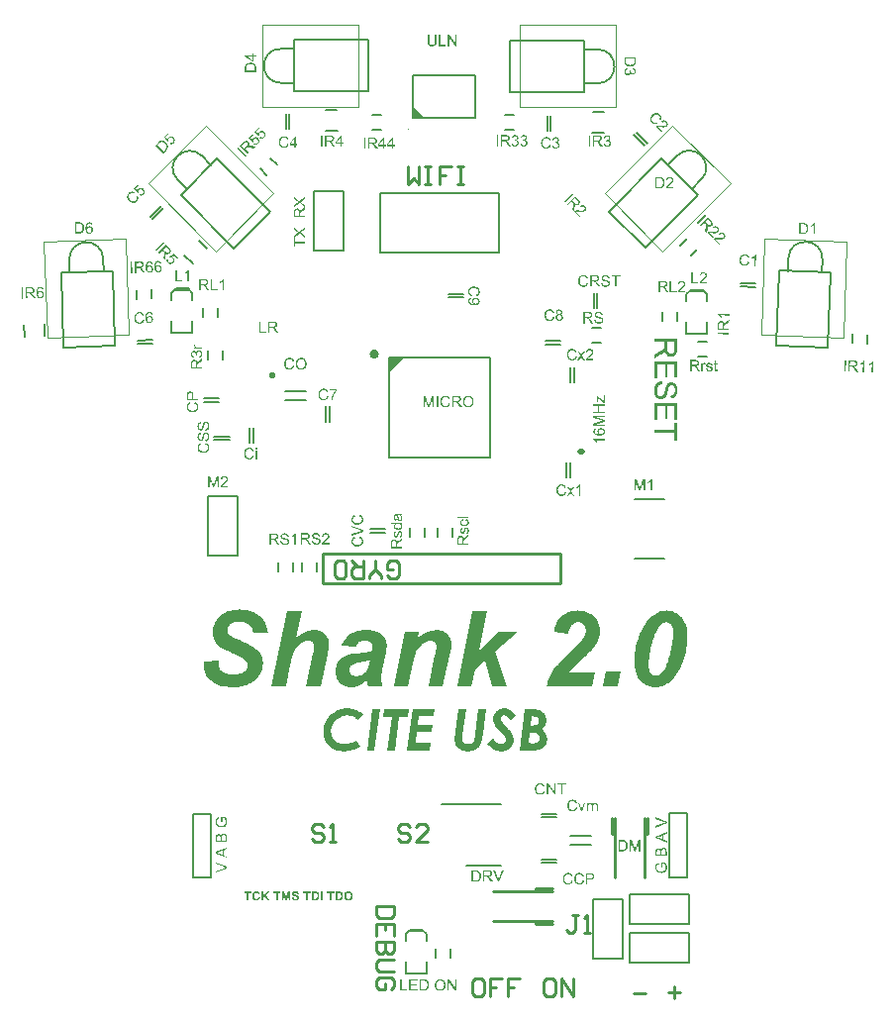
<source format=gto>
G04 Layer_Color=65535*
%FSLAX24Y24*%
%MOIN*%
G70*
G01*
G75*
%ADD43C,0.0100*%
%ADD47C,0.0197*%
%ADD84C,0.0050*%
%ADD85C,0.0150*%
%ADD86C,0.0060*%
%ADD87C,0.0035*%
%ADD88C,0.0079*%
G36*
X7560Y5183D02*
X7567Y5182D01*
X7574Y5181D01*
X7583Y5179D01*
X7591Y5176D01*
X7600Y5172D01*
X7601Y5172D01*
X7604Y5170D01*
X7608Y5167D01*
X7613Y5165D01*
X7619Y5161D01*
X7625Y5156D01*
X7631Y5150D01*
X7636Y5144D01*
X7636Y5144D01*
X7638Y5142D01*
X7640Y5138D01*
X7643Y5133D01*
X7646Y5127D01*
X7648Y5120D01*
X7651Y5112D01*
X7654Y5103D01*
Y5102D01*
X7655Y5098D01*
X7656Y5093D01*
X7657Y5086D01*
X7658Y5077D01*
X7659Y5067D01*
X7660Y5055D01*
Y5042D01*
Y4898D01*
X7282D01*
Y5040D01*
Y5040D01*
Y5041D01*
Y5044D01*
Y5047D01*
X7282Y5051D01*
Y5055D01*
X7283Y5064D01*
X7284Y5075D01*
X7286Y5087D01*
X7289Y5098D01*
X7293Y5109D01*
Y5109D01*
X7294Y5110D01*
X7295Y5113D01*
X7298Y5118D01*
X7302Y5124D01*
X7307Y5131D01*
X7313Y5138D01*
X7320Y5144D01*
X7329Y5150D01*
X7330Y5151D01*
X7333Y5153D01*
X7338Y5155D01*
X7344Y5158D01*
X7352Y5161D01*
X7360Y5163D01*
X7369Y5165D01*
X7379Y5165D01*
X7383D01*
X7388Y5165D01*
X7394Y5163D01*
X7401Y5162D01*
X7408Y5159D01*
X7417Y5157D01*
X7425Y5152D01*
X7426Y5151D01*
X7428Y5150D01*
X7432Y5146D01*
X7437Y5142D01*
X7443Y5136D01*
X7448Y5129D01*
X7454Y5121D01*
X7459Y5112D01*
Y5112D01*
X7460Y5113D01*
X7460Y5115D01*
X7461Y5117D01*
X7464Y5124D01*
X7467Y5131D01*
X7472Y5140D01*
X7478Y5149D01*
X7485Y5157D01*
X7494Y5165D01*
X7495Y5165D01*
X7498Y5167D01*
X7503Y5170D01*
X7510Y5174D01*
X7518Y5178D01*
X7528Y5181D01*
X7538Y5183D01*
X7551Y5184D01*
X7555D01*
X7560Y5183D01*
D02*
G37*
G36*
X7660Y5655D02*
X7545Y5611D01*
Y5452D01*
X7660Y5411D01*
Y5358D01*
X7282Y5503D01*
Y5557D01*
X7660Y5711D01*
Y5655D01*
D02*
G37*
G36*
Y6058D02*
Y6007D01*
X7282Y5860D01*
Y5915D01*
X7556Y6012D01*
X7557D01*
X7558Y6013D01*
X7560Y6014D01*
X7562Y6015D01*
X7568Y6017D01*
X7576Y6019D01*
X7586Y6023D01*
X7597Y6026D01*
X7619Y6033D01*
X7618D01*
X7617Y6033D01*
X7616Y6034D01*
X7613Y6034D01*
X7607Y6036D01*
X7599Y6038D01*
X7590Y6041D01*
X7579Y6045D01*
X7568Y6049D01*
X7556Y6053D01*
X7282Y6155D01*
Y6206D01*
X7660Y6058D01*
D02*
G37*
G36*
X7608Y4679D02*
X7609Y4678D01*
X7610Y4676D01*
X7612Y4673D01*
X7615Y4670D01*
X7617Y4666D01*
X7624Y4656D01*
X7631Y4645D01*
X7639Y4632D01*
X7646Y4617D01*
X7652Y4603D01*
Y4602D01*
X7653Y4601D01*
X7653Y4599D01*
X7654Y4596D01*
X7655Y4593D01*
X7657Y4589D01*
X7658Y4583D01*
X7659Y4578D01*
X7662Y4566D01*
X7664Y4553D01*
X7666Y4538D01*
X7666Y4523D01*
Y4522D01*
Y4521D01*
Y4518D01*
X7666Y4514D01*
Y4509D01*
X7665Y4503D01*
X7665Y4496D01*
X7663Y4490D01*
X7661Y4473D01*
X7657Y4457D01*
X7651Y4439D01*
X7643Y4422D01*
X7642Y4421D01*
X7642Y4420D01*
X7640Y4417D01*
X7638Y4414D01*
X7636Y4410D01*
X7633Y4406D01*
X7625Y4396D01*
X7616Y4385D01*
X7604Y4374D01*
X7590Y4363D01*
X7574Y4353D01*
X7574D01*
X7572Y4352D01*
X7570Y4351D01*
X7566Y4350D01*
X7562Y4348D01*
X7557Y4346D01*
X7551Y4344D01*
X7544Y4342D01*
X7537Y4339D01*
X7529Y4337D01*
X7512Y4333D01*
X7493Y4331D01*
X7473Y4330D01*
X7468D01*
X7464Y4331D01*
X7458D01*
X7453Y4331D01*
X7446Y4332D01*
X7439Y4333D01*
X7423Y4336D01*
X7406Y4340D01*
X7388Y4346D01*
X7370Y4353D01*
X7369D01*
X7367Y4354D01*
X7365Y4355D01*
X7362Y4357D01*
X7358Y4360D01*
X7354Y4363D01*
X7343Y4370D01*
X7331Y4380D01*
X7320Y4390D01*
X7309Y4404D01*
X7303Y4411D01*
X7299Y4419D01*
Y4420D01*
X7298Y4421D01*
X7297Y4424D01*
X7295Y4427D01*
X7293Y4431D01*
X7291Y4436D01*
X7289Y4442D01*
X7287Y4448D01*
X7285Y4455D01*
X7283Y4462D01*
X7279Y4480D01*
X7276Y4498D01*
X7275Y4519D01*
Y4520D01*
Y4521D01*
Y4523D01*
Y4526D01*
X7276Y4529D01*
Y4534D01*
X7277Y4544D01*
X7279Y4555D01*
X7281Y4567D01*
X7284Y4580D01*
X7289Y4593D01*
Y4593D01*
X7290Y4594D01*
X7290Y4596D01*
X7291Y4598D01*
X7294Y4604D01*
X7299Y4612D01*
X7304Y4620D01*
X7310Y4629D01*
X7317Y4638D01*
X7326Y4645D01*
X7327Y4646D01*
X7330Y4648D01*
X7335Y4651D01*
X7343Y4656D01*
X7351Y4661D01*
X7362Y4665D01*
X7374Y4670D01*
X7388Y4674D01*
X7400Y4628D01*
X7400D01*
X7399Y4628D01*
X7396Y4627D01*
X7390Y4625D01*
X7384Y4623D01*
X7377Y4620D01*
X7369Y4616D01*
X7362Y4612D01*
X7355Y4608D01*
X7354Y4607D01*
X7352Y4605D01*
X7349Y4602D01*
X7345Y4598D01*
X7341Y4593D01*
X7336Y4587D01*
X7332Y4580D01*
X7328Y4571D01*
X7328Y4570D01*
X7326Y4567D01*
X7325Y4562D01*
X7323Y4556D01*
X7321Y4548D01*
X7320Y4540D01*
X7318Y4530D01*
X7318Y4520D01*
Y4519D01*
Y4518D01*
Y4516D01*
Y4514D01*
X7318Y4507D01*
X7319Y4499D01*
X7321Y4490D01*
X7322Y4480D01*
X7325Y4470D01*
X7329Y4460D01*
X7329Y4459D01*
X7331Y4456D01*
X7333Y4452D01*
X7336Y4446D01*
X7340Y4439D01*
X7345Y4433D01*
X7350Y4426D01*
X7356Y4420D01*
X7357Y4419D01*
X7359Y4418D01*
X7363Y4415D01*
X7367Y4411D01*
X7373Y4407D01*
X7379Y4403D01*
X7386Y4400D01*
X7394Y4396D01*
X7394D01*
X7396Y4396D01*
X7397Y4395D01*
X7400Y4394D01*
X7403Y4393D01*
X7407Y4392D01*
X7416Y4389D01*
X7428Y4386D01*
X7441Y4384D01*
X7455Y4382D01*
X7470Y4382D01*
X7475D01*
X7479Y4382D01*
X7483D01*
X7488Y4383D01*
X7494Y4384D01*
X7499Y4384D01*
X7513Y4386D01*
X7528Y4389D01*
X7541Y4393D01*
X7555Y4399D01*
X7556D01*
X7557Y4400D01*
X7559Y4401D01*
X7561Y4403D01*
X7567Y4407D01*
X7574Y4412D01*
X7582Y4419D01*
X7591Y4427D01*
X7599Y4438D01*
X7606Y4449D01*
Y4450D01*
X7606Y4451D01*
X7608Y4453D01*
X7608Y4455D01*
X7609Y4458D01*
X7611Y4462D01*
X7614Y4471D01*
X7617Y4481D01*
X7620Y4493D01*
X7621Y4506D01*
X7622Y4520D01*
Y4521D01*
Y4522D01*
Y4524D01*
Y4526D01*
X7621Y4532D01*
X7620Y4540D01*
X7619Y4549D01*
X7617Y4560D01*
X7614Y4572D01*
X7610Y4583D01*
Y4584D01*
X7609Y4585D01*
X7609Y4586D01*
X7608Y4589D01*
X7605Y4594D01*
X7602Y4601D01*
X7598Y4609D01*
X7593Y4616D01*
X7588Y4624D01*
X7583Y4631D01*
X7511D01*
Y4520D01*
X7467D01*
Y4680D01*
X7608D01*
X7608Y4679D01*
D02*
G37*
G36*
X-7150Y5133D02*
X-7265Y5089D01*
Y4930D01*
X-7150Y4890D01*
Y4837D01*
X-7528Y4981D01*
Y5036D01*
X-7150Y5190D01*
Y5133D01*
D02*
G37*
G36*
X-7250Y5660D02*
X-7243Y5660D01*
X-7236Y5658D01*
X-7227Y5656D01*
X-7219Y5653D01*
X-7210Y5649D01*
X-7209Y5649D01*
X-7206Y5648D01*
X-7202Y5645D01*
X-7197Y5642D01*
X-7191Y5638D01*
X-7185Y5633D01*
X-7179Y5627D01*
X-7174Y5622D01*
X-7174Y5621D01*
X-7172Y5619D01*
X-7170Y5615D01*
X-7167Y5610D01*
X-7164Y5604D01*
X-7162Y5597D01*
X-7159Y5589D01*
X-7156Y5580D01*
Y5579D01*
X-7155Y5576D01*
X-7154Y5570D01*
X-7153Y5563D01*
X-7152Y5554D01*
X-7151Y5544D01*
X-7150Y5532D01*
Y5519D01*
Y5375D01*
X-7528D01*
Y5517D01*
Y5517D01*
Y5519D01*
Y5521D01*
Y5524D01*
X-7528Y5528D01*
Y5532D01*
X-7527Y5542D01*
X-7526Y5552D01*
X-7524Y5564D01*
X-7521Y5576D01*
X-7517Y5586D01*
Y5586D01*
X-7516Y5587D01*
X-7515Y5591D01*
X-7512Y5595D01*
X-7508Y5601D01*
X-7503Y5608D01*
X-7497Y5615D01*
X-7490Y5621D01*
X-7481Y5627D01*
X-7480Y5628D01*
X-7477Y5630D01*
X-7472Y5632D01*
X-7466Y5635D01*
X-7458Y5638D01*
X-7450Y5640D01*
X-7441Y5642D01*
X-7431Y5642D01*
X-7427D01*
X-7422Y5642D01*
X-7416Y5641D01*
X-7409Y5639D01*
X-7402Y5637D01*
X-7393Y5634D01*
X-7385Y5629D01*
X-7384Y5629D01*
X-7382Y5627D01*
X-7378Y5623D01*
X-7373Y5619D01*
X-7367Y5614D01*
X-7362Y5607D01*
X-7356Y5599D01*
X-7351Y5589D01*
Y5589D01*
X-7350Y5591D01*
X-7350Y5592D01*
X-7349Y5595D01*
X-7346Y5601D01*
X-7343Y5608D01*
X-7338Y5617D01*
X-7332Y5626D01*
X-7325Y5634D01*
X-7316Y5642D01*
X-7315Y5642D01*
X-7312Y5645D01*
X-7307Y5648D01*
X-7300Y5652D01*
X-7292Y5655D01*
X-7282Y5658D01*
X-7272Y5660D01*
X-7259Y5661D01*
X-7255D01*
X-7250Y5660D01*
D02*
G37*
G36*
X-7202Y6213D02*
X-7201Y6212D01*
X-7200Y6210D01*
X-7198Y6207D01*
X-7195Y6204D01*
X-7193Y6200D01*
X-7186Y6190D01*
X-7179Y6179D01*
X-7171Y6166D01*
X-7164Y6152D01*
X-7158Y6137D01*
Y6137D01*
X-7157Y6135D01*
X-7157Y6133D01*
X-7156Y6130D01*
X-7155Y6127D01*
X-7153Y6123D01*
X-7152Y6118D01*
X-7151Y6112D01*
X-7148Y6100D01*
X-7146Y6087D01*
X-7144Y6072D01*
X-7144Y6057D01*
Y6056D01*
Y6055D01*
Y6052D01*
X-7144Y6048D01*
Y6043D01*
X-7145Y6037D01*
X-7145Y6031D01*
X-7147Y6024D01*
X-7149Y6008D01*
X-7153Y5991D01*
X-7159Y5973D01*
X-7167Y5956D01*
X-7168Y5955D01*
X-7168Y5954D01*
X-7170Y5951D01*
X-7172Y5948D01*
X-7174Y5944D01*
X-7177Y5940D01*
X-7185Y5930D01*
X-7194Y5919D01*
X-7206Y5908D01*
X-7220Y5897D01*
X-7236Y5887D01*
X-7236D01*
X-7238Y5886D01*
X-7240Y5885D01*
X-7244Y5884D01*
X-7248Y5882D01*
X-7253Y5880D01*
X-7259Y5878D01*
X-7266Y5876D01*
X-7273Y5873D01*
X-7281Y5872D01*
X-7298Y5868D01*
X-7317Y5865D01*
X-7337Y5864D01*
X-7342D01*
X-7346Y5865D01*
X-7352D01*
X-7357Y5865D01*
X-7364Y5866D01*
X-7371Y5867D01*
X-7387Y5870D01*
X-7404Y5874D01*
X-7422Y5880D01*
X-7440Y5887D01*
X-7441D01*
X-7443Y5888D01*
X-7445Y5889D01*
X-7448Y5891D01*
X-7452Y5894D01*
X-7456Y5897D01*
X-7467Y5904D01*
X-7479Y5914D01*
X-7490Y5925D01*
X-7501Y5938D01*
X-7507Y5945D01*
X-7511Y5953D01*
Y5954D01*
X-7512Y5955D01*
X-7513Y5958D01*
X-7515Y5961D01*
X-7517Y5965D01*
X-7519Y5970D01*
X-7521Y5976D01*
X-7523Y5982D01*
X-7525Y5989D01*
X-7527Y5997D01*
X-7531Y6014D01*
X-7534Y6032D01*
X-7535Y6053D01*
Y6054D01*
Y6055D01*
Y6057D01*
Y6060D01*
X-7534Y6063D01*
Y6068D01*
X-7533Y6078D01*
X-7531Y6089D01*
X-7529Y6101D01*
X-7526Y6114D01*
X-7521Y6127D01*
Y6127D01*
X-7520Y6128D01*
X-7520Y6130D01*
X-7519Y6133D01*
X-7516Y6138D01*
X-7511Y6146D01*
X-7506Y6154D01*
X-7500Y6163D01*
X-7493Y6172D01*
X-7484Y6179D01*
X-7483Y6180D01*
X-7480Y6182D01*
X-7475Y6186D01*
X-7467Y6190D01*
X-7459Y6195D01*
X-7448Y6199D01*
X-7436Y6204D01*
X-7422Y6208D01*
X-7410Y6162D01*
X-7410D01*
X-7411Y6162D01*
X-7414Y6161D01*
X-7420Y6159D01*
X-7426Y6157D01*
X-7433Y6154D01*
X-7441Y6150D01*
X-7448Y6146D01*
X-7455Y6142D01*
X-7456Y6141D01*
X-7458Y6139D01*
X-7461Y6137D01*
X-7465Y6133D01*
X-7469Y6127D01*
X-7474Y6121D01*
X-7478Y6114D01*
X-7482Y6105D01*
X-7482Y6104D01*
X-7484Y6101D01*
X-7485Y6096D01*
X-7487Y6090D01*
X-7489Y6082D01*
X-7490Y6074D01*
X-7492Y6064D01*
X-7492Y6054D01*
Y6053D01*
Y6052D01*
Y6050D01*
Y6048D01*
X-7492Y6041D01*
X-7491Y6033D01*
X-7489Y6024D01*
X-7488Y6014D01*
X-7485Y6004D01*
X-7481Y5994D01*
X-7481Y5993D01*
X-7479Y5990D01*
X-7477Y5986D01*
X-7474Y5980D01*
X-7470Y5974D01*
X-7465Y5967D01*
X-7460Y5960D01*
X-7454Y5954D01*
X-7453Y5953D01*
X-7451Y5952D01*
X-7447Y5949D01*
X-7443Y5945D01*
X-7437Y5941D01*
X-7431Y5937D01*
X-7424Y5934D01*
X-7416Y5930D01*
X-7416D01*
X-7414Y5930D01*
X-7413Y5929D01*
X-7410Y5928D01*
X-7407Y5927D01*
X-7403Y5926D01*
X-7394Y5923D01*
X-7382Y5921D01*
X-7369Y5918D01*
X-7355Y5917D01*
X-7340Y5916D01*
X-7335D01*
X-7331Y5917D01*
X-7327D01*
X-7322Y5917D01*
X-7316Y5918D01*
X-7311Y5918D01*
X-7297Y5920D01*
X-7282Y5923D01*
X-7269Y5927D01*
X-7255Y5933D01*
X-7254D01*
X-7253Y5934D01*
X-7251Y5935D01*
X-7249Y5937D01*
X-7243Y5941D01*
X-7236Y5946D01*
X-7228Y5953D01*
X-7219Y5961D01*
X-7211Y5972D01*
X-7204Y5983D01*
Y5984D01*
X-7204Y5985D01*
X-7202Y5987D01*
X-7202Y5989D01*
X-7201Y5992D01*
X-7199Y5996D01*
X-7196Y6005D01*
X-7193Y6016D01*
X-7190Y6027D01*
X-7189Y6040D01*
X-7188Y6054D01*
Y6055D01*
Y6056D01*
Y6058D01*
Y6060D01*
X-7189Y6066D01*
X-7190Y6074D01*
X-7191Y6084D01*
X-7193Y6094D01*
X-7196Y6106D01*
X-7200Y6118D01*
Y6118D01*
X-7201Y6119D01*
X-7201Y6120D01*
X-7202Y6123D01*
X-7205Y6128D01*
X-7208Y6135D01*
X-7212Y6143D01*
X-7217Y6150D01*
X-7222Y6158D01*
X-7227Y6165D01*
X-7299D01*
Y6054D01*
X-7343D01*
Y6214D01*
X-7202D01*
X-7202Y6213D01*
D02*
G37*
G36*
X1245Y4418D02*
X1255Y4417D01*
X1267Y4416D01*
X1278Y4414D01*
X1287Y4413D01*
X1288D01*
X1289Y4412D01*
X1290D01*
X1292Y4411D01*
X1299Y4409D01*
X1306Y4406D01*
X1315Y4403D01*
X1324Y4398D01*
X1333Y4393D01*
X1342Y4386D01*
X1343D01*
X1343Y4384D01*
X1347Y4381D01*
X1353Y4375D01*
X1359Y4368D01*
X1366Y4359D01*
X1374Y4348D01*
X1381Y4335D01*
X1387Y4321D01*
Y4320D01*
X1388Y4319D01*
X1388Y4316D01*
X1390Y4314D01*
X1391Y4310D01*
X1392Y4306D01*
X1394Y4300D01*
X1395Y4295D01*
X1396Y4288D01*
X1398Y4281D01*
X1400Y4266D01*
X1402Y4250D01*
X1402Y4231D01*
Y4231D01*
Y4229D01*
Y4227D01*
Y4224D01*
X1402Y4220D01*
Y4216D01*
X1401Y4205D01*
X1400Y4194D01*
X1398Y4181D01*
X1395Y4167D01*
X1392Y4155D01*
Y4154D01*
X1391Y4153D01*
X1391Y4151D01*
X1390Y4149D01*
X1388Y4143D01*
X1385Y4135D01*
X1381Y4126D01*
X1377Y4117D01*
X1372Y4108D01*
X1366Y4099D01*
X1365Y4098D01*
X1363Y4096D01*
X1360Y4092D01*
X1356Y4087D01*
X1351Y4081D01*
X1345Y4076D01*
X1338Y4070D01*
X1331Y4065D01*
X1331Y4064D01*
X1328Y4063D01*
X1324Y4061D01*
X1319Y4058D01*
X1312Y4055D01*
X1305Y4052D01*
X1296Y4049D01*
X1286Y4046D01*
X1285D01*
X1282Y4045D01*
X1277Y4045D01*
X1269Y4043D01*
X1260Y4042D01*
X1250Y4041D01*
X1239Y4041D01*
X1226Y4040D01*
X1090D01*
Y4418D01*
X1235D01*
X1245Y4418D01*
D02*
G37*
G36*
X-9101Y29213D02*
X-9208Y29106D01*
X-9151Y29019D01*
Y29020D01*
X-9150Y29021D01*
X-9150Y29023D01*
X-9149Y29026D01*
X-9148Y29030D01*
X-9147Y29034D01*
X-9144Y29043D01*
X-9140Y29054D01*
X-9134Y29065D01*
X-9126Y29076D01*
X-9117Y29087D01*
X-9117Y29087D01*
X-9116Y29089D01*
X-9114Y29090D01*
X-9111Y29092D01*
X-9108Y29095D01*
X-9104Y29098D01*
X-9099Y29101D01*
X-9094Y29105D01*
X-9081Y29111D01*
X-9075Y29114D01*
X-9068Y29116D01*
X-9059Y29119D01*
X-9051Y29120D01*
X-9043Y29122D01*
X-9029D01*
X-9026Y29121D01*
X-9021Y29120D01*
X-9016Y29120D01*
X-9011Y29118D01*
X-9005Y29117D01*
X-8998Y29115D01*
X-8991Y29113D01*
X-8984Y29109D01*
X-8977Y29106D01*
X-8969Y29101D01*
X-8962Y29096D01*
X-8954Y29090D01*
X-8947Y29084D01*
X-8947Y29083D01*
X-8945Y29082D01*
X-8943Y29080D01*
X-8941Y29077D01*
X-8939Y29074D01*
X-8935Y29070D01*
X-8932Y29065D01*
X-8928Y29060D01*
X-8921Y29047D01*
X-8914Y29033D01*
X-8911Y29025D01*
X-8909Y29017D01*
X-8907Y29008D01*
X-8906Y29000D01*
Y28999D01*
Y28997D01*
Y28994D01*
Y28990D01*
Y28985D01*
X-8906Y28979D01*
X-8907Y28973D01*
X-8908Y28965D01*
X-8910Y28958D01*
X-8912Y28949D01*
X-8915Y28940D01*
X-8919Y28932D01*
X-8924Y28923D01*
X-8929Y28914D01*
X-8936Y28906D01*
X-8944Y28897D01*
X-8944Y28897D01*
X-8945Y28896D01*
X-8947Y28894D01*
X-8950Y28892D01*
X-8954Y28889D01*
X-8958Y28886D01*
X-8962Y28882D01*
X-8967Y28879D01*
X-8979Y28872D01*
X-8993Y28865D01*
X-9000Y28863D01*
X-9008Y28861D01*
X-9015Y28859D01*
X-9024Y28858D01*
X-9031D01*
X-9035Y28859D01*
X-9039Y28859D01*
X-9044Y28860D01*
X-9050Y28861D01*
X-9062Y28864D01*
X-9076Y28869D01*
X-9090Y28876D01*
X-9097Y28881D01*
X-9104Y28886D01*
X-9072Y28923D01*
X-9071Y28923D01*
X-9070Y28922D01*
X-9069Y28921D01*
X-9067Y28920D01*
X-9061Y28917D01*
X-9054Y28913D01*
X-9046Y28909D01*
X-9036Y28906D01*
X-9026Y28903D01*
X-9016Y28903D01*
X-9015Y28903D01*
X-9012D01*
X-9007Y28905D01*
X-9001Y28906D01*
X-8994Y28909D01*
X-8986Y28913D01*
X-8978Y28918D01*
X-8971Y28924D01*
X-8970Y28925D01*
X-8969Y28925D01*
X-8968Y28927D01*
X-8967Y28929D01*
X-8963Y28933D01*
X-8958Y28940D01*
X-8955Y28949D01*
X-8951Y28959D01*
X-8949Y28970D01*
X-8948Y28975D01*
Y28982D01*
X-8948Y28982D01*
X-8948Y28984D01*
X-8949Y28988D01*
X-8950Y28995D01*
X-8952Y29003D01*
X-8956Y29012D01*
X-8962Y29023D01*
X-8969Y29035D01*
X-8979Y29046D01*
X-8980Y29046D01*
X-8980Y29047D01*
X-8982Y29049D01*
X-8984Y29050D01*
X-8987Y29052D01*
X-8990Y29055D01*
X-8998Y29060D01*
X-9006Y29065D01*
X-9016Y29070D01*
X-9028Y29073D01*
X-9040Y29074D01*
X-9041D01*
X-9045Y29074D01*
X-9051Y29074D01*
X-9059Y29072D01*
X-9067Y29069D01*
X-9077Y29064D01*
X-9087Y29058D01*
X-9097Y29050D01*
X-9098Y29049D01*
X-9100Y29047D01*
X-9102Y29043D01*
X-9106Y29039D01*
X-9109Y29033D01*
X-9113Y29027D01*
X-9116Y29020D01*
X-9118Y29013D01*
Y29012D01*
X-9119Y29010D01*
X-9120Y29006D01*
X-9121Y29001D01*
Y28995D01*
Y28988D01*
X-9120Y28982D01*
X-9119Y28975D01*
X-9154Y28948D01*
X-9266Y29111D01*
X-9133Y29244D01*
X-9101Y29213D01*
D02*
G37*
G36*
X-9341Y28983D02*
X-9332Y28982D01*
X-9320Y28981D01*
X-9307Y28978D01*
X-9293Y28974D01*
X-9278Y28969D01*
X-9278Y28968D01*
X-9277Y28968D01*
X-9275Y28966D01*
X-9272Y28965D01*
X-9268Y28964D01*
X-9264Y28961D01*
X-9259Y28959D01*
X-9255Y28955D01*
X-9249Y28952D01*
X-9243Y28948D01*
X-9231Y28939D01*
X-9218Y28929D01*
X-9204Y28916D01*
X-9204Y28916D01*
X-9203Y28915D01*
X-9202Y28913D01*
X-9199Y28911D01*
X-9197Y28908D01*
X-9194Y28905D01*
X-9187Y28897D01*
X-9180Y28888D01*
X-9172Y28877D01*
X-9164Y28866D01*
X-9158Y28854D01*
X-9157Y28854D01*
X-9157Y28853D01*
X-9156Y28851D01*
X-9155Y28849D01*
X-9152Y28843D01*
X-9149Y28836D01*
X-9145Y28827D01*
X-9142Y28817D01*
X-9139Y28807D01*
X-9137Y28797D01*
X-9136Y28796D01*
Y28793D01*
X-9136Y28788D01*
X-9135Y28781D01*
X-9135Y28774D01*
X-9135Y28765D01*
X-9136Y28757D01*
X-9137Y28748D01*
Y28747D01*
X-9138Y28744D01*
X-9139Y28740D01*
X-9141Y28734D01*
X-9143Y28728D01*
X-9147Y28720D01*
X-9151Y28712D01*
X-9156Y28703D01*
X-9156Y28703D01*
X-9158Y28699D01*
X-9161Y28695D01*
X-9166Y28689D01*
X-9171Y28682D01*
X-9178Y28674D01*
X-9185Y28665D01*
X-9194Y28656D01*
X-9290Y28560D01*
X-9558Y28828D01*
X-9466Y28919D01*
X-9466Y28920D01*
X-9465Y28920D01*
X-9463Y28922D01*
X-9461Y28925D01*
X-9458Y28927D01*
X-9455Y28930D01*
X-9448Y28937D01*
X-9440Y28944D01*
X-9431Y28951D01*
X-9422Y28958D01*
X-9414Y28963D01*
X-9414Y28963D01*
X-9413Y28964D01*
X-9412Y28964D01*
X-9409Y28965D01*
X-9404Y28969D01*
X-9396Y28972D01*
X-9388Y28975D01*
X-9378Y28979D01*
X-9367Y28981D01*
X-9356Y28983D01*
X-9356Y28983D01*
X-9354Y28983D01*
X-9349Y28983D01*
X-9341Y28983D01*
D02*
G37*
G36*
X-6345Y31602D02*
X-6340D01*
X-6330Y31601D01*
X-6319Y31600D01*
X-6305Y31598D01*
X-6292Y31595D01*
X-6279Y31592D01*
X-6279D01*
X-6278Y31591D01*
X-6276Y31591D01*
X-6274Y31590D01*
X-6268Y31588D01*
X-6260Y31585D01*
X-6251Y31581D01*
X-6242Y31577D01*
X-6233Y31572D01*
X-6224Y31566D01*
X-6223Y31565D01*
X-6221Y31563D01*
X-6217Y31560D01*
X-6211Y31556D01*
X-6206Y31551D01*
X-6201Y31545D01*
X-6195Y31538D01*
X-6190Y31531D01*
X-6189Y31531D01*
X-6188Y31528D01*
X-6186Y31524D01*
X-6183Y31519D01*
X-6180Y31512D01*
X-6177Y31505D01*
X-6174Y31496D01*
X-6171Y31486D01*
Y31485D01*
X-6170Y31482D01*
X-6169Y31477D01*
X-6168Y31469D01*
X-6167Y31460D01*
X-6166Y31450D01*
X-6165Y31439D01*
X-6165Y31426D01*
Y31290D01*
X-6543D01*
Y31420D01*
Y31420D01*
Y31421D01*
Y31424D01*
Y31427D01*
Y31431D01*
Y31435D01*
X-6543Y31445D01*
X-6542Y31455D01*
X-6541Y31467D01*
X-6539Y31478D01*
X-6537Y31487D01*
Y31488D01*
X-6537Y31489D01*
Y31490D01*
X-6536Y31492D01*
X-6534Y31499D01*
X-6531Y31506D01*
X-6528Y31515D01*
X-6523Y31524D01*
X-6517Y31533D01*
X-6510Y31542D01*
Y31543D01*
X-6509Y31543D01*
X-6506Y31547D01*
X-6500Y31553D01*
X-6493Y31559D01*
X-6483Y31566D01*
X-6472Y31574D01*
X-6460Y31581D01*
X-6445Y31587D01*
X-6445D01*
X-6444Y31588D01*
X-6441Y31588D01*
X-6438Y31590D01*
X-6435Y31591D01*
X-6430Y31592D01*
X-6425Y31594D01*
X-6419Y31595D01*
X-6413Y31596D01*
X-6406Y31598D01*
X-6391Y31600D01*
X-6374Y31602D01*
X-6356Y31602D01*
X-6349D01*
X-6345Y31602D01*
D02*
G37*
G36*
X-11767Y26233D02*
X-11763D01*
X-11759Y26233D01*
X-11748Y26231D01*
X-11737Y26228D01*
X-11725Y26223D01*
X-11712Y26217D01*
X-11707Y26213D01*
X-11701Y26209D01*
X-11700D01*
X-11700Y26207D01*
X-11696Y26204D01*
X-11692Y26198D01*
X-11686Y26191D01*
X-11680Y26181D01*
X-11674Y26169D01*
X-11669Y26156D01*
X-11666Y26140D01*
X-11712Y26137D01*
Y26137D01*
Y26138D01*
X-11714Y26141D01*
X-11715Y26146D01*
X-11717Y26151D01*
X-11723Y26165D01*
X-11726Y26170D01*
X-11730Y26176D01*
X-11731Y26177D01*
X-11734Y26179D01*
X-11738Y26182D01*
X-11743Y26186D01*
X-11750Y26190D01*
X-11758Y26193D01*
X-11767Y26195D01*
X-11777Y26196D01*
X-11781D01*
X-11785Y26195D01*
X-11790Y26194D01*
X-11797Y26193D01*
X-11803Y26191D01*
X-11810Y26187D01*
X-11817Y26183D01*
X-11818Y26183D01*
X-11820Y26180D01*
X-11824Y26176D01*
X-11829Y26171D01*
X-11835Y26165D01*
X-11840Y26157D01*
X-11846Y26147D01*
X-11851Y26136D01*
Y26135D01*
X-11852Y26135D01*
X-11852Y26132D01*
X-11853Y26130D01*
X-11854Y26127D01*
X-11855Y26123D01*
X-11856Y26119D01*
X-11858Y26113D01*
X-11859Y26108D01*
X-11860Y26101D01*
X-11861Y26094D01*
X-11862Y26086D01*
X-11863Y26078D01*
X-11863Y26069D01*
X-11864Y26059D01*
Y26049D01*
X-11863Y26050D01*
X-11861Y26052D01*
X-11858Y26057D01*
X-11852Y26063D01*
X-11847Y26069D01*
X-11840Y26075D01*
X-11832Y26081D01*
X-11823Y26086D01*
X-11822Y26087D01*
X-11819Y26088D01*
X-11814Y26090D01*
X-11807Y26093D01*
X-11800Y26095D01*
X-11791Y26097D01*
X-11782Y26098D01*
X-11772Y26099D01*
X-11768D01*
X-11764Y26098D01*
X-11760Y26098D01*
X-11756Y26097D01*
X-11745Y26095D01*
X-11733Y26090D01*
X-11726Y26088D01*
X-11719Y26085D01*
X-11712Y26081D01*
X-11706Y26076D01*
X-11699Y26071D01*
X-11693Y26065D01*
X-11692Y26064D01*
X-11692Y26063D01*
X-11690Y26061D01*
X-11688Y26058D01*
X-11685Y26055D01*
X-11682Y26051D01*
X-11680Y26046D01*
X-11676Y26041D01*
X-11673Y26035D01*
X-11670Y26028D01*
X-11667Y26021D01*
X-11665Y26013D01*
X-11663Y26005D01*
X-11661Y25996D01*
X-11661Y25986D01*
X-11660Y25976D01*
Y25976D01*
Y25975D01*
Y25973D01*
Y25971D01*
X-11661Y25967D01*
Y25964D01*
X-11662Y25954D01*
X-11664Y25945D01*
X-11666Y25933D01*
X-11670Y25922D01*
X-11676Y25910D01*
Y25910D01*
X-11676Y25909D01*
X-11677Y25907D01*
X-11678Y25905D01*
X-11682Y25900D01*
X-11687Y25893D01*
X-11693Y25885D01*
X-11700Y25878D01*
X-11708Y25870D01*
X-11718Y25863D01*
X-11719Y25863D01*
X-11723Y25861D01*
X-11729Y25858D01*
X-11735Y25855D01*
X-11745Y25853D01*
X-11755Y25850D01*
X-11767Y25848D01*
X-11779Y25847D01*
X-11781D01*
X-11784Y25848D01*
X-11788D01*
X-11793Y25849D01*
X-11799Y25850D01*
X-11805Y25851D01*
X-11812Y25853D01*
X-11820Y25855D01*
X-11828Y25858D01*
X-11835Y25861D01*
X-11843Y25865D01*
X-11851Y25870D01*
X-11859Y25876D01*
X-11867Y25882D01*
X-11874Y25890D01*
X-11874Y25891D01*
X-11875Y25892D01*
X-11877Y25895D01*
X-11879Y25898D01*
X-11882Y25903D01*
X-11885Y25908D01*
X-11889Y25915D01*
X-11892Y25923D01*
X-11895Y25933D01*
X-11898Y25943D01*
X-11901Y25954D01*
X-11904Y25967D01*
X-11907Y25981D01*
X-11908Y25997D01*
X-11909Y26013D01*
X-11910Y26031D01*
Y26031D01*
Y26032D01*
Y26033D01*
Y26035D01*
Y26041D01*
X-11909Y26048D01*
X-11909Y26058D01*
X-11908Y26068D01*
X-11907Y26079D01*
X-11905Y26092D01*
X-11903Y26105D01*
X-11900Y26118D01*
X-11897Y26131D01*
X-11893Y26144D01*
X-11888Y26157D01*
X-11883Y26169D01*
X-11877Y26180D01*
X-11870Y26190D01*
X-11869Y26191D01*
X-11868Y26192D01*
X-11866Y26194D01*
X-11863Y26197D01*
X-11859Y26200D01*
X-11855Y26204D01*
X-11850Y26208D01*
X-11844Y26212D01*
X-11838Y26216D01*
X-11831Y26220D01*
X-11823Y26223D01*
X-11814Y26227D01*
X-11805Y26230D01*
X-11795Y26232D01*
X-11785Y26233D01*
X-11774Y26234D01*
X-11770D01*
X-11767Y26233D01*
D02*
G37*
G36*
X1652Y4418D02*
X1657D01*
X1668Y4417D01*
X1680Y4416D01*
X1693Y4414D01*
X1705Y4412D01*
X1711Y4410D01*
X1716Y4408D01*
X1717D01*
X1717Y4407D01*
X1721Y4406D01*
X1725Y4403D01*
X1731Y4399D01*
X1738Y4395D01*
X1745Y4388D01*
X1752Y4381D01*
X1758Y4372D01*
X1759Y4371D01*
X1760Y4367D01*
X1763Y4362D01*
X1766Y4355D01*
X1769Y4346D01*
X1772Y4337D01*
X1774Y4326D01*
X1774Y4315D01*
Y4314D01*
Y4313D01*
Y4311D01*
X1774Y4308D01*
Y4304D01*
X1773Y4300D01*
X1771Y4291D01*
X1768Y4280D01*
X1763Y4269D01*
X1756Y4258D01*
X1752Y4252D01*
X1748Y4247D01*
X1747Y4246D01*
X1745Y4244D01*
X1743Y4242D01*
X1740Y4240D01*
X1737Y4238D01*
X1733Y4235D01*
X1728Y4232D01*
X1723Y4229D01*
X1717Y4227D01*
X1710Y4224D01*
X1703Y4221D01*
X1695Y4218D01*
X1687Y4216D01*
X1678Y4214D01*
X1668Y4212D01*
X1669Y4212D01*
X1671Y4211D01*
X1675Y4209D01*
X1679Y4206D01*
X1688Y4200D01*
X1694Y4197D01*
X1698Y4193D01*
X1699Y4192D01*
X1702Y4190D01*
X1706Y4185D01*
X1711Y4179D01*
X1717Y4172D01*
X1724Y4163D01*
X1732Y4153D01*
X1739Y4143D01*
X1805Y4040D01*
X1742D01*
X1692Y4118D01*
Y4119D01*
X1691Y4120D01*
X1690Y4122D01*
X1688Y4124D01*
X1684Y4130D01*
X1679Y4137D01*
X1673Y4146D01*
X1667Y4155D01*
X1661Y4163D01*
X1656Y4170D01*
X1655Y4171D01*
X1653Y4173D01*
X1650Y4177D01*
X1648Y4181D01*
X1639Y4189D01*
X1635Y4193D01*
X1630Y4196D01*
X1630Y4196D01*
X1629Y4197D01*
X1626Y4198D01*
X1623Y4200D01*
X1616Y4203D01*
X1608Y4206D01*
X1607D01*
X1606Y4206D01*
X1604D01*
X1601Y4207D01*
X1597Y4208D01*
X1592D01*
X1587Y4208D01*
X1522D01*
Y4040D01*
X1472D01*
Y4418D01*
X1648D01*
X1652Y4418D01*
D02*
G37*
G36*
X2012Y4040D02*
X1960D01*
X1813Y4418D01*
X1868D01*
X1966Y4144D01*
Y4143D01*
X1967Y4142D01*
X1967Y4140D01*
X1968Y4138D01*
X1970Y4132D01*
X1973Y4124D01*
X1976Y4114D01*
X1980Y4103D01*
X1986Y4081D01*
Y4082D01*
X1987Y4083D01*
X1987Y4084D01*
X1988Y4087D01*
X1990Y4093D01*
X1992Y4101D01*
X1995Y4110D01*
X1998Y4121D01*
X2002Y4132D01*
X2006Y4144D01*
X2109Y4418D01*
X2160D01*
X2012Y4040D01*
D02*
G37*
G36*
X-12115Y26232D02*
X-12105Y26231D01*
X-12093Y26230D01*
X-12082Y26228D01*
X-12073Y26226D01*
X-12072D01*
X-12071Y26226D01*
X-12070D01*
X-12068Y26225D01*
X-12061Y26223D01*
X-12054Y26220D01*
X-12045Y26217D01*
X-12036Y26212D01*
X-12027Y26206D01*
X-12018Y26199D01*
X-12017D01*
X-12017Y26198D01*
X-12013Y26195D01*
X-12007Y26189D01*
X-12001Y26181D01*
X-11994Y26172D01*
X-11986Y26161D01*
X-11979Y26149D01*
X-11973Y26134D01*
Y26134D01*
X-11972Y26132D01*
X-11972Y26130D01*
X-11970Y26127D01*
X-11969Y26124D01*
X-11968Y26119D01*
X-11966Y26114D01*
X-11965Y26108D01*
X-11964Y26102D01*
X-11962Y26095D01*
X-11960Y26080D01*
X-11958Y26063D01*
X-11958Y26045D01*
Y26044D01*
Y26043D01*
Y26041D01*
Y26037D01*
X-11958Y26034D01*
Y26029D01*
X-11959Y26019D01*
X-11960Y26007D01*
X-11962Y25994D01*
X-11965Y25981D01*
X-11968Y25968D01*
Y25968D01*
X-11969Y25967D01*
X-11969Y25965D01*
X-11970Y25963D01*
X-11972Y25957D01*
X-11975Y25949D01*
X-11979Y25940D01*
X-11983Y25931D01*
X-11988Y25922D01*
X-11994Y25913D01*
X-11995Y25912D01*
X-11997Y25910D01*
X-12000Y25906D01*
X-12004Y25900D01*
X-12009Y25895D01*
X-12015Y25889D01*
X-12022Y25884D01*
X-12029Y25878D01*
X-12029Y25878D01*
X-12032Y25877D01*
X-12036Y25874D01*
X-12041Y25872D01*
X-12048Y25869D01*
X-12055Y25866D01*
X-12064Y25863D01*
X-12074Y25860D01*
X-12075D01*
X-12078Y25859D01*
X-12083Y25858D01*
X-12091Y25857D01*
X-12099Y25856D01*
X-12110Y25855D01*
X-12121Y25854D01*
X-12134Y25854D01*
X-12270D01*
Y26232D01*
X-12125D01*
X-12115Y26232D01*
D02*
G37*
G36*
X5570Y20161D02*
X5533D01*
X5332Y20336D01*
Y20335D01*
Y20334D01*
Y20333D01*
Y20330D01*
X5332Y20325D01*
Y20318D01*
X5333Y20310D01*
Y20301D01*
X5333Y20292D01*
Y20283D01*
Y20171D01*
X5296D01*
Y20396D01*
X5326D01*
X5501Y20247D01*
X5533Y20218D01*
Y20219D01*
Y20219D01*
Y20221D01*
X5533Y20223D01*
X5532Y20230D01*
X5531Y20237D01*
Y20246D01*
X5531Y20256D01*
X5530Y20277D01*
Y20404D01*
X5570D01*
Y20161D01*
D02*
G37*
G36*
X985Y20394D02*
X990D01*
X996Y20394D01*
X1001Y20392D01*
X1008Y20392D01*
X1023Y20388D01*
X1039Y20384D01*
X1055Y20378D01*
X1063Y20374D01*
X1071Y20369D01*
X1072D01*
X1073Y20368D01*
X1075Y20367D01*
X1078Y20365D01*
X1081Y20363D01*
X1085Y20359D01*
X1095Y20352D01*
X1105Y20342D01*
X1116Y20330D01*
X1126Y20316D01*
X1135Y20300D01*
Y20299D01*
X1136Y20297D01*
X1137Y20295D01*
X1138Y20292D01*
X1140Y20288D01*
X1142Y20282D01*
X1144Y20277D01*
X1147Y20270D01*
X1148Y20263D01*
X1151Y20255D01*
X1154Y20238D01*
X1156Y20219D01*
X1157Y20198D01*
Y20198D01*
Y20196D01*
Y20193D01*
X1157Y20189D01*
Y20183D01*
X1156Y20178D01*
X1156Y20171D01*
X1155Y20164D01*
X1152Y20148D01*
X1148Y20130D01*
X1142Y20113D01*
X1134Y20095D01*
Y20095D01*
X1133Y20094D01*
X1132Y20091D01*
X1130Y20088D01*
X1127Y20084D01*
X1124Y20080D01*
X1117Y20070D01*
X1108Y20059D01*
X1096Y20047D01*
X1083Y20036D01*
X1068Y20027D01*
X1068D01*
X1066Y20026D01*
X1064Y20024D01*
X1061Y20023D01*
X1057Y20022D01*
X1052Y20019D01*
X1047Y20017D01*
X1041Y20015D01*
X1027Y20011D01*
X1012Y20007D01*
X994Y20005D01*
X977Y20004D01*
X971D01*
X967Y20004D01*
X963D01*
X958Y20005D01*
X951Y20006D01*
X944Y20007D01*
X930Y20010D01*
X914Y20015D01*
X897Y20021D01*
X889Y20024D01*
X881Y20029D01*
X880Y20030D01*
X879Y20030D01*
X877Y20032D01*
X874Y20034D01*
X871Y20036D01*
X867Y20039D01*
X857Y20047D01*
X847Y20058D01*
X836Y20069D01*
X826Y20084D01*
X817Y20099D01*
Y20100D01*
X816Y20102D01*
X815Y20104D01*
X814Y20107D01*
X812Y20111D01*
X810Y20116D01*
X808Y20122D01*
X807Y20128D01*
X804Y20135D01*
X803Y20142D01*
X799Y20158D01*
X797Y20175D01*
X796Y20194D01*
Y20195D01*
Y20198D01*
X796Y20203D01*
Y20209D01*
X797Y20217D01*
X799Y20227D01*
X800Y20236D01*
X802Y20248D01*
X805Y20259D01*
X808Y20271D01*
X812Y20284D01*
X817Y20296D01*
X823Y20308D01*
X829Y20320D01*
X837Y20331D01*
X846Y20341D01*
X846Y20342D01*
X848Y20343D01*
X851Y20346D01*
X855Y20350D01*
X860Y20354D01*
X866Y20358D01*
X873Y20363D01*
X881Y20368D01*
X890Y20373D01*
X900Y20378D01*
X911Y20382D01*
X922Y20387D01*
X935Y20390D01*
X948Y20392D01*
X962Y20394D01*
X977Y20395D01*
X982D01*
X985Y20394D01*
D02*
G37*
G36*
X-39Y20010D02*
X-90D01*
Y20388D01*
X-39D01*
Y20010D01*
D02*
G37*
G36*
X5570Y20059D02*
X5391D01*
Y19863D01*
X5570D01*
Y19813D01*
X5192D01*
Y19863D01*
X5347D01*
Y20059D01*
X5192D01*
Y20109D01*
X5570D01*
Y20059D01*
D02*
G37*
G36*
Y18893D02*
X5274D01*
X5275Y18892D01*
X5277Y18890D01*
X5280Y18886D01*
X5284Y18881D01*
X5289Y18874D01*
X5294Y18867D01*
X5300Y18858D01*
X5306Y18848D01*
Y18848D01*
X5307Y18847D01*
X5309Y18844D01*
X5312Y18839D01*
X5315Y18832D01*
X5319Y18825D01*
X5323Y18817D01*
X5327Y18808D01*
X5330Y18800D01*
X5285D01*
Y18801D01*
X5284Y18802D01*
X5283Y18804D01*
X5281Y18806D01*
X5280Y18810D01*
X5278Y18814D01*
X5273Y18823D01*
X5266Y18833D01*
X5259Y18845D01*
X5250Y18856D01*
X5241Y18867D01*
X5241Y18868D01*
X5240Y18869D01*
X5236Y18872D01*
X5231Y18877D01*
X5225Y18884D01*
X5217Y18890D01*
X5208Y18897D01*
X5199Y18904D01*
X5190Y18909D01*
Y18939D01*
X5570D01*
Y18893D01*
D02*
G37*
G36*
X5457Y19305D02*
X5460D01*
X5469Y19304D01*
X5479Y19302D01*
X5491Y19299D01*
X5502Y19295D01*
X5514Y19290D01*
X5514D01*
X5515Y19290D01*
X5516Y19288D01*
X5519Y19287D01*
X5524Y19284D01*
X5531Y19279D01*
X5538Y19273D01*
X5546Y19265D01*
X5553Y19257D01*
X5560Y19248D01*
X5561Y19246D01*
X5563Y19243D01*
X5565Y19237D01*
X5568Y19230D01*
X5571Y19221D01*
X5574Y19211D01*
X5576Y19199D01*
X5576Y19187D01*
Y19187D01*
Y19185D01*
X5576Y19181D01*
Y19177D01*
X5575Y19173D01*
X5574Y19167D01*
X5573Y19161D01*
X5571Y19154D01*
X5569Y19146D01*
X5566Y19138D01*
X5563Y19131D01*
X5558Y19123D01*
X5553Y19115D01*
X5548Y19106D01*
X5541Y19099D01*
X5534Y19092D01*
X5533Y19091D01*
X5531Y19090D01*
X5529Y19089D01*
X5526Y19086D01*
X5521Y19083D01*
X5515Y19081D01*
X5508Y19077D01*
X5500Y19074D01*
X5491Y19071D01*
X5481Y19067D01*
X5469Y19064D01*
X5457Y19061D01*
X5443Y19059D01*
X5427Y19057D01*
X5411Y19056D01*
X5393Y19056D01*
X5383D01*
X5375Y19056D01*
X5366Y19057D01*
X5356Y19058D01*
X5344Y19059D01*
X5332Y19061D01*
X5319Y19063D01*
X5306Y19066D01*
X5292Y19069D01*
X5280Y19073D01*
X5266Y19078D01*
X5255Y19083D01*
X5243Y19089D01*
X5234Y19096D01*
X5233Y19097D01*
X5232Y19098D01*
X5230Y19100D01*
X5227Y19102D01*
X5223Y19106D01*
X5220Y19110D01*
X5216Y19116D01*
X5212Y19121D01*
X5208Y19128D01*
X5204Y19135D01*
X5200Y19143D01*
X5197Y19151D01*
X5194Y19161D01*
X5192Y19170D01*
X5190Y19181D01*
X5190Y19192D01*
Y19192D01*
Y19193D01*
Y19196D01*
X5190Y19199D01*
Y19203D01*
X5191Y19207D01*
X5193Y19218D01*
X5196Y19229D01*
X5201Y19241D01*
X5207Y19253D01*
X5211Y19259D01*
X5215Y19265D01*
Y19265D01*
X5216Y19266D01*
X5220Y19269D01*
X5226Y19274D01*
X5233Y19280D01*
X5243Y19286D01*
X5254Y19291D01*
X5268Y19297D01*
X5284Y19299D01*
X5287Y19253D01*
X5286D01*
X5283Y19252D01*
X5278Y19250D01*
X5272Y19249D01*
X5259Y19243D01*
X5253Y19239D01*
X5248Y19235D01*
X5247Y19235D01*
X5245Y19232D01*
X5242Y19228D01*
X5238Y19223D01*
X5234Y19216D01*
X5231Y19208D01*
X5228Y19199D01*
X5228Y19189D01*
Y19188D01*
Y19185D01*
X5228Y19181D01*
X5230Y19176D01*
X5231Y19169D01*
X5233Y19162D01*
X5236Y19156D01*
X5241Y19149D01*
X5241Y19148D01*
X5243Y19146D01*
X5247Y19142D01*
X5253Y19137D01*
X5259Y19131D01*
X5267Y19125D01*
X5277Y19120D01*
X5288Y19115D01*
X5288D01*
X5289Y19114D01*
X5291Y19113D01*
X5294Y19113D01*
X5296Y19112D01*
X5300Y19110D01*
X5305Y19109D01*
X5310Y19108D01*
X5316Y19107D01*
X5322Y19106D01*
X5330Y19105D01*
X5337Y19104D01*
X5346Y19103D01*
X5355Y19102D01*
X5365Y19102D01*
X5375D01*
X5374Y19102D01*
X5371Y19105D01*
X5367Y19108D01*
X5361Y19113D01*
X5355Y19119D01*
X5348Y19126D01*
X5342Y19134D01*
X5337Y19143D01*
X5337Y19144D01*
X5336Y19147D01*
X5333Y19152D01*
X5331Y19158D01*
X5329Y19166D01*
X5326Y19174D01*
X5325Y19184D01*
X5325Y19193D01*
Y19194D01*
Y19196D01*
Y19198D01*
X5325Y19201D01*
X5326Y19205D01*
X5326Y19210D01*
X5329Y19221D01*
X5333Y19233D01*
X5336Y19240D01*
X5339Y19246D01*
X5343Y19253D01*
X5348Y19260D01*
X5353Y19267D01*
X5359Y19273D01*
X5360Y19273D01*
X5361Y19274D01*
X5363Y19276D01*
X5366Y19278D01*
X5369Y19280D01*
X5373Y19283D01*
X5378Y19286D01*
X5383Y19290D01*
X5389Y19292D01*
X5395Y19295D01*
X5403Y19298D01*
X5410Y19301D01*
X5419Y19303D01*
X5428Y19305D01*
X5438Y19305D01*
X5447Y19306D01*
X5453D01*
X5457Y19305D01*
D02*
G37*
G36*
X5570Y19682D02*
X5253D01*
X5570Y19571D01*
Y19526D01*
X5248Y19417D01*
X5570D01*
Y19369D01*
X5192D01*
Y19444D01*
X5459Y19534D01*
X5460D01*
X5461Y19534D01*
X5463Y19535D01*
X5466Y19536D01*
X5472Y19538D01*
X5480Y19541D01*
X5489Y19544D01*
X5499Y19547D01*
X5508Y19549D01*
X5515Y19552D01*
X5514Y19552D01*
X5511Y19553D01*
X5507Y19555D01*
X5500Y19557D01*
X5492Y19559D01*
X5481Y19563D01*
X5469Y19567D01*
X5455Y19572D01*
X5192Y19662D01*
Y19730D01*
X5570D01*
Y19682D01*
D02*
G37*
G36*
X611Y20388D02*
X615D01*
X627Y20387D01*
X639Y20386D01*
X652Y20384D01*
X664Y20382D01*
X670Y20380D01*
X675Y20378D01*
X675D01*
X676Y20377D01*
X679Y20376D01*
X684Y20373D01*
X690Y20369D01*
X697Y20365D01*
X704Y20358D01*
X711Y20351D01*
X717Y20342D01*
X717Y20341D01*
X719Y20337D01*
X722Y20332D01*
X725Y20325D01*
X728Y20316D01*
X731Y20307D01*
X732Y20296D01*
X733Y20285D01*
Y20284D01*
Y20283D01*
Y20281D01*
X732Y20278D01*
Y20274D01*
X732Y20270D01*
X729Y20261D01*
X727Y20250D01*
X722Y20239D01*
X715Y20228D01*
X711Y20222D01*
X706Y20217D01*
X705Y20216D01*
X704Y20214D01*
X702Y20212D01*
X699Y20210D01*
X696Y20208D01*
X691Y20205D01*
X687Y20202D01*
X682Y20199D01*
X675Y20197D01*
X669Y20194D01*
X662Y20191D01*
X654Y20188D01*
X645Y20186D01*
X636Y20184D01*
X626Y20182D01*
X628Y20182D01*
X630Y20180D01*
X633Y20179D01*
X637Y20176D01*
X647Y20170D01*
X652Y20167D01*
X656Y20163D01*
X658Y20162D01*
X660Y20160D01*
X664Y20155D01*
X670Y20149D01*
X676Y20142D01*
X683Y20133D01*
X690Y20123D01*
X698Y20113D01*
X763Y20010D01*
X701D01*
X651Y20088D01*
Y20089D01*
X649Y20090D01*
X648Y20092D01*
X647Y20094D01*
X643Y20100D01*
X638Y20107D01*
X632Y20116D01*
X626Y20125D01*
X620Y20133D01*
X614Y20140D01*
X614Y20141D01*
X612Y20143D01*
X609Y20147D01*
X606Y20151D01*
X598Y20159D01*
X594Y20163D01*
X589Y20166D01*
X588Y20166D01*
X587Y20167D01*
X585Y20168D01*
X582Y20170D01*
X575Y20173D01*
X567Y20176D01*
X566D01*
X565Y20176D01*
X562D01*
X560Y20177D01*
X556Y20178D01*
X551D01*
X545Y20178D01*
X481D01*
Y20010D01*
X431D01*
Y20388D01*
X606D01*
X611Y20388D01*
D02*
G37*
G36*
X7164Y17210D02*
X7118D01*
Y17506D01*
X7117Y17505D01*
X7115Y17503D01*
X7111Y17500D01*
X7105Y17496D01*
X7099Y17491D01*
X7092Y17486D01*
X7083Y17480D01*
X7073Y17474D01*
X7073D01*
X7072Y17473D01*
X7069Y17471D01*
X7063Y17468D01*
X7057Y17465D01*
X7050Y17461D01*
X7042Y17457D01*
X7033Y17453D01*
X7025Y17450D01*
Y17495D01*
X7025D01*
X7027Y17496D01*
X7029Y17497D01*
X7031Y17499D01*
X7035Y17500D01*
X7039Y17502D01*
X7048Y17507D01*
X7058Y17514D01*
X7070Y17521D01*
X7081Y17530D01*
X7092Y17539D01*
X7093Y17539D01*
X7093Y17540D01*
X7097Y17544D01*
X7102Y17549D01*
X7108Y17555D01*
X7115Y17563D01*
X7122Y17572D01*
X7128Y17581D01*
X7134Y17590D01*
X7164D01*
Y17210D01*
D02*
G37*
G36*
X6927D02*
X6879D01*
Y17527D01*
X6768Y17210D01*
X6724D01*
X6615Y17532D01*
Y17210D01*
X6566D01*
Y17588D01*
X6641D01*
X6731Y17321D01*
Y17320D01*
X6732Y17319D01*
X6732Y17317D01*
X6733Y17314D01*
X6735Y17308D01*
X6738Y17300D01*
X6741Y17291D01*
X6744Y17281D01*
X6747Y17272D01*
X6749Y17265D01*
X6749Y17266D01*
X6750Y17269D01*
X6752Y17273D01*
X6754Y17280D01*
X6756Y17288D01*
X6760Y17299D01*
X6764Y17311D01*
X6769Y17325D01*
X6859Y17588D01*
X6927D01*
Y17210D01*
D02*
G37*
G36*
X-7150Y4538D02*
Y4486D01*
X-7528Y4339D01*
Y4394D01*
X-7254Y4492D01*
X-7253D01*
X-7252Y4493D01*
X-7250Y4493D01*
X-7248Y4494D01*
X-7242Y4496D01*
X-7234Y4499D01*
X-7224Y4502D01*
X-7213Y4506D01*
X-7191Y4512D01*
X-7192D01*
X-7193Y4513D01*
X-7194Y4513D01*
X-7197Y4514D01*
X-7203Y4516D01*
X-7211Y4518D01*
X-7220Y4521D01*
X-7231Y4524D01*
X-7242Y4528D01*
X-7254Y4532D01*
X-7528Y4635D01*
Y4686D01*
X-7150Y4538D01*
D02*
G37*
G36*
X-7423Y17310D02*
X-7471D01*
Y17627D01*
X-7582Y17310D01*
X-7626D01*
X-7735Y17632D01*
Y17310D01*
X-7784D01*
Y17688D01*
X-7709D01*
X-7619Y17421D01*
Y17420D01*
X-7618Y17419D01*
X-7618Y17417D01*
X-7617Y17414D01*
X-7615Y17408D01*
X-7612Y17400D01*
X-7609Y17391D01*
X-7606Y17381D01*
X-7603Y17372D01*
X-7601Y17365D01*
X-7601Y17366D01*
X-7600Y17369D01*
X-7598Y17373D01*
X-7596Y17380D01*
X-7594Y17388D01*
X-7590Y17399D01*
X-7586Y17411D01*
X-7581Y17425D01*
X-7491Y17688D01*
X-7423D01*
Y17310D01*
D02*
G37*
G36*
X-179Y20010D02*
X-227D01*
Y20327D01*
X-338Y20010D01*
X-383D01*
X-492Y20332D01*
Y20010D01*
X-540D01*
Y20388D01*
X-465D01*
X-375Y20121D01*
Y20120D01*
X-375Y20119D01*
X-374Y20117D01*
X-374Y20114D01*
X-371Y20108D01*
X-368Y20100D01*
X-365Y20091D01*
X-363Y20081D01*
X-360Y20072D01*
X-357Y20065D01*
X-357Y20066D01*
X-356Y20069D01*
X-355Y20073D01*
X-352Y20080D01*
X-350Y20088D01*
X-346Y20099D01*
X-342Y20111D01*
X-337Y20125D01*
X-247Y20388D01*
X-179D01*
Y20010D01*
D02*
G37*
G36*
X222Y20394D02*
X227Y20394D01*
X232Y20393D01*
X239Y20392D01*
X246Y20391D01*
X261Y20388D01*
X277Y20383D01*
X285Y20379D01*
X293Y20375D01*
X300Y20371D01*
X308Y20365D01*
X308Y20365D01*
X310Y20364D01*
X311Y20363D01*
X314Y20360D01*
X317Y20357D01*
X321Y20353D01*
X325Y20349D01*
X329Y20345D01*
X334Y20339D01*
X338Y20333D01*
X342Y20326D01*
X347Y20319D01*
X351Y20311D01*
X355Y20303D01*
X362Y20284D01*
X312Y20273D01*
Y20273D01*
X312Y20274D01*
X311Y20277D01*
X310Y20280D01*
X308Y20283D01*
X307Y20287D01*
X303Y20296D01*
X298Y20305D01*
X291Y20316D01*
X283Y20325D01*
X274Y20333D01*
X273Y20334D01*
X269Y20336D01*
X264Y20339D01*
X257Y20343D01*
X248Y20346D01*
X237Y20349D01*
X225Y20352D01*
X211Y20352D01*
X207D01*
X204Y20352D01*
X200D01*
X196Y20351D01*
X186Y20349D01*
X174Y20347D01*
X162Y20343D01*
X150Y20338D01*
X139Y20331D01*
X138D01*
X137Y20330D01*
X134Y20327D01*
X129Y20322D01*
X122Y20316D01*
X116Y20308D01*
X109Y20299D01*
X103Y20287D01*
X98Y20274D01*
Y20274D01*
X97Y20273D01*
X96Y20271D01*
X96Y20268D01*
X95Y20265D01*
X94Y20261D01*
X92Y20252D01*
X90Y20241D01*
X88Y20229D01*
X87Y20216D01*
X86Y20202D01*
Y20201D01*
Y20199D01*
Y20197D01*
Y20194D01*
X87Y20190D01*
Y20185D01*
X87Y20179D01*
X88Y20174D01*
X90Y20160D01*
X92Y20146D01*
X95Y20132D01*
X100Y20118D01*
Y20117D01*
X101Y20116D01*
X102Y20114D01*
X103Y20112D01*
X106Y20105D01*
X110Y20098D01*
X117Y20088D01*
X124Y20080D01*
X133Y20071D01*
X143Y20064D01*
X144D01*
X144Y20063D01*
X146Y20062D01*
X148Y20061D01*
X155Y20058D01*
X163Y20055D01*
X172Y20052D01*
X183Y20049D01*
X195Y20047D01*
X208Y20046D01*
X212D01*
X215Y20047D01*
X218D01*
X223Y20047D01*
X232Y20049D01*
X243Y20052D01*
X255Y20057D01*
X267Y20062D01*
X279Y20070D01*
X279Y20071D01*
X280Y20072D01*
X283Y20075D01*
X288Y20081D01*
X295Y20088D01*
X301Y20099D01*
X308Y20111D01*
X314Y20126D01*
X318Y20142D01*
X368Y20130D01*
Y20129D01*
X368Y20127D01*
X367Y20124D01*
X365Y20119D01*
X363Y20115D01*
X361Y20108D01*
X359Y20102D01*
X355Y20095D01*
X348Y20080D01*
X337Y20064D01*
X326Y20049D01*
X319Y20042D01*
X311Y20036D01*
X311Y20035D01*
X310Y20035D01*
X307Y20033D01*
X304Y20031D01*
X300Y20028D01*
X295Y20026D01*
X290Y20023D01*
X284Y20020D01*
X277Y20017D01*
X269Y20014D01*
X261Y20011D01*
X252Y20009D01*
X233Y20005D01*
X223Y20004D01*
X212Y20004D01*
X206D01*
X201Y20004D01*
X196D01*
X190Y20005D01*
X183Y20006D01*
X177Y20007D01*
X160Y20010D01*
X144Y20014D01*
X128Y20020D01*
X120Y20024D01*
X112Y20028D01*
X111Y20029D01*
X110Y20030D01*
X109Y20031D01*
X106Y20033D01*
X99Y20039D01*
X91Y20047D01*
X81Y20057D01*
X72Y20069D01*
X62Y20084D01*
X54Y20100D01*
Y20101D01*
X53Y20103D01*
X52Y20105D01*
X51Y20108D01*
X49Y20113D01*
X48Y20118D01*
X46Y20124D01*
X44Y20131D01*
X42Y20138D01*
X41Y20146D01*
X37Y20163D01*
X35Y20182D01*
X34Y20202D01*
Y20202D01*
Y20205D01*
Y20208D01*
X35Y20212D01*
Y20217D01*
X35Y20223D01*
X36Y20229D01*
X37Y20237D01*
X40Y20253D01*
X43Y20270D01*
X49Y20288D01*
X57Y20305D01*
Y20305D01*
X58Y20307D01*
X59Y20309D01*
X61Y20312D01*
X63Y20316D01*
X66Y20320D01*
X73Y20330D01*
X82Y20341D01*
X93Y20352D01*
X106Y20363D01*
X121Y20372D01*
X121D01*
X122Y20373D01*
X125Y20374D01*
X128Y20375D01*
X132Y20377D01*
X136Y20379D01*
X142Y20381D01*
X148Y20383D01*
X154Y20386D01*
X161Y20387D01*
X177Y20391D01*
X194Y20394D01*
X212Y20395D01*
X218D01*
X222Y20394D01*
D02*
G37*
G36*
X-7227Y17690D02*
X-7222Y17689D01*
X-7217Y17688D01*
X-7211Y17688D01*
X-7205Y17686D01*
X-7191Y17683D01*
X-7177Y17677D01*
X-7169Y17674D01*
X-7162Y17670D01*
X-7156Y17665D01*
X-7150Y17660D01*
X-7149Y17659D01*
X-7148Y17658D01*
X-7147Y17657D01*
X-7144Y17654D01*
X-7142Y17651D01*
X-7139Y17648D01*
X-7133Y17639D01*
X-7128Y17628D01*
X-7122Y17615D01*
X-7118Y17601D01*
X-7118Y17593D01*
X-7117Y17585D01*
Y17584D01*
Y17581D01*
X-7118Y17576D01*
X-7118Y17570D01*
X-7120Y17563D01*
X-7121Y17556D01*
X-7124Y17548D01*
X-7127Y17540D01*
X-7128Y17539D01*
X-7129Y17536D01*
X-7131Y17532D01*
X-7135Y17526D01*
X-7139Y17519D01*
X-7144Y17511D01*
X-7151Y17503D01*
X-7158Y17494D01*
X-7159Y17493D01*
X-7162Y17489D01*
X-7167Y17484D01*
X-7171Y17480D01*
X-7175Y17476D01*
X-7179Y17472D01*
X-7185Y17467D01*
X-7191Y17461D01*
X-7197Y17455D01*
X-7204Y17449D01*
X-7212Y17442D01*
X-7220Y17435D01*
X-7230Y17427D01*
X-7230Y17426D01*
X-7231Y17425D01*
X-7234Y17423D01*
X-7236Y17421D01*
X-7243Y17415D01*
X-7252Y17408D01*
X-7261Y17400D01*
X-7270Y17392D01*
X-7277Y17385D01*
X-7280Y17382D01*
X-7283Y17379D01*
X-7284Y17379D01*
X-7285Y17377D01*
X-7287Y17375D01*
X-7290Y17371D01*
X-7296Y17364D01*
X-7303Y17354D01*
X-7117D01*
Y17310D01*
X-7367D01*
Y17311D01*
Y17313D01*
Y17316D01*
X-7367Y17320D01*
X-7366Y17325D01*
X-7366Y17330D01*
X-7364Y17336D01*
X-7362Y17342D01*
Y17342D01*
X-7361Y17343D01*
X-7360Y17346D01*
X-7358Y17351D01*
X-7355Y17358D01*
X-7351Y17365D01*
X-7345Y17374D01*
X-7339Y17383D01*
X-7332Y17392D01*
Y17392D01*
X-7330Y17393D01*
X-7328Y17396D01*
X-7323Y17402D01*
X-7316Y17408D01*
X-7307Y17417D01*
X-7297Y17426D01*
X-7284Y17437D01*
X-7270Y17449D01*
X-7270Y17450D01*
X-7268Y17452D01*
X-7265Y17454D01*
X-7261Y17458D01*
X-7256Y17462D01*
X-7250Y17467D01*
X-7237Y17478D01*
X-7223Y17491D01*
X-7209Y17505D01*
X-7203Y17511D01*
X-7197Y17517D01*
X-7192Y17524D01*
X-7187Y17529D01*
Y17530D01*
X-7186Y17531D01*
X-7185Y17532D01*
X-7184Y17535D01*
X-7180Y17540D01*
X-7176Y17548D01*
X-7172Y17557D01*
X-7169Y17566D01*
X-7166Y17576D01*
X-7165Y17586D01*
Y17586D01*
Y17587D01*
X-7166Y17591D01*
X-7166Y17596D01*
X-7167Y17602D01*
X-7170Y17610D01*
X-7174Y17617D01*
X-7178Y17625D01*
X-7185Y17633D01*
X-7186Y17633D01*
X-7189Y17635D01*
X-7193Y17638D01*
X-7199Y17642D01*
X-7207Y17646D01*
X-7215Y17649D01*
X-7226Y17651D01*
X-7237Y17652D01*
X-7241D01*
X-7243Y17651D01*
X-7249Y17650D01*
X-7256Y17649D01*
X-7265Y17646D01*
X-7274Y17643D01*
X-7283Y17638D01*
X-7291Y17631D01*
X-7291Y17630D01*
X-7294Y17627D01*
X-7297Y17623D01*
X-7300Y17616D01*
X-7304Y17608D01*
X-7307Y17599D01*
X-7310Y17588D01*
X-7311Y17576D01*
X-7359Y17581D01*
Y17581D01*
Y17583D01*
X-7358Y17586D01*
X-7357Y17589D01*
X-7356Y17594D01*
X-7356Y17599D01*
X-7352Y17611D01*
X-7348Y17624D01*
X-7341Y17637D01*
X-7333Y17650D01*
X-7328Y17656D01*
X-7322Y17662D01*
X-7322Y17663D01*
X-7321Y17663D01*
X-7319Y17665D01*
X-7317Y17667D01*
X-7313Y17668D01*
X-7309Y17671D01*
X-7304Y17673D01*
X-7299Y17676D01*
X-7294Y17679D01*
X-7287Y17682D01*
X-7280Y17684D01*
X-7272Y17686D01*
X-7255Y17689D01*
X-7246Y17690D01*
X-7236Y17690D01*
X-7231D01*
X-7227Y17690D01*
D02*
G37*
G36*
X-6255Y31848D02*
X-6165D01*
Y31801D01*
X-6255D01*
Y31637D01*
X-6298D01*
X-6543Y31810D01*
Y31848D01*
X-6298D01*
Y31899D01*
X-6255D01*
Y31848D01*
D02*
G37*
G36*
X4348Y4334D02*
X4352Y4334D01*
X4358Y4333D01*
X4364Y4332D01*
X4371Y4331D01*
X4386Y4328D01*
X4403Y4323D01*
X4411Y4319D01*
X4419Y4315D01*
X4426Y4311D01*
X4434Y4305D01*
X4434Y4305D01*
X4435Y4304D01*
X4437Y4303D01*
X4440Y4300D01*
X4443Y4297D01*
X4447Y4293D01*
X4451Y4289D01*
X4455Y4285D01*
X4460Y4279D01*
X4464Y4273D01*
X4468Y4266D01*
X4473Y4259D01*
X4477Y4251D01*
X4481Y4243D01*
X4488Y4224D01*
X4438Y4213D01*
Y4213D01*
X4438Y4214D01*
X4437Y4217D01*
X4436Y4220D01*
X4434Y4223D01*
X4432Y4227D01*
X4428Y4236D01*
X4423Y4245D01*
X4416Y4256D01*
X4409Y4265D01*
X4400Y4273D01*
X4398Y4274D01*
X4395Y4276D01*
X4390Y4279D01*
X4382Y4283D01*
X4374Y4286D01*
X4363Y4289D01*
X4351Y4292D01*
X4337Y4292D01*
X4333D01*
X4330Y4292D01*
X4326D01*
X4322Y4291D01*
X4311Y4289D01*
X4300Y4287D01*
X4288Y4283D01*
X4276Y4278D01*
X4264Y4271D01*
X4264D01*
X4263Y4270D01*
X4260Y4267D01*
X4254Y4262D01*
X4248Y4256D01*
X4242Y4248D01*
X4235Y4239D01*
X4229Y4227D01*
X4223Y4214D01*
Y4214D01*
X4223Y4213D01*
X4222Y4211D01*
X4222Y4208D01*
X4220Y4205D01*
X4220Y4201D01*
X4218Y4192D01*
X4215Y4181D01*
X4214Y4169D01*
X4212Y4156D01*
X4212Y4142D01*
Y4141D01*
Y4139D01*
Y4137D01*
Y4134D01*
X4212Y4130D01*
Y4125D01*
X4213Y4119D01*
X4214Y4114D01*
X4215Y4100D01*
X4218Y4086D01*
X4221Y4072D01*
X4226Y4058D01*
Y4057D01*
X4226Y4056D01*
X4227Y4054D01*
X4229Y4052D01*
X4231Y4045D01*
X4236Y4038D01*
X4242Y4028D01*
X4250Y4020D01*
X4259Y4011D01*
X4269Y4004D01*
X4269D01*
X4270Y4003D01*
X4272Y4002D01*
X4274Y4001D01*
X4280Y3998D01*
X4288Y3995D01*
X4298Y3992D01*
X4309Y3989D01*
X4321Y3987D01*
X4333Y3986D01*
X4337D01*
X4340Y3987D01*
X4344D01*
X4348Y3987D01*
X4358Y3989D01*
X4369Y3992D01*
X4381Y3997D01*
X4393Y4002D01*
X4404Y4010D01*
X4405Y4011D01*
X4405Y4012D01*
X4409Y4015D01*
X4414Y4021D01*
X4420Y4028D01*
X4427Y4039D01*
X4434Y4051D01*
X4439Y4066D01*
X4444Y4082D01*
X4494Y4070D01*
Y4069D01*
X4493Y4067D01*
X4492Y4064D01*
X4491Y4059D01*
X4489Y4055D01*
X4487Y4049D01*
X4484Y4042D01*
X4481Y4035D01*
X4473Y4020D01*
X4463Y4004D01*
X4451Y3989D01*
X4445Y3982D01*
X4437Y3976D01*
X4436Y3975D01*
X4435Y3975D01*
X4433Y3973D01*
X4430Y3971D01*
X4426Y3968D01*
X4421Y3966D01*
X4416Y3963D01*
X4409Y3960D01*
X4403Y3957D01*
X4395Y3954D01*
X4386Y3951D01*
X4378Y3949D01*
X4359Y3945D01*
X4348Y3944D01*
X4337Y3944D01*
X4332D01*
X4327Y3944D01*
X4322D01*
X4316Y3945D01*
X4309Y3946D01*
X4302Y3947D01*
X4286Y3950D01*
X4269Y3954D01*
X4253Y3960D01*
X4245Y3964D01*
X4238Y3968D01*
X4237Y3969D01*
X4236Y3970D01*
X4234Y3971D01*
X4231Y3973D01*
X4225Y3979D01*
X4216Y3987D01*
X4207Y3997D01*
X4197Y4009D01*
X4188Y4024D01*
X4180Y4040D01*
Y4041D01*
X4179Y4043D01*
X4178Y4045D01*
X4177Y4049D01*
X4175Y4053D01*
X4173Y4058D01*
X4172Y4064D01*
X4170Y4071D01*
X4168Y4078D01*
X4166Y4086D01*
X4163Y4103D01*
X4161Y4122D01*
X4160Y4142D01*
Y4142D01*
Y4145D01*
Y4148D01*
X4161Y4152D01*
Y4157D01*
X4161Y4163D01*
X4162Y4169D01*
X4163Y4177D01*
X4166Y4193D01*
X4169Y4210D01*
X4175Y4228D01*
X4182Y4245D01*
Y4245D01*
X4184Y4247D01*
X4185Y4249D01*
X4187Y4252D01*
X4189Y4256D01*
X4192Y4260D01*
X4199Y4270D01*
X4208Y4281D01*
X4219Y4292D01*
X4232Y4303D01*
X4246Y4312D01*
X4247D01*
X4248Y4313D01*
X4250Y4314D01*
X4254Y4315D01*
X4257Y4317D01*
X4262Y4319D01*
X4268Y4321D01*
X4273Y4323D01*
X4280Y4326D01*
X4287Y4327D01*
X4302Y4331D01*
X4320Y4334D01*
X4338Y4335D01*
X4344D01*
X4348Y4334D01*
D02*
G37*
G36*
X4729D02*
X4734Y4334D01*
X4739Y4333D01*
X4746Y4332D01*
X4753Y4331D01*
X4768Y4328D01*
X4784Y4323D01*
X4792Y4319D01*
X4800Y4315D01*
X4807Y4311D01*
X4815Y4305D01*
X4815Y4305D01*
X4817Y4304D01*
X4818Y4303D01*
X4821Y4300D01*
X4824Y4297D01*
X4828Y4293D01*
X4832Y4289D01*
X4836Y4285D01*
X4841Y4279D01*
X4845Y4273D01*
X4849Y4266D01*
X4854Y4259D01*
X4858Y4251D01*
X4862Y4243D01*
X4869Y4224D01*
X4820Y4213D01*
Y4213D01*
X4819Y4214D01*
X4818Y4217D01*
X4817Y4220D01*
X4815Y4223D01*
X4814Y4227D01*
X4810Y4236D01*
X4805Y4245D01*
X4798Y4256D01*
X4790Y4265D01*
X4781Y4273D01*
X4780Y4274D01*
X4776Y4276D01*
X4771Y4279D01*
X4764Y4283D01*
X4755Y4286D01*
X4744Y4289D01*
X4732Y4292D01*
X4718Y4292D01*
X4714D01*
X4711Y4292D01*
X4707D01*
X4703Y4291D01*
X4693Y4289D01*
X4681Y4287D01*
X4669Y4283D01*
X4657Y4278D01*
X4646Y4271D01*
X4645D01*
X4644Y4270D01*
X4641Y4267D01*
X4636Y4262D01*
X4629Y4256D01*
X4623Y4248D01*
X4616Y4239D01*
X4610Y4227D01*
X4605Y4214D01*
Y4214D01*
X4604Y4213D01*
X4604Y4211D01*
X4603Y4208D01*
X4602Y4205D01*
X4601Y4201D01*
X4599Y4192D01*
X4597Y4181D01*
X4595Y4169D01*
X4594Y4156D01*
X4593Y4142D01*
Y4141D01*
Y4139D01*
Y4137D01*
Y4134D01*
X4594Y4130D01*
Y4125D01*
X4594Y4119D01*
X4595Y4114D01*
X4597Y4100D01*
X4599Y4086D01*
X4602Y4072D01*
X4607Y4058D01*
Y4057D01*
X4608Y4056D01*
X4609Y4054D01*
X4610Y4052D01*
X4613Y4045D01*
X4617Y4038D01*
X4624Y4028D01*
X4631Y4020D01*
X4640Y4011D01*
X4650Y4004D01*
X4651D01*
X4651Y4003D01*
X4653Y4002D01*
X4655Y4001D01*
X4662Y3998D01*
X4670Y3995D01*
X4679Y3992D01*
X4690Y3989D01*
X4702Y3987D01*
X4715Y3986D01*
X4719D01*
X4722Y3987D01*
X4725D01*
X4730Y3987D01*
X4739Y3989D01*
X4750Y3992D01*
X4762Y3997D01*
X4774Y4002D01*
X4786Y4010D01*
X4786Y4011D01*
X4787Y4012D01*
X4790Y4015D01*
X4795Y4021D01*
X4802Y4028D01*
X4808Y4039D01*
X4815Y4051D01*
X4821Y4066D01*
X4825Y4082D01*
X4875Y4070D01*
Y4069D01*
X4875Y4067D01*
X4874Y4064D01*
X4873Y4059D01*
X4870Y4055D01*
X4868Y4049D01*
X4866Y4042D01*
X4862Y4035D01*
X4855Y4020D01*
X4844Y4004D01*
X4833Y3989D01*
X4826Y3982D01*
X4818Y3976D01*
X4818Y3975D01*
X4817Y3975D01*
X4814Y3973D01*
X4811Y3971D01*
X4807Y3968D01*
X4802Y3966D01*
X4797Y3963D01*
X4791Y3960D01*
X4784Y3957D01*
X4776Y3954D01*
X4768Y3951D01*
X4759Y3949D01*
X4740Y3945D01*
X4730Y3944D01*
X4719Y3944D01*
X4713D01*
X4708Y3944D01*
X4703D01*
X4697Y3945D01*
X4690Y3946D01*
X4684Y3947D01*
X4667Y3950D01*
X4651Y3954D01*
X4635Y3960D01*
X4627Y3964D01*
X4619Y3968D01*
X4618Y3969D01*
X4617Y3970D01*
X4616Y3971D01*
X4613Y3973D01*
X4606Y3979D01*
X4598Y3987D01*
X4588Y3997D01*
X4579Y4009D01*
X4569Y4024D01*
X4561Y4040D01*
Y4041D01*
X4560Y4043D01*
X4559Y4045D01*
X4558Y4049D01*
X4556Y4053D01*
X4555Y4058D01*
X4553Y4064D01*
X4551Y4071D01*
X4549Y4078D01*
X4548Y4086D01*
X4544Y4103D01*
X4542Y4122D01*
X4541Y4142D01*
Y4142D01*
Y4145D01*
Y4148D01*
X4542Y4152D01*
Y4157D01*
X4542Y4163D01*
X4543Y4169D01*
X4544Y4177D01*
X4547Y4193D01*
X4551Y4210D01*
X4556Y4228D01*
X4564Y4245D01*
Y4245D01*
X4565Y4247D01*
X4566Y4249D01*
X4568Y4252D01*
X4570Y4256D01*
X4573Y4260D01*
X4580Y4270D01*
X4589Y4281D01*
X4600Y4292D01*
X4613Y4303D01*
X4628Y4312D01*
X4628D01*
X4629Y4313D01*
X4632Y4314D01*
X4635Y4315D01*
X4639Y4317D01*
X4643Y4319D01*
X4649Y4321D01*
X4655Y4323D01*
X4661Y4326D01*
X4668Y4327D01*
X4684Y4331D01*
X4701Y4334D01*
X4719Y4335D01*
X4725D01*
X4729Y4334D01*
D02*
G37*
G36*
X4268Y7304D02*
X4143D01*
Y6970D01*
X4093D01*
Y7304D01*
X3969D01*
Y7348D01*
X4268D01*
Y7304D01*
D02*
G37*
G36*
X5101Y4328D02*
X5110Y4327D01*
X5120Y4327D01*
X5129Y4326D01*
X5137Y4324D01*
X5138D01*
X5142Y4323D01*
X5147Y4322D01*
X5153Y4320D01*
X5161Y4318D01*
X5168Y4315D01*
X5176Y4311D01*
X5184Y4307D01*
X5184Y4306D01*
X5187Y4304D01*
X5190Y4301D01*
X5195Y4297D01*
X5199Y4292D01*
X5204Y4286D01*
X5209Y4279D01*
X5214Y4270D01*
X5215Y4269D01*
X5216Y4266D01*
X5218Y4262D01*
X5220Y4255D01*
X5222Y4248D01*
X5224Y4239D01*
X5225Y4229D01*
X5226Y4219D01*
Y4218D01*
Y4217D01*
Y4214D01*
X5225Y4211D01*
X5224Y4207D01*
X5224Y4202D01*
X5223Y4197D01*
X5222Y4191D01*
X5218Y4178D01*
X5212Y4164D01*
X5209Y4157D01*
X5205Y4150D01*
X5200Y4144D01*
X5195Y4137D01*
X5194Y4137D01*
X5193Y4136D01*
X5191Y4134D01*
X5189Y4132D01*
X5185Y4130D01*
X5181Y4127D01*
X5175Y4124D01*
X5169Y4121D01*
X5162Y4118D01*
X5154Y4115D01*
X5145Y4112D01*
X5135Y4110D01*
X5124Y4107D01*
X5112Y4106D01*
X5098Y4105D01*
X5084Y4104D01*
X4987D01*
Y3950D01*
X4937D01*
Y4328D01*
X5092D01*
X5101Y4328D01*
D02*
G37*
G36*
X-10338Y27265D02*
X-10331Y27264D01*
X-10324Y27263D01*
X-10316Y27262D01*
X-10307Y27259D01*
X-10299Y27257D01*
X-10290Y27254D01*
X-10272Y27246D01*
X-10299Y27202D01*
X-10299Y27203D01*
X-10301Y27203D01*
X-10303Y27204D01*
X-10306Y27206D01*
X-10309Y27207D01*
X-10313Y27209D01*
X-10322Y27212D01*
X-10333Y27215D01*
X-10345Y27218D01*
X-10357Y27219D01*
X-10369Y27218D01*
X-10370Y27218D01*
X-10374Y27217D01*
X-10380Y27215D01*
X-10388Y27213D01*
X-10397Y27209D01*
X-10407Y27203D01*
X-10417Y27196D01*
X-10427Y27187D01*
X-10427Y27187D01*
X-10428Y27186D01*
X-10430Y27184D01*
X-10431Y27182D01*
X-10434Y27179D01*
X-10437Y27176D01*
X-10443Y27167D01*
X-10449Y27157D01*
X-10455Y27146D01*
X-10460Y27134D01*
X-10463Y27121D01*
X-10464Y27120D01*
X-10463Y27119D01*
X-10464Y27114D01*
X-10464Y27108D01*
Y27099D01*
X-10463Y27088D01*
X-10461Y27077D01*
X-10457Y27064D01*
X-10452Y27052D01*
X-10452Y27051D01*
X-10451Y27050D01*
X-10451Y27048D01*
X-10449Y27046D01*
X-10448Y27043D01*
X-10445Y27040D01*
X-10440Y27032D01*
X-10434Y27022D01*
X-10427Y27013D01*
X-10418Y27002D01*
X-10409Y26992D01*
X-10409Y26992D01*
X-10407Y26991D01*
X-10406Y26989D01*
X-10403Y26987D01*
X-10400Y26984D01*
X-10396Y26980D01*
X-10392Y26977D01*
X-10388Y26974D01*
X-10377Y26965D01*
X-10365Y26957D01*
X-10353Y26949D01*
X-10340Y26943D01*
X-10339Y26942D01*
X-10338Y26942D01*
X-10336Y26941D01*
X-10334Y26941D01*
X-10327Y26938D01*
X-10318Y26936D01*
X-10307Y26934D01*
X-10296Y26933D01*
X-10284D01*
X-10271Y26935D01*
X-10270Y26935D01*
X-10270D01*
X-10268Y26936D01*
X-10265Y26936D01*
X-10259Y26939D01*
X-10251Y26943D01*
X-10242Y26947D01*
X-10233Y26953D01*
X-10222Y26960D01*
X-10213Y26968D01*
X-10213Y26969D01*
X-10212Y26969D01*
X-10210Y26971D01*
X-10209Y26974D01*
X-10206Y26976D01*
X-10203Y26980D01*
X-10198Y26988D01*
X-10192Y26998D01*
X-10187Y27009D01*
X-10183Y27022D01*
X-10180Y27035D01*
Y27036D01*
Y27037D01*
Y27042D01*
X-10180Y27050D01*
X-10181Y27059D01*
X-10184Y27071D01*
X-10188Y27085D01*
X-10194Y27099D01*
X-10203Y27114D01*
X-10158Y27141D01*
X-10158Y27141D01*
X-10157Y27139D01*
X-10156Y27136D01*
X-10153Y27132D01*
X-10152Y27127D01*
X-10149Y27121D01*
X-10146Y27114D01*
X-10143Y27107D01*
X-10138Y27091D01*
X-10134Y27073D01*
X-10132Y27054D01*
Y27044D01*
X-10132Y27034D01*
Y27033D01*
X-10133Y27032D01*
X-10133Y27029D01*
X-10134Y27025D01*
X-10135Y27021D01*
X-10136Y27016D01*
X-10138Y27010D01*
X-10141Y27003D01*
X-10143Y26996D01*
X-10147Y26989D01*
X-10151Y26981D01*
X-10155Y26973D01*
X-10166Y26957D01*
X-10173Y26949D01*
X-10180Y26941D01*
X-10180Y26941D01*
X-10182Y26939D01*
X-10184Y26937D01*
X-10188Y26934D01*
X-10191Y26930D01*
X-10196Y26927D01*
X-10202Y26923D01*
X-10207Y26918D01*
X-10221Y26909D01*
X-10235Y26900D01*
X-10251Y26893D01*
X-10259Y26890D01*
X-10268Y26888D01*
X-10269D01*
X-10270Y26888D01*
X-10273D01*
X-10276Y26887D01*
X-10285Y26886D01*
X-10310D01*
X-10325Y26888D01*
X-10343Y26892D01*
X-10360Y26898D01*
X-10360Y26898D01*
X-10362Y26899D01*
X-10365Y26900D01*
X-10368Y26901D01*
X-10372Y26903D01*
X-10377Y26906D01*
X-10382Y26909D01*
X-10389Y26912D01*
X-10395Y26916D01*
X-10402Y26921D01*
X-10416Y26930D01*
X-10431Y26942D01*
X-10446Y26956D01*
X-10446Y26956D01*
X-10448Y26958D01*
X-10450Y26960D01*
X-10452Y26963D01*
X-10456Y26967D01*
X-10460Y26972D01*
X-10464Y26976D01*
X-10468Y26983D01*
X-10478Y26996D01*
X-10488Y27011D01*
X-10496Y27027D01*
X-10503Y27044D01*
X-10503Y27045D01*
Y27046D01*
X-10504Y27049D01*
X-10505Y27053D01*
X-10506Y27057D01*
X-10507Y27062D01*
X-10508Y27074D01*
X-10510Y27088D01*
Y27103D01*
X-10508Y27120D01*
X-10505Y27137D01*
X-10504Y27137D01*
Y27139D01*
X-10503Y27141D01*
X-10502Y27145D01*
X-10501Y27148D01*
X-10499Y27153D01*
X-10496Y27158D01*
X-10494Y27164D01*
X-10491Y27170D01*
X-10487Y27176D01*
X-10479Y27190D01*
X-10468Y27204D01*
X-10456Y27218D01*
X-10456Y27218D01*
X-10455Y27220D01*
X-10452Y27222D01*
X-10449Y27224D01*
X-10445Y27227D01*
X-10441Y27231D01*
X-10436Y27235D01*
X-10430Y27239D01*
X-10417Y27247D01*
X-10402Y27255D01*
X-10394Y27258D01*
X-10385Y27261D01*
X-10377Y27263D01*
X-10368Y27265D01*
X-10367D01*
X-10366Y27265D01*
X-10363D01*
X-10360Y27266D01*
X-10344D01*
X-10338Y27265D01*
D02*
G37*
G36*
X-10086Y23211D02*
X-10081Y23210D01*
X-10075Y23210D01*
X-10069Y23209D01*
X-10062Y23208D01*
X-10047Y23206D01*
X-10031Y23201D01*
X-10022Y23198D01*
X-10014Y23194D01*
X-10007Y23190D01*
X-9999Y23185D01*
X-9998Y23184D01*
X-9997Y23184D01*
X-9995Y23182D01*
X-9992Y23180D01*
X-9989Y23177D01*
X-9985Y23173D01*
X-9981Y23169D01*
X-9977Y23165D01*
X-9972Y23159D01*
X-9968Y23154D01*
X-9963Y23147D01*
X-9958Y23139D01*
X-9954Y23132D01*
X-9950Y23124D01*
X-9942Y23105D01*
X-9991Y23092D01*
X-9991Y23093D01*
X-9992Y23094D01*
X-9992Y23096D01*
X-9994Y23099D01*
X-9996Y23102D01*
X-9997Y23106D01*
X-10002Y23115D01*
X-10007Y23124D01*
X-10015Y23135D01*
X-10022Y23144D01*
X-10032Y23151D01*
X-10033Y23152D01*
X-10037Y23154D01*
X-10042Y23157D01*
X-10049Y23160D01*
X-10058Y23164D01*
X-10069Y23166D01*
X-10081Y23168D01*
X-10095Y23168D01*
X-10096Y23168D01*
X-10097Y23168D01*
X-10099Y23168D01*
X-10102Y23167D01*
X-10106Y23167D01*
X-10110Y23166D01*
X-10120Y23164D01*
X-10132Y23162D01*
X-10144Y23157D01*
X-10156Y23152D01*
X-10167Y23144D01*
X-10168Y23144D01*
X-10168Y23143D01*
X-10171Y23140D01*
X-10176Y23135D01*
X-10183Y23129D01*
X-10189Y23120D01*
X-10195Y23111D01*
X-10201Y23099D01*
X-10206Y23086D01*
X-10206Y23086D01*
X-10206Y23085D01*
X-10207Y23083D01*
X-10207Y23080D01*
X-10208Y23077D01*
X-10209Y23073D01*
X-10211Y23064D01*
X-10213Y23053D01*
X-10214Y23041D01*
X-10215Y23027D01*
X-10215Y23014D01*
X-10215Y23013D01*
X-10215Y23011D01*
X-10215Y23009D01*
X-10215Y23005D01*
X-10214Y23001D01*
X-10214Y22996D01*
X-10213Y22991D01*
X-10212Y22985D01*
X-10210Y22972D01*
X-10207Y22958D01*
X-10203Y22944D01*
X-10198Y22930D01*
X-10198Y22929D01*
X-10197Y22928D01*
X-10196Y22927D01*
X-10195Y22924D01*
X-10192Y22917D01*
X-10187Y22910D01*
X-10180Y22901D01*
X-10173Y22893D01*
X-10164Y22884D01*
X-10153Y22877D01*
X-10152Y22877D01*
X-10152Y22877D01*
X-10150Y22876D01*
X-10148Y22875D01*
X-10141Y22873D01*
X-10133Y22869D01*
X-10124Y22867D01*
X-10113Y22864D01*
X-10101Y22862D01*
X-10088Y22862D01*
X-10087Y22862D01*
X-10086Y22862D01*
X-10084Y22862D01*
X-10081Y22863D01*
X-10078Y22863D01*
X-10073Y22864D01*
X-10063Y22866D01*
X-10053Y22869D01*
X-10041Y22874D01*
X-10029Y22880D01*
X-10018Y22889D01*
X-10017Y22890D01*
X-10017Y22890D01*
X-10014Y22894D01*
X-10009Y22900D01*
X-10003Y22907D01*
X-9997Y22918D01*
X-9990Y22930D01*
X-9985Y22945D01*
X-9981Y22962D01*
X-9930Y22951D01*
X-9930Y22951D01*
X-9931Y22949D01*
X-9932Y22946D01*
X-9933Y22941D01*
X-9935Y22936D01*
X-9937Y22930D01*
X-9939Y22923D01*
X-9942Y22916D01*
X-9949Y22901D01*
X-9959Y22885D01*
X-9970Y22869D01*
X-9977Y22862D01*
X-9984Y22856D01*
X-9985Y22855D01*
X-9986Y22854D01*
X-9988Y22853D01*
X-9991Y22850D01*
X-9995Y22848D01*
X-10000Y22845D01*
X-10005Y22842D01*
X-10011Y22838D01*
X-10018Y22835D01*
X-10025Y22832D01*
X-10034Y22829D01*
X-10042Y22826D01*
X-10061Y22822D01*
X-10072Y22821D01*
X-10082Y22820D01*
X-10083Y22820D01*
X-10085Y22820D01*
X-10088Y22820D01*
X-10093Y22820D01*
X-10098Y22820D01*
X-10104Y22820D01*
X-10111Y22821D01*
X-10118Y22822D01*
X-10134Y22824D01*
X-10151Y22828D01*
X-10167Y22834D01*
X-10175Y22837D01*
X-10183Y22841D01*
X-10184Y22842D01*
X-10185Y22842D01*
X-10186Y22844D01*
X-10189Y22846D01*
X-10197Y22851D01*
X-10205Y22859D01*
X-10215Y22868D01*
X-10225Y22881D01*
X-10235Y22895D01*
X-10244Y22911D01*
X-10244Y22912D01*
X-10244Y22913D01*
X-10245Y22916D01*
X-10247Y22919D01*
X-10249Y22924D01*
X-10251Y22929D01*
X-10252Y22934D01*
X-10254Y22941D01*
X-10256Y22948D01*
X-10258Y22956D01*
X-10262Y22973D01*
X-10265Y22992D01*
X-10267Y23012D01*
X-10267Y23012D01*
X-10267Y23015D01*
X-10267Y23017D01*
X-10266Y23022D01*
X-10267Y23027D01*
X-10266Y23033D01*
X-10266Y23039D01*
X-10265Y23047D01*
X-10263Y23063D01*
X-10260Y23081D01*
X-10255Y23099D01*
X-10248Y23116D01*
X-10248Y23116D01*
X-10247Y23117D01*
X-10246Y23120D01*
X-10244Y23123D01*
X-10242Y23127D01*
X-10239Y23131D01*
X-10232Y23141D01*
X-10224Y23152D01*
X-10213Y23163D01*
X-10200Y23175D01*
X-10186Y23185D01*
X-10186Y23185D01*
X-10185Y23186D01*
X-10182Y23187D01*
X-10179Y23188D01*
X-10176Y23190D01*
X-10171Y23193D01*
X-10165Y23194D01*
X-10160Y23197D01*
X-10153Y23200D01*
X-10147Y23201D01*
X-10131Y23206D01*
X-10114Y23209D01*
X-10096Y23211D01*
X-10095Y23211D01*
X-10093Y23211D01*
X-10090Y23211D01*
X-10086Y23211D01*
D02*
G37*
G36*
X-9756Y23217D02*
X-9752Y23218D01*
X-9748Y23217D01*
X-9737Y23216D01*
X-9726Y23213D01*
X-9713Y23209D01*
X-9701Y23203D01*
X-9695Y23199D01*
X-9689Y23195D01*
X-9689Y23195D01*
X-9688Y23194D01*
X-9684Y23191D01*
X-9680Y23185D01*
X-9674Y23178D01*
X-9667Y23168D01*
X-9661Y23157D01*
X-9656Y23143D01*
X-9652Y23128D01*
X-9698Y23123D01*
X-9698Y23123D01*
X-9698Y23124D01*
X-9700Y23127D01*
X-9701Y23132D01*
X-9703Y23137D01*
X-9710Y23150D01*
X-9713Y23156D01*
X-9717Y23161D01*
X-9718Y23162D01*
X-9721Y23164D01*
X-9725Y23167D01*
X-9730Y23171D01*
X-9738Y23174D01*
X-9746Y23177D01*
X-9755Y23179D01*
X-9765Y23180D01*
X-9766Y23180D01*
X-9769Y23180D01*
X-9773Y23179D01*
X-9778Y23177D01*
X-9784Y23176D01*
X-9791Y23174D01*
X-9797Y23170D01*
X-9804Y23166D01*
X-9805Y23165D01*
X-9807Y23163D01*
X-9811Y23158D01*
X-9816Y23153D01*
X-9821Y23147D01*
X-9827Y23138D01*
X-9832Y23128D01*
X-9837Y23117D01*
X-9837Y23117D01*
X-9837Y23116D01*
X-9838Y23114D01*
X-9838Y23111D01*
X-9840Y23108D01*
X-9841Y23104D01*
X-9842Y23100D01*
X-9843Y23095D01*
X-9843Y23089D01*
X-9844Y23082D01*
X-9845Y23075D01*
X-9846Y23067D01*
X-9846Y23059D01*
X-9847Y23049D01*
X-9847Y23040D01*
X-9847Y23030D01*
X-9846Y23030D01*
X-9844Y23033D01*
X-9841Y23038D01*
X-9836Y23044D01*
X-9830Y23051D01*
X-9823Y23057D01*
X-9815Y23063D01*
X-9807Y23069D01*
X-9806Y23069D01*
X-9803Y23071D01*
X-9798Y23073D01*
X-9792Y23076D01*
X-9784Y23078D01*
X-9776Y23081D01*
X-9767Y23082D01*
X-9757Y23083D01*
X-9756Y23083D01*
X-9755Y23083D01*
X-9752Y23083D01*
X-9749Y23083D01*
X-9745Y23082D01*
X-9740Y23082D01*
X-9729Y23080D01*
X-9717Y23076D01*
X-9710Y23074D01*
X-9703Y23071D01*
X-9696Y23067D01*
X-9689Y23062D01*
X-9683Y23057D01*
X-9676Y23051D01*
X-9676Y23051D01*
X-9675Y23050D01*
X-9673Y23048D01*
X-9671Y23045D01*
X-9668Y23042D01*
X-9665Y23038D01*
X-9662Y23033D01*
X-9659Y23028D01*
X-9656Y23022D01*
X-9652Y23016D01*
X-9649Y23008D01*
X-9647Y23001D01*
X-9644Y22993D01*
X-9642Y22984D01*
X-9641Y22974D01*
X-9640Y22964D01*
X-9640Y22964D01*
X-9640Y22963D01*
X-9640Y22961D01*
X-9640Y22959D01*
X-9641Y22955D01*
X-9640Y22952D01*
X-9641Y22942D01*
X-9643Y22933D01*
X-9645Y22921D01*
X-9649Y22909D01*
X-9654Y22898D01*
X-9653Y22897D01*
X-9654Y22896D01*
X-9655Y22895D01*
X-9656Y22892D01*
X-9659Y22887D01*
X-9664Y22880D01*
X-9670Y22872D01*
X-9677Y22865D01*
X-9685Y22857D01*
X-9694Y22850D01*
X-9696Y22849D01*
X-9699Y22847D01*
X-9705Y22844D01*
X-9711Y22841D01*
X-9721Y22838D01*
X-9731Y22834D01*
X-9742Y22832D01*
X-9754Y22831D01*
X-9755Y22831D01*
X-9757Y22831D01*
X-9760Y22832D01*
X-9764Y22832D01*
X-9769Y22832D01*
X-9775Y22833D01*
X-9781Y22834D01*
X-9788Y22835D01*
X-9795Y22837D01*
X-9804Y22840D01*
X-9811Y22843D01*
X-9819Y22847D01*
X-9828Y22852D01*
X-9836Y22857D01*
X-9844Y22863D01*
X-9851Y22871D01*
X-9851Y22871D01*
X-9853Y22873D01*
X-9854Y22875D01*
X-9857Y22878D01*
X-9860Y22883D01*
X-9863Y22889D01*
X-9867Y22895D01*
X-9870Y22903D01*
X-9874Y22912D01*
X-9877Y22923D01*
X-9881Y22934D01*
X-9884Y22947D01*
X-9887Y22960D01*
X-9889Y22976D01*
X-9891Y22992D01*
X-9892Y23010D01*
X-9892Y23010D01*
X-9892Y23011D01*
X-9892Y23013D01*
X-9892Y23014D01*
X-9892Y23020D01*
X-9892Y23028D01*
X-9892Y23037D01*
X-9891Y23047D01*
X-9890Y23059D01*
X-9889Y23071D01*
X-9888Y23084D01*
X-9885Y23098D01*
X-9882Y23111D01*
X-9879Y23124D01*
X-9875Y23137D01*
X-9870Y23149D01*
X-9864Y23161D01*
X-9857Y23171D01*
X-9857Y23171D01*
X-9856Y23172D01*
X-9854Y23175D01*
X-9851Y23178D01*
X-9847Y23181D01*
X-9843Y23185D01*
X-9838Y23189D01*
X-9833Y23193D01*
X-9827Y23198D01*
X-9819Y23202D01*
X-9812Y23206D01*
X-9803Y23209D01*
X-9794Y23213D01*
X-9784Y23215D01*
X-9774Y23217D01*
X-9763Y23218D01*
X-9763Y23218D01*
X-9762Y23218D01*
X-9759Y23218D01*
X-9756Y23217D01*
D02*
G37*
G36*
X3913Y6970D02*
X3862D01*
X3663Y7267D01*
Y6970D01*
X3615D01*
Y7348D01*
X3666D01*
X3865Y7051D01*
Y7348D01*
X3913D01*
Y6970D01*
D02*
G37*
G36*
X4756Y17030D02*
X4710D01*
Y17326D01*
X4709Y17325D01*
X4707Y17323D01*
X4703Y17320D01*
X4697Y17316D01*
X4691Y17311D01*
X4684Y17306D01*
X4675Y17300D01*
X4665Y17294D01*
X4665D01*
X4664Y17293D01*
X4661Y17291D01*
X4655Y17288D01*
X4649Y17285D01*
X4642Y17281D01*
X4633Y17277D01*
X4625Y17273D01*
X4617Y17270D01*
Y17315D01*
X4617D01*
X4619Y17316D01*
X4621Y17317D01*
X4623Y17319D01*
X4627Y17320D01*
X4631Y17322D01*
X4640Y17327D01*
X4650Y17334D01*
X4662Y17341D01*
X4673Y17350D01*
X4684Y17359D01*
X4685Y17359D01*
X4685Y17360D01*
X4689Y17364D01*
X4694Y17369D01*
X4700Y17375D01*
X4707Y17383D01*
X4714Y17392D01*
X4720Y17401D01*
X4726Y17410D01*
X4756D01*
Y17030D01*
D02*
G37*
G36*
X4455Y17172D02*
X4555Y17030D01*
X4498D01*
X4441Y17115D01*
X4428Y17135D01*
X4355Y17030D01*
X4298D01*
X4398Y17172D01*
X4306Y17304D01*
X4363D01*
X4406Y17239D01*
X4407Y17239D01*
X4408Y17236D01*
X4410Y17233D01*
X4413Y17229D01*
X4419Y17219D01*
X4425Y17209D01*
X4426Y17210D01*
X4427Y17212D01*
X4429Y17215D01*
X4432Y17219D01*
X4435Y17224D01*
X4439Y17229D01*
X4446Y17239D01*
X4492Y17304D01*
X4548D01*
X4455Y17172D01*
D02*
G37*
G36*
X4128Y17414D02*
X4132Y17414D01*
X4138Y17413D01*
X4144Y17412D01*
X4151Y17411D01*
X4166Y17408D01*
X4182Y17403D01*
X4191Y17399D01*
X4199Y17395D01*
X4206Y17391D01*
X4214Y17385D01*
X4214Y17385D01*
X4215Y17384D01*
X4217Y17383D01*
X4220Y17380D01*
X4223Y17377D01*
X4227Y17373D01*
X4231Y17369D01*
X4235Y17365D01*
X4240Y17359D01*
X4244Y17353D01*
X4248Y17346D01*
X4253Y17339D01*
X4257Y17331D01*
X4261Y17323D01*
X4268Y17304D01*
X4218Y17293D01*
Y17293D01*
X4218Y17294D01*
X4217Y17297D01*
X4216Y17300D01*
X4214Y17303D01*
X4212Y17307D01*
X4208Y17316D01*
X4203Y17325D01*
X4196Y17336D01*
X4189Y17345D01*
X4180Y17353D01*
X4178Y17354D01*
X4175Y17356D01*
X4170Y17359D01*
X4162Y17363D01*
X4154Y17366D01*
X4143Y17369D01*
X4131Y17372D01*
X4117Y17372D01*
X4113D01*
X4110Y17372D01*
X4106D01*
X4102Y17371D01*
X4091Y17369D01*
X4080Y17367D01*
X4068Y17363D01*
X4056Y17358D01*
X4044Y17351D01*
X4044D01*
X4043Y17350D01*
X4040Y17347D01*
X4034Y17342D01*
X4028Y17336D01*
X4022Y17328D01*
X4015Y17319D01*
X4009Y17307D01*
X4003Y17294D01*
Y17294D01*
X4003Y17293D01*
X4002Y17291D01*
X4002Y17288D01*
X4000Y17285D01*
X4000Y17281D01*
X3998Y17272D01*
X3995Y17261D01*
X3994Y17249D01*
X3992Y17236D01*
X3992Y17222D01*
Y17221D01*
Y17220D01*
Y17217D01*
Y17214D01*
X3992Y17210D01*
Y17205D01*
X3993Y17199D01*
X3994Y17194D01*
X3995Y17180D01*
X3998Y17166D01*
X4001Y17152D01*
X4006Y17138D01*
Y17137D01*
X4006Y17136D01*
X4007Y17134D01*
X4009Y17132D01*
X4011Y17125D01*
X4016Y17118D01*
X4022Y17108D01*
X4030Y17100D01*
X4038Y17091D01*
X4049Y17084D01*
X4049D01*
X4050Y17083D01*
X4052Y17082D01*
X4054Y17081D01*
X4060Y17078D01*
X4068Y17075D01*
X4078Y17072D01*
X4089Y17069D01*
X4101Y17067D01*
X4113Y17066D01*
X4117D01*
X4120Y17067D01*
X4124D01*
X4128Y17067D01*
X4138Y17069D01*
X4149Y17072D01*
X4161Y17077D01*
X4173Y17082D01*
X4184Y17090D01*
X4185Y17091D01*
X4185Y17092D01*
X4189Y17095D01*
X4194Y17101D01*
X4200Y17108D01*
X4207Y17119D01*
X4214Y17131D01*
X4219Y17146D01*
X4224Y17162D01*
X4274Y17150D01*
Y17149D01*
X4274Y17147D01*
X4272Y17144D01*
X4271Y17139D01*
X4269Y17135D01*
X4267Y17128D01*
X4264Y17122D01*
X4261Y17115D01*
X4253Y17100D01*
X4243Y17084D01*
X4231Y17069D01*
X4225Y17062D01*
X4217Y17056D01*
X4216Y17055D01*
X4215Y17055D01*
X4213Y17053D01*
X4210Y17051D01*
X4206Y17048D01*
X4201Y17046D01*
X4196Y17043D01*
X4189Y17040D01*
X4182Y17037D01*
X4175Y17034D01*
X4166Y17031D01*
X4158Y17029D01*
X4139Y17025D01*
X4128Y17024D01*
X4117Y17024D01*
X4112D01*
X4107Y17024D01*
X4102D01*
X4096Y17025D01*
X4089Y17026D01*
X4082Y17027D01*
X4066Y17030D01*
X4049Y17034D01*
X4033Y17040D01*
X4025Y17044D01*
X4018Y17048D01*
X4017Y17049D01*
X4016Y17050D01*
X4014Y17051D01*
X4011Y17053D01*
X4005Y17059D01*
X3996Y17067D01*
X3987Y17077D01*
X3977Y17089D01*
X3968Y17104D01*
X3960Y17120D01*
Y17121D01*
X3959Y17123D01*
X3958Y17125D01*
X3957Y17128D01*
X3955Y17133D01*
X3953Y17138D01*
X3952Y17144D01*
X3950Y17151D01*
X3948Y17158D01*
X3946Y17166D01*
X3943Y17183D01*
X3941Y17202D01*
X3940Y17222D01*
Y17222D01*
Y17225D01*
Y17228D01*
X3941Y17232D01*
Y17237D01*
X3941Y17243D01*
X3942Y17249D01*
X3943Y17257D01*
X3946Y17273D01*
X3949Y17290D01*
X3955Y17308D01*
X3962Y17325D01*
Y17325D01*
X3964Y17327D01*
X3965Y17329D01*
X3966Y17332D01*
X3969Y17336D01*
X3972Y17340D01*
X3979Y17350D01*
X3988Y17361D01*
X3999Y17372D01*
X4012Y17383D01*
X4026Y17392D01*
X4027D01*
X4028Y17393D01*
X4030Y17394D01*
X4034Y17395D01*
X4037Y17397D01*
X4042Y17399D01*
X4048Y17401D01*
X4053Y17403D01*
X4060Y17406D01*
X4067Y17407D01*
X4082Y17411D01*
X4100Y17414D01*
X4118Y17415D01*
X4124D01*
X4128Y17414D01*
D02*
G37*
G36*
X4501Y6799D02*
X4506Y6798D01*
X4512Y6797D01*
X4518Y6797D01*
X4525Y6796D01*
X4540Y6792D01*
X4556Y6787D01*
X4564Y6784D01*
X4572Y6780D01*
X4580Y6775D01*
X4587Y6770D01*
X4588Y6769D01*
X4589Y6769D01*
X4591Y6767D01*
X4594Y6765D01*
X4596Y6762D01*
X4600Y6758D01*
X4604Y6754D01*
X4608Y6749D01*
X4613Y6743D01*
X4617Y6738D01*
X4622Y6731D01*
X4626Y6723D01*
X4630Y6716D01*
X4634Y6707D01*
X4641Y6689D01*
X4592Y6677D01*
Y6678D01*
X4591Y6679D01*
X4591Y6681D01*
X4589Y6684D01*
X4588Y6687D01*
X4586Y6691D01*
X4582Y6700D01*
X4577Y6710D01*
X4570Y6720D01*
X4562Y6730D01*
X4553Y6738D01*
X4552Y6738D01*
X4549Y6740D01*
X4543Y6743D01*
X4536Y6747D01*
X4527Y6751D01*
X4516Y6754D01*
X4504Y6756D01*
X4490Y6757D01*
X4486D01*
X4484Y6756D01*
X4479D01*
X4475Y6755D01*
X4465Y6754D01*
X4454Y6751D01*
X4441Y6747D01*
X4429Y6742D01*
X4418Y6735D01*
X4417D01*
X4417Y6734D01*
X4413Y6731D01*
X4408Y6727D01*
X4402Y6720D01*
X4395Y6712D01*
X4388Y6703D01*
X4382Y6691D01*
X4377Y6679D01*
Y6678D01*
X4376Y6677D01*
X4376Y6675D01*
X4375Y6672D01*
X4374Y6670D01*
X4373Y6666D01*
X4371Y6656D01*
X4369Y6645D01*
X4367Y6633D01*
X4366Y6620D01*
X4365Y6606D01*
Y6606D01*
Y6604D01*
Y6602D01*
Y6598D01*
X4366Y6594D01*
Y6589D01*
X4367Y6584D01*
X4367Y6578D01*
X4369Y6565D01*
X4371Y6550D01*
X4375Y6536D01*
X4379Y6522D01*
Y6522D01*
X4380Y6520D01*
X4381Y6519D01*
X4382Y6516D01*
X4385Y6509D01*
X4390Y6502D01*
X4396Y6493D01*
X4403Y6484D01*
X4412Y6475D01*
X4422Y6468D01*
X4423D01*
X4424Y6467D01*
X4425Y6466D01*
X4428Y6465D01*
X4434Y6463D01*
X4442Y6459D01*
X4451Y6456D01*
X4462Y6454D01*
X4474Y6451D01*
X4487Y6451D01*
X4491D01*
X4494Y6451D01*
X4497D01*
X4502Y6452D01*
X4512Y6454D01*
X4523Y6456D01*
X4535Y6461D01*
X4546Y6467D01*
X4558Y6475D01*
X4558Y6475D01*
X4559Y6476D01*
X4562Y6480D01*
X4568Y6485D01*
X4574Y6493D01*
X4580Y6503D01*
X4587Y6515D01*
X4593Y6530D01*
X4598Y6547D01*
X4648Y6534D01*
Y6534D01*
X4647Y6531D01*
X4646Y6528D01*
X4645Y6524D01*
X4642Y6519D01*
X4640Y6513D01*
X4638Y6507D01*
X4634Y6500D01*
X4627Y6484D01*
X4617Y6469D01*
X4605Y6454D01*
X4598Y6447D01*
X4591Y6440D01*
X4590Y6440D01*
X4589Y6439D01*
X4587Y6437D01*
X4583Y6435D01*
X4579Y6433D01*
X4575Y6430D01*
X4569Y6427D01*
X4563Y6424D01*
X4556Y6421D01*
X4549Y6418D01*
X4540Y6416D01*
X4531Y6413D01*
X4512Y6409D01*
X4502Y6409D01*
X4491Y6408D01*
X4485D01*
X4481Y6409D01*
X4475D01*
X4470Y6409D01*
X4463Y6410D01*
X4456Y6411D01*
X4440Y6414D01*
X4423Y6418D01*
X4407Y6425D01*
X4399Y6428D01*
X4391Y6433D01*
X4391Y6433D01*
X4390Y6434D01*
X4388Y6436D01*
X4385Y6437D01*
X4378Y6443D01*
X4370Y6451D01*
X4360Y6461D01*
X4351Y6474D01*
X4341Y6488D01*
X4333Y6505D01*
Y6505D01*
X4333Y6507D01*
X4331Y6509D01*
X4330Y6513D01*
X4329Y6518D01*
X4327Y6523D01*
X4325Y6528D01*
X4323Y6535D01*
X4322Y6542D01*
X4320Y6550D01*
X4316Y6568D01*
X4314Y6586D01*
X4314Y6606D01*
Y6607D01*
Y6609D01*
Y6612D01*
X4314Y6616D01*
Y6621D01*
X4315Y6628D01*
X4315Y6634D01*
X4316Y6641D01*
X4319Y6658D01*
X4323Y6675D01*
X4329Y6693D01*
X4336Y6709D01*
Y6710D01*
X4337Y6711D01*
X4338Y6713D01*
X4340Y6717D01*
X4342Y6720D01*
X4345Y6724D01*
X4353Y6734D01*
X4361Y6745D01*
X4372Y6756D01*
X4386Y6767D01*
X4400Y6776D01*
X4401D01*
X4402Y6777D01*
X4404Y6778D01*
X4407Y6780D01*
X4411Y6781D01*
X4416Y6784D01*
X4421Y6785D01*
X4427Y6788D01*
X4433Y6790D01*
X4440Y6792D01*
X4456Y6796D01*
X4473Y6798D01*
X4492Y6799D01*
X4497D01*
X4501Y6799D01*
D02*
G37*
G36*
X3408Y7354D02*
X3412Y7354D01*
X3418Y7353D01*
X3424Y7352D01*
X3431Y7351D01*
X3446Y7348D01*
X3462Y7343D01*
X3471Y7339D01*
X3479Y7335D01*
X3486Y7331D01*
X3494Y7325D01*
X3494Y7325D01*
X3495Y7324D01*
X3497Y7323D01*
X3500Y7320D01*
X3503Y7317D01*
X3507Y7313D01*
X3511Y7309D01*
X3515Y7305D01*
X3520Y7299D01*
X3524Y7293D01*
X3528Y7286D01*
X3533Y7279D01*
X3537Y7271D01*
X3541Y7263D01*
X3548Y7244D01*
X3498Y7233D01*
Y7233D01*
X3498Y7234D01*
X3497Y7237D01*
X3496Y7240D01*
X3494Y7243D01*
X3492Y7247D01*
X3488Y7256D01*
X3483Y7265D01*
X3476Y7276D01*
X3469Y7285D01*
X3460Y7293D01*
X3458Y7294D01*
X3455Y7296D01*
X3450Y7299D01*
X3442Y7303D01*
X3434Y7306D01*
X3423Y7309D01*
X3411Y7312D01*
X3397Y7312D01*
X3393D01*
X3390Y7312D01*
X3386D01*
X3382Y7311D01*
X3371Y7309D01*
X3360Y7307D01*
X3348Y7303D01*
X3336Y7298D01*
X3324Y7291D01*
X3324D01*
X3323Y7290D01*
X3320Y7287D01*
X3314Y7282D01*
X3308Y7276D01*
X3302Y7268D01*
X3295Y7259D01*
X3289Y7247D01*
X3283Y7234D01*
Y7234D01*
X3283Y7233D01*
X3282Y7231D01*
X3282Y7228D01*
X3280Y7225D01*
X3280Y7221D01*
X3278Y7212D01*
X3275Y7201D01*
X3274Y7189D01*
X3272Y7176D01*
X3272Y7162D01*
Y7161D01*
Y7160D01*
Y7157D01*
Y7154D01*
X3272Y7150D01*
Y7145D01*
X3273Y7139D01*
X3274Y7134D01*
X3275Y7120D01*
X3278Y7106D01*
X3281Y7092D01*
X3286Y7078D01*
Y7077D01*
X3286Y7076D01*
X3287Y7074D01*
X3289Y7072D01*
X3291Y7065D01*
X3296Y7058D01*
X3302Y7048D01*
X3310Y7040D01*
X3318Y7031D01*
X3329Y7024D01*
X3329D01*
X3330Y7023D01*
X3332Y7022D01*
X3334Y7021D01*
X3340Y7018D01*
X3348Y7015D01*
X3358Y7012D01*
X3369Y7009D01*
X3381Y7007D01*
X3393Y7006D01*
X3397D01*
X3400Y7007D01*
X3404D01*
X3408Y7007D01*
X3418Y7009D01*
X3429Y7012D01*
X3441Y7017D01*
X3453Y7022D01*
X3464Y7030D01*
X3465Y7031D01*
X3465Y7032D01*
X3469Y7035D01*
X3474Y7041D01*
X3480Y7048D01*
X3487Y7059D01*
X3494Y7071D01*
X3499Y7086D01*
X3504Y7102D01*
X3554Y7090D01*
Y7089D01*
X3553Y7087D01*
X3552Y7084D01*
X3551Y7079D01*
X3549Y7075D01*
X3547Y7068D01*
X3544Y7062D01*
X3541Y7055D01*
X3533Y7040D01*
X3523Y7024D01*
X3511Y7009D01*
X3505Y7002D01*
X3497Y6996D01*
X3496Y6995D01*
X3495Y6995D01*
X3493Y6993D01*
X3490Y6991D01*
X3486Y6988D01*
X3481Y6986D01*
X3476Y6983D01*
X3469Y6980D01*
X3462Y6977D01*
X3455Y6974D01*
X3446Y6971D01*
X3438Y6969D01*
X3419Y6965D01*
X3408Y6964D01*
X3397Y6964D01*
X3392D01*
X3387Y6964D01*
X3382D01*
X3376Y6965D01*
X3369Y6966D01*
X3362Y6967D01*
X3346Y6970D01*
X3329Y6974D01*
X3313Y6980D01*
X3305Y6984D01*
X3298Y6988D01*
X3297Y6989D01*
X3296Y6990D01*
X3294Y6991D01*
X3291Y6993D01*
X3285Y6999D01*
X3276Y7007D01*
X3267Y7017D01*
X3257Y7029D01*
X3248Y7044D01*
X3240Y7060D01*
Y7061D01*
X3239Y7063D01*
X3238Y7065D01*
X3237Y7068D01*
X3235Y7073D01*
X3233Y7078D01*
X3232Y7084D01*
X3230Y7091D01*
X3228Y7098D01*
X3226Y7106D01*
X3223Y7123D01*
X3221Y7142D01*
X3220Y7162D01*
Y7162D01*
Y7165D01*
Y7168D01*
X3221Y7172D01*
Y7177D01*
X3221Y7183D01*
X3222Y7189D01*
X3223Y7197D01*
X3226Y7213D01*
X3229Y7230D01*
X3235Y7248D01*
X3242Y7265D01*
Y7265D01*
X3244Y7267D01*
X3245Y7269D01*
X3246Y7272D01*
X3249Y7276D01*
X3252Y7280D01*
X3259Y7290D01*
X3268Y7301D01*
X3279Y7312D01*
X3292Y7323D01*
X3306Y7332D01*
X3307D01*
X3308Y7333D01*
X3310Y7334D01*
X3314Y7335D01*
X3317Y7337D01*
X3322Y7339D01*
X3328Y7341D01*
X3333Y7343D01*
X3340Y7346D01*
X3347Y7347D01*
X3362Y7351D01*
X3380Y7354D01*
X3398Y7355D01*
X3404D01*
X3408Y7354D01*
D02*
G37*
G36*
X4823Y6414D02*
X4779D01*
X4675Y6689D01*
X4724D01*
X4782Y6524D01*
X4783Y6523D01*
X4784Y6519D01*
X4786Y6514D01*
X4788Y6507D01*
X4791Y6499D01*
X4794Y6490D01*
X4797Y6480D01*
X4800Y6469D01*
X4801Y6470D01*
X4801Y6473D01*
X4803Y6478D01*
X4805Y6484D01*
X4807Y6491D01*
X4810Y6500D01*
X4814Y6510D01*
X4818Y6521D01*
X4879Y6689D01*
X4926D01*
X4823Y6414D01*
D02*
G37*
G36*
X5262Y6694D02*
X5265D01*
X5269Y6694D01*
X5278Y6692D01*
X5288Y6689D01*
X5299Y6685D01*
X5308Y6679D01*
X5318Y6672D01*
X5319Y6671D01*
X5321Y6668D01*
X5324Y6662D01*
X5329Y6655D01*
X5333Y6645D01*
X5337Y6633D01*
X5339Y6619D01*
X5340Y6611D01*
Y6602D01*
Y6414D01*
X5293D01*
Y6587D01*
Y6587D01*
Y6588D01*
Y6591D01*
Y6596D01*
X5293Y6602D01*
X5292Y6615D01*
X5290Y6622D01*
X5289Y6627D01*
Y6628D01*
X5288Y6629D01*
X5286Y6632D01*
X5285Y6634D01*
X5282Y6637D01*
X5280Y6641D01*
X5276Y6644D01*
X5272Y6647D01*
X5271Y6648D01*
X5270Y6648D01*
X5267Y6649D01*
X5265Y6651D01*
X5261Y6652D01*
X5255Y6653D01*
X5250Y6654D01*
X5244Y6655D01*
X5240D01*
X5234Y6653D01*
X5228Y6652D01*
X5220Y6650D01*
X5212Y6647D01*
X5203Y6641D01*
X5196Y6635D01*
X5195Y6634D01*
X5193Y6632D01*
X5190Y6627D01*
X5187Y6620D01*
X5183Y6611D01*
X5180Y6601D01*
X5178Y6588D01*
X5177Y6573D01*
Y6414D01*
X5130D01*
Y6592D01*
Y6593D01*
Y6594D01*
Y6595D01*
Y6598D01*
X5130Y6603D01*
X5129Y6610D01*
X5127Y6618D01*
X5126Y6625D01*
X5123Y6633D01*
X5119Y6639D01*
X5118Y6640D01*
X5117Y6641D01*
X5114Y6644D01*
X5110Y6647D01*
X5105Y6649D01*
X5099Y6652D01*
X5091Y6654D01*
X5082Y6655D01*
X5079D01*
X5075Y6654D01*
X5070Y6653D01*
X5065Y6652D01*
X5058Y6650D01*
X5052Y6648D01*
X5046Y6644D01*
X5045Y6644D01*
X5043Y6643D01*
X5040Y6640D01*
X5036Y6637D01*
X5032Y6632D01*
X5028Y6627D01*
X5025Y6621D01*
X5021Y6614D01*
X5021Y6613D01*
X5020Y6610D01*
X5019Y6606D01*
X5018Y6599D01*
X5016Y6591D01*
X5015Y6581D01*
X5015Y6570D01*
X5014Y6557D01*
Y6414D01*
X4967D01*
Y6689D01*
X5009D01*
Y6650D01*
X5009Y6651D01*
X5011Y6653D01*
X5014Y6657D01*
X5018Y6662D01*
X5023Y6667D01*
X5028Y6672D01*
X5035Y6678D01*
X5043Y6682D01*
X5044Y6683D01*
X5047Y6684D01*
X5051Y6686D01*
X5057Y6689D01*
X5065Y6691D01*
X5073Y6693D01*
X5083Y6694D01*
X5092Y6695D01*
X5098D01*
X5103Y6694D01*
X5110Y6693D01*
X5118Y6692D01*
X5126Y6690D01*
X5134Y6686D01*
X5142Y6682D01*
X5143Y6682D01*
X5145Y6680D01*
X5149Y6677D01*
X5153Y6673D01*
X5157Y6668D01*
X5162Y6662D01*
X5166Y6655D01*
X5170Y6647D01*
X5170Y6647D01*
X5171Y6649D01*
X5173Y6651D01*
X5175Y6654D01*
X5179Y6658D01*
X5183Y6662D01*
X5187Y6666D01*
X5193Y6671D01*
X5198Y6675D01*
X5205Y6679D01*
X5220Y6687D01*
X5228Y6690D01*
X5236Y6693D01*
X5245Y6694D01*
X5255Y6695D01*
X5259D01*
X5262Y6694D01*
D02*
G37*
G36*
X12265Y26212D02*
X12275Y26211D01*
X12287Y26210D01*
X12298Y26208D01*
X12307Y26206D01*
X12308D01*
X12309Y26206D01*
X12310D01*
X12312Y26205D01*
X12319Y26203D01*
X12326Y26200D01*
X12335Y26197D01*
X12344Y26192D01*
X12353Y26186D01*
X12362Y26179D01*
X12363D01*
X12363Y26178D01*
X12367Y26175D01*
X12373Y26169D01*
X12379Y26161D01*
X12386Y26152D01*
X12394Y26141D01*
X12401Y26129D01*
X12407Y26114D01*
Y26114D01*
X12408Y26112D01*
X12408Y26110D01*
X12410Y26107D01*
X12411Y26104D01*
X12412Y26099D01*
X12414Y26094D01*
X12415Y26088D01*
X12416Y26082D01*
X12418Y26075D01*
X12420Y26060D01*
X12422Y26043D01*
X12422Y26025D01*
Y26024D01*
Y26023D01*
Y26021D01*
Y26017D01*
X12422Y26014D01*
Y26009D01*
X12421Y25999D01*
X12420Y25987D01*
X12418Y25974D01*
X12415Y25961D01*
X12412Y25948D01*
Y25948D01*
X12411Y25947D01*
X12411Y25945D01*
X12410Y25943D01*
X12408Y25937D01*
X12405Y25929D01*
X12401Y25920D01*
X12397Y25911D01*
X12392Y25902D01*
X12386Y25893D01*
X12385Y25892D01*
X12383Y25890D01*
X12380Y25886D01*
X12376Y25880D01*
X12371Y25875D01*
X12365Y25869D01*
X12358Y25864D01*
X12351Y25858D01*
X12351Y25858D01*
X12348Y25857D01*
X12344Y25854D01*
X12339Y25852D01*
X12332Y25849D01*
X12325Y25846D01*
X12316Y25843D01*
X12306Y25840D01*
X12305D01*
X12302Y25839D01*
X12297Y25838D01*
X12289Y25837D01*
X12280Y25836D01*
X12270Y25835D01*
X12259Y25834D01*
X12246Y25834D01*
X12110D01*
Y26212D01*
X12255D01*
X12265Y26212D01*
D02*
G37*
G36*
X12647Y25834D02*
X12601D01*
Y26130D01*
X12600Y26129D01*
X12598Y26127D01*
X12594Y26124D01*
X12589Y26120D01*
X12582Y26115D01*
X12575Y26110D01*
X12566Y26103D01*
X12556Y26098D01*
X12556D01*
X12555Y26097D01*
X12552Y26095D01*
X12547Y26092D01*
X12540Y26088D01*
X12533Y26084D01*
X12525Y26081D01*
X12516Y26077D01*
X12508Y26073D01*
Y26119D01*
X12509D01*
X12510Y26119D01*
X12512Y26121D01*
X12514Y26122D01*
X12518Y26124D01*
X12522Y26126D01*
X12531Y26131D01*
X12541Y26137D01*
X12553Y26145D01*
X12564Y26153D01*
X12575Y26163D01*
X12576Y26163D01*
X12577Y26164D01*
X12580Y26167D01*
X12585Y26172D01*
X12592Y26179D01*
X12598Y26187D01*
X12605Y26195D01*
X12612Y26205D01*
X12617Y26214D01*
X12647D01*
Y25834D01*
D02*
G37*
G36*
X10665Y25141D02*
X10651Y24761D01*
X10605Y24762D01*
X10615Y25058D01*
X10615Y25058D01*
X10612Y25055D01*
X10608Y25053D01*
X10603Y25049D01*
X10596Y25044D01*
X10589Y25039D01*
X10580Y25033D01*
X10570Y25028D01*
X10569Y25028D01*
X10569Y25027D01*
X10565Y25025D01*
X10560Y25022D01*
X10553Y25019D01*
X10546Y25015D01*
X10537Y25012D01*
X10529Y25008D01*
X10521Y25005D01*
X10522Y25051D01*
X10523Y25051D01*
X10524Y25051D01*
X10526Y25052D01*
X10529Y25054D01*
X10532Y25055D01*
X10536Y25057D01*
X10546Y25062D01*
X10556Y25068D01*
X10568Y25075D01*
X10580Y25083D01*
X10591Y25092D01*
X10592Y25093D01*
X10592Y25093D01*
X10596Y25096D01*
X10601Y25101D01*
X10608Y25108D01*
X10615Y25115D01*
X10622Y25124D01*
X10629Y25133D01*
X10634Y25142D01*
X10665Y25141D01*
D02*
G37*
G36*
X7769Y27754D02*
X7774Y27753D01*
X7779Y27753D01*
X7785Y27752D01*
X7791Y27750D01*
X7805Y27747D01*
X7819Y27742D01*
X7827Y27738D01*
X7834Y27734D01*
X7840Y27729D01*
X7846Y27724D01*
X7847Y27723D01*
X7848Y27723D01*
X7849Y27721D01*
X7852Y27719D01*
X7854Y27715D01*
X7857Y27712D01*
X7863Y27703D01*
X7868Y27692D01*
X7874Y27680D01*
X7878Y27665D01*
X7878Y27657D01*
X7879Y27649D01*
Y27648D01*
Y27645D01*
X7878Y27640D01*
X7878Y27635D01*
X7876Y27628D01*
X7875Y27620D01*
X7872Y27612D01*
X7869Y27604D01*
X7868Y27603D01*
X7867Y27600D01*
X7865Y27596D01*
X7861Y27590D01*
X7857Y27583D01*
X7852Y27575D01*
X7845Y27567D01*
X7838Y27558D01*
X7837Y27557D01*
X7834Y27553D01*
X7829Y27548D01*
X7825Y27545D01*
X7821Y27541D01*
X7817Y27536D01*
X7811Y27531D01*
X7805Y27526D01*
X7799Y27519D01*
X7792Y27513D01*
X7784Y27506D01*
X7776Y27499D01*
X7766Y27491D01*
X7766Y27491D01*
X7765Y27489D01*
X7762Y27488D01*
X7759Y27485D01*
X7753Y27480D01*
X7744Y27472D01*
X7735Y27464D01*
X7726Y27456D01*
X7719Y27449D01*
X7716Y27446D01*
X7713Y27443D01*
X7712Y27443D01*
X7711Y27441D01*
X7709Y27439D01*
X7706Y27435D01*
X7700Y27428D01*
X7693Y27419D01*
X7879D01*
Y27374D01*
X7629D01*
Y27375D01*
Y27377D01*
Y27381D01*
X7629Y27385D01*
X7630Y27389D01*
X7630Y27394D01*
X7632Y27400D01*
X7634Y27406D01*
Y27407D01*
X7634Y27407D01*
X7636Y27411D01*
X7638Y27415D01*
X7641Y27422D01*
X7645Y27430D01*
X7651Y27438D01*
X7657Y27447D01*
X7664Y27456D01*
Y27457D01*
X7666Y27457D01*
X7668Y27461D01*
X7673Y27466D01*
X7680Y27473D01*
X7689Y27481D01*
X7699Y27491D01*
X7712Y27502D01*
X7725Y27514D01*
X7726Y27514D01*
X7728Y27516D01*
X7731Y27518D01*
X7735Y27522D01*
X7740Y27526D01*
X7746Y27531D01*
X7759Y27542D01*
X7773Y27556D01*
X7787Y27569D01*
X7793Y27575D01*
X7799Y27582D01*
X7804Y27588D01*
X7809Y27594D01*
Y27594D01*
X7810Y27595D01*
X7811Y27597D01*
X7812Y27599D01*
X7816Y27605D01*
X7820Y27612D01*
X7824Y27621D01*
X7827Y27630D01*
X7830Y27640D01*
X7831Y27650D01*
Y27651D01*
Y27651D01*
X7830Y27655D01*
X7830Y27660D01*
X7829Y27666D01*
X7826Y27674D01*
X7822Y27681D01*
X7818Y27689D01*
X7811Y27697D01*
X7810Y27697D01*
X7807Y27700D01*
X7803Y27703D01*
X7797Y27707D01*
X7789Y27710D01*
X7781Y27713D01*
X7770Y27715D01*
X7759Y27716D01*
X7755D01*
X7753Y27715D01*
X7747Y27715D01*
X7740Y27714D01*
X7731Y27711D01*
X7722Y27707D01*
X7713Y27702D01*
X7705Y27695D01*
X7705Y27694D01*
X7702Y27692D01*
X7699Y27687D01*
X7696Y27681D01*
X7692Y27673D01*
X7689Y27663D01*
X7686Y27652D01*
X7685Y27640D01*
X7637Y27645D01*
Y27646D01*
Y27647D01*
X7638Y27650D01*
X7639Y27654D01*
X7640Y27658D01*
X7640Y27663D01*
X7644Y27675D01*
X7648Y27688D01*
X7655Y27701D01*
X7663Y27715D01*
X7668Y27720D01*
X7674Y27726D01*
X7674Y27727D01*
X7675Y27727D01*
X7677Y27729D01*
X7679Y27731D01*
X7683Y27733D01*
X7687Y27735D01*
X7692Y27738D01*
X7697Y27741D01*
X7702Y27743D01*
X7709Y27746D01*
X7716Y27748D01*
X7724Y27750D01*
X7741Y27753D01*
X7750Y27754D01*
X7760Y27754D01*
X7765D01*
X7769Y27754D01*
D02*
G37*
G36*
X6341Y31380D02*
X6341D01*
X6340Y31380D01*
X6337D01*
X6335Y31379D01*
X6328Y31377D01*
X6319Y31374D01*
X6310Y31371D01*
X6300Y31366D01*
X6292Y31360D01*
X6284Y31354D01*
X6284Y31353D01*
X6281Y31351D01*
X6279Y31346D01*
X6276Y31341D01*
X6273Y31334D01*
X6270Y31326D01*
X6268Y31317D01*
X6267Y31307D01*
Y31307D01*
Y31306D01*
Y31304D01*
X6268Y31302D01*
X6268Y31296D01*
X6270Y31288D01*
X6273Y31279D01*
X6276Y31270D01*
X6282Y31261D01*
X6290Y31252D01*
X6291Y31251D01*
X6294Y31249D01*
X6298Y31245D01*
X6305Y31240D01*
X6313Y31236D01*
X6323Y31233D01*
X6334Y31231D01*
X6346Y31230D01*
X6349D01*
X6351Y31230D01*
X6357Y31231D01*
X6364Y31232D01*
X6372Y31235D01*
X6382Y31239D01*
X6390Y31244D01*
X6398Y31251D01*
X6400Y31252D01*
X6402Y31254D01*
X6405Y31259D01*
X6409Y31265D01*
X6413Y31273D01*
X6416Y31282D01*
X6418Y31292D01*
X6419Y31303D01*
Y31304D01*
Y31306D01*
Y31308D01*
X6419Y31312D01*
X6418Y31317D01*
X6417Y31323D01*
X6416Y31329D01*
X6415Y31336D01*
X6455Y31331D01*
Y31330D01*
Y31328D01*
X6455Y31326D01*
Y31323D01*
Y31323D01*
Y31322D01*
Y31321D01*
Y31318D01*
X6455Y31313D01*
X6457Y31306D01*
X6458Y31298D01*
X6461Y31289D01*
X6465Y31280D01*
X6470Y31270D01*
X6470Y31269D01*
X6473Y31266D01*
X6477Y31263D01*
X6482Y31258D01*
X6488Y31254D01*
X6496Y31250D01*
X6506Y31247D01*
X6518Y31246D01*
X6522D01*
X6526Y31247D01*
X6533Y31249D01*
X6539Y31250D01*
X6546Y31254D01*
X6553Y31258D01*
X6560Y31264D01*
X6560Y31264D01*
X6563Y31266D01*
X6565Y31270D01*
X6568Y31276D01*
X6572Y31282D01*
X6574Y31289D01*
X6576Y31298D01*
X6577Y31308D01*
Y31308D01*
Y31309D01*
Y31312D01*
X6576Y31318D01*
X6575Y31323D01*
X6573Y31331D01*
X6569Y31338D01*
X6565Y31346D01*
X6560Y31353D01*
X6559Y31354D01*
X6557Y31356D01*
X6553Y31359D01*
X6547Y31363D01*
X6540Y31367D01*
X6531Y31370D01*
X6521Y31374D01*
X6509Y31376D01*
X6517Y31423D01*
X6518D01*
X6519Y31422D01*
X6522Y31421D01*
X6525Y31421D01*
X6529Y31420D01*
X6533Y31418D01*
X6544Y31414D01*
X6555Y31410D01*
X6567Y31403D01*
X6579Y31395D01*
X6589Y31384D01*
X6590Y31384D01*
X6590Y31383D01*
X6591Y31382D01*
X6593Y31379D01*
X6595Y31376D01*
X6597Y31372D01*
X6602Y31364D01*
X6607Y31353D01*
X6611Y31340D01*
X6614Y31325D01*
X6615Y31317D01*
Y31309D01*
Y31308D01*
Y31308D01*
Y31306D01*
Y31304D01*
X6614Y31298D01*
X6613Y31291D01*
X6612Y31282D01*
X6609Y31272D01*
X6606Y31262D01*
X6601Y31253D01*
Y31252D01*
X6601Y31251D01*
X6599Y31248D01*
X6596Y31243D01*
X6592Y31238D01*
X6587Y31231D01*
X6580Y31224D01*
X6573Y31218D01*
X6565Y31212D01*
X6564Y31212D01*
X6561Y31210D01*
X6556Y31208D01*
X6550Y31205D01*
X6543Y31203D01*
X6535Y31201D01*
X6526Y31199D01*
X6516Y31198D01*
X6512D01*
X6508Y31199D01*
X6502Y31200D01*
X6495Y31202D01*
X6488Y31204D01*
X6480Y31207D01*
X6472Y31212D01*
X6471Y31212D01*
X6469Y31214D01*
X6465Y31217D01*
X6461Y31221D01*
X6455Y31227D01*
X6450Y31234D01*
X6444Y31242D01*
X6440Y31251D01*
Y31250D01*
X6439Y31249D01*
Y31247D01*
X6438Y31245D01*
X6436Y31239D01*
X6433Y31232D01*
X6429Y31224D01*
X6423Y31215D01*
X6416Y31207D01*
X6408Y31199D01*
X6406Y31198D01*
X6403Y31196D01*
X6398Y31193D01*
X6391Y31189D01*
X6382Y31186D01*
X6372Y31183D01*
X6360Y31181D01*
X6347Y31180D01*
X6342D01*
X6338Y31181D01*
X6334Y31181D01*
X6329Y31182D01*
X6324Y31183D01*
X6318Y31185D01*
X6305Y31189D01*
X6297Y31192D01*
X6290Y31196D01*
X6283Y31200D01*
X6276Y31204D01*
X6269Y31210D01*
X6262Y31216D01*
X6262Y31217D01*
X6261Y31218D01*
X6260Y31220D01*
X6257Y31223D01*
X6254Y31226D01*
X6252Y31231D01*
X6249Y31236D01*
X6246Y31241D01*
X6242Y31247D01*
X6239Y31254D01*
X6237Y31262D01*
X6234Y31270D01*
X6231Y31279D01*
X6230Y31288D01*
X6229Y31298D01*
X6228Y31307D01*
Y31308D01*
Y31310D01*
Y31312D01*
X6229Y31315D01*
X6230Y31320D01*
X6230Y31325D01*
X6231Y31330D01*
X6232Y31336D01*
X6235Y31349D01*
X6241Y31363D01*
X6244Y31370D01*
X6248Y31376D01*
X6253Y31383D01*
X6258Y31390D01*
X6258Y31390D01*
X6259Y31391D01*
X6261Y31393D01*
X6263Y31395D01*
X6266Y31397D01*
X6270Y31400D01*
X6274Y31404D01*
X6279Y31406D01*
X6290Y31413D01*
X6303Y31419D01*
X6318Y31424D01*
X6326Y31426D01*
X6335Y31427D01*
X6341Y31380D01*
D02*
G37*
G36*
X6613Y31660D02*
Y31660D01*
Y31659D01*
Y31656D01*
Y31653D01*
Y31649D01*
Y31645D01*
X6613Y31635D01*
X6612Y31625D01*
X6611Y31613D01*
X6609Y31602D01*
X6607Y31593D01*
Y31592D01*
X6607Y31591D01*
Y31590D01*
X6606Y31588D01*
X6604Y31581D01*
X6601Y31574D01*
X6598Y31565D01*
X6593Y31556D01*
X6587Y31547D01*
X6580Y31538D01*
Y31537D01*
X6579Y31537D01*
X6576Y31533D01*
X6570Y31527D01*
X6563Y31521D01*
X6553Y31514D01*
X6542Y31506D01*
X6530Y31499D01*
X6515Y31493D01*
X6515D01*
X6514Y31492D01*
X6511Y31492D01*
X6508Y31490D01*
X6505Y31489D01*
X6500Y31488D01*
X6495Y31486D01*
X6489Y31485D01*
X6483Y31484D01*
X6476Y31482D01*
X6461Y31480D01*
X6444Y31478D01*
X6426Y31478D01*
X6419D01*
X6415Y31478D01*
X6410D01*
X6400Y31479D01*
X6389Y31480D01*
X6375Y31482D01*
X6362Y31485D01*
X6349Y31488D01*
X6349D01*
X6348Y31489D01*
X6346Y31489D01*
X6344Y31490D01*
X6338Y31492D01*
X6330Y31495D01*
X6321Y31499D01*
X6312Y31503D01*
X6303Y31508D01*
X6294Y31514D01*
X6293Y31515D01*
X6291Y31517D01*
X6287Y31520D01*
X6281Y31524D01*
X6276Y31529D01*
X6271Y31535D01*
X6265Y31542D01*
X6260Y31549D01*
X6259Y31549D01*
X6258Y31552D01*
X6256Y31556D01*
X6253Y31561D01*
X6250Y31568D01*
X6247Y31575D01*
X6244Y31584D01*
X6241Y31594D01*
Y31595D01*
X6240Y31598D01*
X6239Y31603D01*
X6238Y31611D01*
X6237Y31620D01*
X6236Y31630D01*
X6235Y31641D01*
X6235Y31654D01*
Y31790D01*
X6613D01*
Y31660D01*
D02*
G37*
G36*
X7428Y27752D02*
X7438Y27752D01*
X7450Y27750D01*
X7461Y27749D01*
X7470Y27747D01*
X7470D01*
X7471Y27746D01*
X7473D01*
X7475Y27745D01*
X7481Y27743D01*
X7489Y27741D01*
X7497Y27737D01*
X7507Y27733D01*
X7516Y27727D01*
X7525Y27720D01*
X7526D01*
X7526Y27719D01*
X7530Y27715D01*
X7535Y27709D01*
X7542Y27702D01*
X7549Y27693D01*
X7557Y27682D01*
X7564Y27669D01*
X7570Y27655D01*
Y27654D01*
X7571Y27653D01*
X7571Y27651D01*
X7572Y27648D01*
X7573Y27644D01*
X7575Y27640D01*
X7576Y27635D01*
X7577Y27629D01*
X7579Y27623D01*
X7580Y27616D01*
X7583Y27601D01*
X7584Y27584D01*
X7585Y27565D01*
Y27565D01*
Y27564D01*
Y27561D01*
Y27558D01*
X7584Y27555D01*
Y27550D01*
X7584Y27540D01*
X7583Y27528D01*
X7580Y27515D01*
X7578Y27502D01*
X7575Y27489D01*
Y27488D01*
X7574Y27487D01*
X7573Y27485D01*
X7573Y27483D01*
X7571Y27477D01*
X7568Y27469D01*
X7564Y27461D01*
X7560Y27451D01*
X7554Y27442D01*
X7549Y27434D01*
X7548Y27432D01*
X7546Y27430D01*
X7543Y27426D01*
X7538Y27421D01*
X7534Y27416D01*
X7527Y27410D01*
X7521Y27404D01*
X7514Y27399D01*
X7514Y27398D01*
X7511Y27397D01*
X7507Y27395D01*
X7501Y27392D01*
X7495Y27389D01*
X7488Y27386D01*
X7479Y27383D01*
X7469Y27381D01*
X7468D01*
X7465Y27379D01*
X7459Y27379D01*
X7452Y27378D01*
X7443Y27377D01*
X7433Y27375D01*
X7421Y27375D01*
X7409Y27374D01*
X7273D01*
Y27753D01*
X7418D01*
X7428Y27752D01*
D02*
G37*
G36*
X10292Y25158D02*
X10294Y25158D01*
X10297Y25158D01*
X10301Y25157D01*
X10306Y25157D01*
X10311Y25156D01*
X10318Y25155D01*
X10325Y25154D01*
X10339Y25150D01*
X10355Y25144D01*
X10363Y25140D01*
X10371Y25136D01*
X10379Y25131D01*
X10386Y25126D01*
X10386Y25125D01*
X10388Y25124D01*
X10389Y25123D01*
X10392Y25120D01*
X10395Y25117D01*
X10399Y25113D01*
X10403Y25109D01*
X10406Y25104D01*
X10411Y25098D01*
X10415Y25092D01*
X10419Y25085D01*
X10423Y25078D01*
X10427Y25070D01*
X10431Y25061D01*
X10437Y25043D01*
X10387Y25033D01*
X10387Y25033D01*
X10387Y25035D01*
X10386Y25037D01*
X10385Y25040D01*
X10384Y25043D01*
X10382Y25047D01*
X10378Y25056D01*
X10373Y25066D01*
X10367Y25077D01*
X10360Y25086D01*
X10351Y25095D01*
X10350Y25095D01*
X10346Y25098D01*
X10341Y25101D01*
X10334Y25105D01*
X10325Y25109D01*
X10314Y25112D01*
X10302Y25115D01*
X10289Y25116D01*
X10288Y25116D01*
X10287Y25116D01*
X10285Y25116D01*
X10282Y25115D01*
X10278Y25116D01*
X10274Y25115D01*
X10263Y25114D01*
X10252Y25112D01*
X10239Y25108D01*
X10227Y25103D01*
X10215Y25097D01*
X10215Y25097D01*
X10214Y25096D01*
X10211Y25093D01*
X10205Y25089D01*
X10199Y25083D01*
X10192Y25075D01*
X10185Y25066D01*
X10178Y25055D01*
X10173Y25042D01*
X10173Y25041D01*
X10172Y25040D01*
X10171Y25039D01*
X10171Y25036D01*
X10169Y25033D01*
X10169Y25029D01*
X10166Y25020D01*
X10163Y25009D01*
X10161Y24997D01*
X10160Y24984D01*
X10158Y24970D01*
X10158Y24969D01*
X10158Y24968D01*
X10158Y24965D01*
X10158Y24962D01*
X10159Y24958D01*
X10158Y24953D01*
X10159Y24947D01*
X10159Y24942D01*
X10161Y24928D01*
X10162Y24914D01*
X10165Y24899D01*
X10169Y24885D01*
X10169Y24885D01*
X10170Y24884D01*
X10171Y24882D01*
X10172Y24880D01*
X10175Y24872D01*
X10179Y24865D01*
X10185Y24855D01*
X10192Y24847D01*
X10201Y24838D01*
X10211Y24830D01*
X10211Y24830D01*
X10212Y24829D01*
X10213Y24828D01*
X10216Y24827D01*
X10222Y24824D01*
X10230Y24820D01*
X10239Y24817D01*
X10250Y24814D01*
X10262Y24811D01*
X10275Y24810D01*
X10275Y24810D01*
X10276Y24810D01*
X10279Y24810D01*
X10281Y24811D01*
X10285Y24810D01*
X10290Y24811D01*
X10299Y24812D01*
X10310Y24815D01*
X10323Y24819D01*
X10334Y24824D01*
X10346Y24832D01*
X10347Y24832D01*
X10347Y24833D01*
X10351Y24836D01*
X10356Y24842D01*
X10363Y24849D01*
X10370Y24859D01*
X10377Y24871D01*
X10383Y24886D01*
X10388Y24902D01*
X10438Y24888D01*
X10438Y24887D01*
X10437Y24885D01*
X10436Y24882D01*
X10435Y24878D01*
X10432Y24873D01*
X10430Y24867D01*
X10427Y24861D01*
X10424Y24854D01*
X10416Y24839D01*
X10405Y24824D01*
X10393Y24809D01*
X10386Y24802D01*
X10378Y24796D01*
X10377Y24796D01*
X10376Y24795D01*
X10374Y24794D01*
X10370Y24791D01*
X10366Y24789D01*
X10361Y24786D01*
X10356Y24784D01*
X10350Y24781D01*
X10343Y24778D01*
X10335Y24776D01*
X10326Y24773D01*
X10318Y24771D01*
X10298Y24768D01*
X10288Y24768D01*
X10277Y24767D01*
X10276Y24767D01*
X10274Y24768D01*
X10271Y24768D01*
X10267Y24768D01*
X10262Y24769D01*
X10256Y24769D01*
X10249Y24771D01*
X10242Y24772D01*
X10226Y24776D01*
X10210Y24780D01*
X10194Y24787D01*
X10186Y24791D01*
X10178Y24796D01*
X10178Y24796D01*
X10177Y24797D01*
X10175Y24799D01*
X10172Y24801D01*
X10165Y24807D01*
X10158Y24815D01*
X10148Y24825D01*
X10139Y24838D01*
X10130Y24853D01*
X10123Y24870D01*
X10123Y24870D01*
X10122Y24872D01*
X10121Y24874D01*
X10120Y24878D01*
X10119Y24883D01*
X10117Y24888D01*
X10115Y24894D01*
X10114Y24901D01*
X10113Y24908D01*
X10111Y24916D01*
X10108Y24933D01*
X10107Y24952D01*
X10107Y24972D01*
X10107Y24972D01*
X10107Y24975D01*
X10107Y24977D01*
X10108Y24981D01*
X10108Y24987D01*
X10109Y24993D01*
X10109Y24999D01*
X10111Y25007D01*
X10114Y25023D01*
X10118Y25040D01*
X10125Y25058D01*
X10133Y25074D01*
X10133Y25075D01*
X10134Y25076D01*
X10135Y25078D01*
X10137Y25081D01*
X10139Y25085D01*
X10142Y25089D01*
X10150Y25098D01*
X10159Y25109D01*
X10171Y25119D01*
X10184Y25130D01*
X10199Y25138D01*
X10200Y25138D01*
X10201Y25140D01*
X10203Y25141D01*
X10207Y25142D01*
X10210Y25143D01*
X10215Y25145D01*
X10221Y25147D01*
X10226Y25149D01*
X10233Y25151D01*
X10240Y25153D01*
X10255Y25156D01*
X10273Y25158D01*
X10291Y25158D01*
X10292Y25158D01*
D02*
G37*
G36*
X-4828Y28873D02*
X-4777D01*
Y28830D01*
X-4828D01*
Y28740D01*
X-4875D01*
Y28830D01*
X-5039D01*
Y28873D01*
X-4866Y29118D01*
X-4828D01*
Y28873D01*
D02*
G37*
G36*
X-5212Y29124D02*
X-5208Y29124D01*
X-5202Y29123D01*
X-5196Y29122D01*
X-5189Y29121D01*
X-5174Y29118D01*
X-5157Y29113D01*
X-5149Y29109D01*
X-5141Y29105D01*
X-5134Y29101D01*
X-5126Y29095D01*
X-5126Y29095D01*
X-5125Y29094D01*
X-5123Y29093D01*
X-5120Y29090D01*
X-5117Y29087D01*
X-5113Y29083D01*
X-5109Y29079D01*
X-5105Y29075D01*
X-5100Y29069D01*
X-5096Y29063D01*
X-5092Y29056D01*
X-5087Y29049D01*
X-5083Y29041D01*
X-5079Y29033D01*
X-5072Y29014D01*
X-5122Y29003D01*
Y29003D01*
X-5122Y29004D01*
X-5123Y29007D01*
X-5124Y29010D01*
X-5126Y29013D01*
X-5128Y29017D01*
X-5132Y29026D01*
X-5137Y29035D01*
X-5144Y29046D01*
X-5151Y29055D01*
X-5160Y29063D01*
X-5162Y29064D01*
X-5165Y29066D01*
X-5170Y29069D01*
X-5178Y29073D01*
X-5186Y29076D01*
X-5197Y29079D01*
X-5209Y29082D01*
X-5223Y29082D01*
X-5227D01*
X-5230Y29082D01*
X-5234D01*
X-5238Y29081D01*
X-5249Y29079D01*
X-5260Y29077D01*
X-5272Y29073D01*
X-5284Y29068D01*
X-5296Y29061D01*
X-5296D01*
X-5297Y29060D01*
X-5300Y29057D01*
X-5306Y29052D01*
X-5312Y29046D01*
X-5318Y29038D01*
X-5325Y29029D01*
X-5331Y29017D01*
X-5337Y29004D01*
Y29004D01*
X-5337Y29003D01*
X-5338Y29001D01*
X-5338Y28998D01*
X-5340Y28995D01*
X-5340Y28991D01*
X-5342Y28982D01*
X-5345Y28971D01*
X-5346Y28959D01*
X-5348Y28946D01*
X-5348Y28932D01*
Y28931D01*
Y28930D01*
Y28927D01*
Y28924D01*
X-5348Y28920D01*
Y28915D01*
X-5347Y28909D01*
X-5346Y28904D01*
X-5345Y28890D01*
X-5342Y28876D01*
X-5339Y28862D01*
X-5334Y28848D01*
Y28847D01*
X-5334Y28846D01*
X-5333Y28844D01*
X-5331Y28842D01*
X-5329Y28835D01*
X-5324Y28828D01*
X-5318Y28818D01*
X-5310Y28810D01*
X-5301Y28801D01*
X-5291Y28794D01*
X-5291D01*
X-5290Y28793D01*
X-5288Y28792D01*
X-5286Y28791D01*
X-5280Y28788D01*
X-5272Y28785D01*
X-5262Y28782D01*
X-5251Y28779D01*
X-5239Y28777D01*
X-5227Y28776D01*
X-5223D01*
X-5220Y28777D01*
X-5216D01*
X-5212Y28777D01*
X-5202Y28779D01*
X-5191Y28782D01*
X-5179Y28787D01*
X-5167Y28792D01*
X-5156Y28800D01*
X-5155Y28801D01*
X-5155Y28802D01*
X-5151Y28805D01*
X-5146Y28811D01*
X-5140Y28818D01*
X-5133Y28829D01*
X-5126Y28841D01*
X-5121Y28856D01*
X-5116Y28872D01*
X-5066Y28860D01*
Y28859D01*
X-5066Y28857D01*
X-5068Y28854D01*
X-5069Y28849D01*
X-5071Y28845D01*
X-5073Y28839D01*
X-5076Y28832D01*
X-5079Y28825D01*
X-5087Y28810D01*
X-5097Y28794D01*
X-5109Y28779D01*
X-5115Y28772D01*
X-5123Y28766D01*
X-5124Y28765D01*
X-5125Y28765D01*
X-5127Y28763D01*
X-5130Y28761D01*
X-5134Y28758D01*
X-5139Y28756D01*
X-5144Y28753D01*
X-5151Y28750D01*
X-5157Y28747D01*
X-5165Y28744D01*
X-5174Y28741D01*
X-5182Y28739D01*
X-5201Y28735D01*
X-5212Y28734D01*
X-5223Y28734D01*
X-5228D01*
X-5233Y28734D01*
X-5238D01*
X-5244Y28735D01*
X-5251Y28736D01*
X-5258Y28737D01*
X-5274Y28740D01*
X-5291Y28744D01*
X-5307Y28750D01*
X-5315Y28754D01*
X-5322Y28758D01*
X-5323Y28759D01*
X-5324Y28760D01*
X-5326Y28761D01*
X-5329Y28763D01*
X-5335Y28769D01*
X-5344Y28777D01*
X-5353Y28787D01*
X-5363Y28799D01*
X-5372Y28814D01*
X-5380Y28830D01*
Y28831D01*
X-5381Y28833D01*
X-5382Y28835D01*
X-5383Y28839D01*
X-5385Y28843D01*
X-5387Y28848D01*
X-5388Y28854D01*
X-5390Y28861D01*
X-5392Y28868D01*
X-5394Y28876D01*
X-5397Y28893D01*
X-5399Y28912D01*
X-5400Y28932D01*
Y28932D01*
Y28935D01*
Y28938D01*
X-5399Y28942D01*
Y28947D01*
X-5399Y28953D01*
X-5398Y28959D01*
X-5397Y28967D01*
X-5394Y28983D01*
X-5391Y29000D01*
X-5385Y29018D01*
X-5378Y29035D01*
Y29035D01*
X-5376Y29037D01*
X-5375Y29039D01*
X-5373Y29042D01*
X-5371Y29046D01*
X-5368Y29050D01*
X-5361Y29060D01*
X-5352Y29071D01*
X-5341Y29082D01*
X-5328Y29093D01*
X-5314Y29102D01*
X-5313D01*
X-5312Y29103D01*
X-5310Y29104D01*
X-5306Y29105D01*
X-5303Y29107D01*
X-5298Y29109D01*
X-5292Y29111D01*
X-5287Y29113D01*
X-5280Y29116D01*
X-5273Y29117D01*
X-5258Y29121D01*
X-5240Y29124D01*
X-5222Y29125D01*
X-5216D01*
X-5212Y29124D01*
D02*
G37*
G36*
X-10111Y27483D02*
X-10218Y27376D01*
X-10161Y27290D01*
Y27290D01*
X-10160Y27292D01*
X-10160Y27294D01*
X-10159Y27297D01*
X-10158Y27300D01*
X-10157Y27304D01*
X-10154Y27314D01*
X-10150Y27324D01*
X-10143Y27335D01*
X-10136Y27347D01*
X-10127Y27357D01*
X-10127Y27358D01*
X-10125Y27359D01*
X-10124Y27360D01*
X-10121Y27363D01*
X-10117Y27365D01*
X-10114Y27368D01*
X-10109Y27371D01*
X-10104Y27375D01*
X-10091Y27381D01*
X-10085Y27384D01*
X-10077Y27387D01*
X-10069Y27389D01*
X-10061Y27391D01*
X-10053Y27392D01*
X-10039D01*
X-10035Y27391D01*
X-10031Y27391D01*
X-10026Y27390D01*
X-10021Y27389D01*
X-10015Y27387D01*
X-10008Y27385D01*
X-10001Y27383D01*
X-9994Y27380D01*
X-9987Y27376D01*
X-9979Y27371D01*
X-9972Y27367D01*
X-9964Y27360D01*
X-9957Y27354D01*
X-9956Y27354D01*
X-9955Y27352D01*
X-9953Y27350D01*
X-9951Y27347D01*
X-9948Y27344D01*
X-9945Y27340D01*
X-9941Y27335D01*
X-9938Y27330D01*
X-9931Y27317D01*
X-9924Y27303D01*
X-9921Y27295D01*
X-9919Y27287D01*
X-9917Y27279D01*
X-9915Y27270D01*
Y27269D01*
Y27268D01*
Y27264D01*
Y27260D01*
Y27255D01*
X-9916Y27249D01*
X-9917Y27243D01*
X-9918Y27235D01*
X-9919Y27228D01*
X-9922Y27220D01*
X-9925Y27211D01*
X-9929Y27202D01*
X-9934Y27193D01*
X-9939Y27185D01*
X-9946Y27176D01*
X-9954Y27167D01*
X-9954Y27167D01*
X-9955Y27166D01*
X-9957Y27164D01*
X-9960Y27162D01*
X-9963Y27159D01*
X-9967Y27156D01*
X-9972Y27152D01*
X-9977Y27149D01*
X-9989Y27142D01*
X-10002Y27136D01*
X-10010Y27133D01*
X-10018Y27131D01*
X-10025Y27129D01*
X-10033Y27128D01*
X-10041D01*
X-10044Y27129D01*
X-10049Y27129D01*
X-10054Y27130D01*
X-10060Y27131D01*
X-10072Y27134D01*
X-10086Y27139D01*
X-10099Y27146D01*
X-10107Y27151D01*
X-10114Y27156D01*
X-10082Y27193D01*
X-10081Y27193D01*
X-10080Y27192D01*
X-10079Y27191D01*
X-10077Y27190D01*
X-10071Y27187D01*
X-10064Y27183D01*
X-10055Y27179D01*
X-10046Y27176D01*
X-10036Y27174D01*
X-10026Y27173D01*
X-10025Y27174D01*
X-10022D01*
X-10017Y27175D01*
X-10011Y27176D01*
X-10004Y27179D01*
X-9996Y27183D01*
X-9988Y27188D01*
X-9980Y27194D01*
X-9980Y27195D01*
X-9979Y27196D01*
X-9978Y27197D01*
X-9977Y27199D01*
X-9973Y27204D01*
X-9968Y27211D01*
X-9965Y27219D01*
X-9961Y27229D01*
X-9959Y27240D01*
X-9958Y27246D01*
Y27252D01*
X-9958Y27253D01*
X-9958Y27254D01*
X-9959Y27258D01*
X-9960Y27265D01*
X-9962Y27273D01*
X-9966Y27283D01*
X-9972Y27294D01*
X-9979Y27305D01*
X-9989Y27316D01*
X-9989Y27316D01*
X-9990Y27317D01*
X-9992Y27319D01*
X-9994Y27320D01*
X-9996Y27323D01*
X-10000Y27325D01*
X-10007Y27330D01*
X-10016Y27336D01*
X-10026Y27340D01*
X-10038Y27343D01*
X-10049Y27345D01*
X-10051D01*
X-10055Y27344D01*
X-10061Y27344D01*
X-10068Y27342D01*
X-10077Y27339D01*
X-10087Y27334D01*
X-10097Y27328D01*
X-10107Y27320D01*
X-10108Y27319D01*
X-10110Y27317D01*
X-10112Y27314D01*
X-10116Y27309D01*
X-10119Y27303D01*
X-10123Y27297D01*
X-10125Y27290D01*
X-10128Y27283D01*
Y27282D01*
X-10129Y27280D01*
X-10130Y27276D01*
X-10130Y27271D01*
Y27265D01*
Y27259D01*
X-10130Y27252D01*
X-10129Y27245D01*
X-10164Y27218D01*
X-10275Y27382D01*
X-10143Y27514D01*
X-10111Y27483D01*
D02*
G37*
G36*
X3614Y29104D02*
X3619Y29104D01*
X3624Y29103D01*
X3631Y29102D01*
X3638Y29101D01*
X3653Y29098D01*
X3669Y29093D01*
X3677Y29089D01*
X3685Y29085D01*
X3692Y29081D01*
X3700Y29075D01*
X3701Y29075D01*
X3702Y29074D01*
X3703Y29072D01*
X3706Y29070D01*
X3709Y29067D01*
X3713Y29063D01*
X3717Y29059D01*
X3721Y29055D01*
X3726Y29049D01*
X3730Y29043D01*
X3734Y29036D01*
X3739Y29029D01*
X3743Y29021D01*
X3747Y29013D01*
X3754Y28994D01*
X3705Y28983D01*
Y28983D01*
X3704Y28984D01*
X3703Y28987D01*
X3702Y28989D01*
X3701Y28993D01*
X3699Y28997D01*
X3695Y29006D01*
X3690Y29015D01*
X3683Y29026D01*
X3675Y29035D01*
X3666Y29043D01*
X3665Y29044D01*
X3661Y29046D01*
X3656Y29049D01*
X3649Y29053D01*
X3640Y29056D01*
X3629Y29059D01*
X3617Y29061D01*
X3603Y29062D01*
X3599D01*
X3596Y29061D01*
X3592D01*
X3588Y29061D01*
X3578Y29059D01*
X3566Y29057D01*
X3554Y29053D01*
X3542Y29048D01*
X3531Y29041D01*
X3530D01*
X3529Y29040D01*
X3526Y29037D01*
X3521Y29032D01*
X3514Y29026D01*
X3508Y29018D01*
X3501Y29009D01*
X3495Y28997D01*
X3490Y28984D01*
Y28984D01*
X3489Y28983D01*
X3489Y28981D01*
X3488Y28978D01*
X3487Y28975D01*
X3486Y28971D01*
X3484Y28962D01*
X3482Y28951D01*
X3480Y28939D01*
X3479Y28926D01*
X3478Y28912D01*
Y28911D01*
Y28909D01*
Y28907D01*
Y28904D01*
X3479Y28900D01*
Y28894D01*
X3479Y28889D01*
X3480Y28884D01*
X3482Y28870D01*
X3484Y28856D01*
X3487Y28841D01*
X3492Y28828D01*
Y28827D01*
X3493Y28826D01*
X3494Y28824D01*
X3495Y28822D01*
X3498Y28815D01*
X3502Y28807D01*
X3509Y28798D01*
X3516Y28790D01*
X3525Y28781D01*
X3535Y28773D01*
X3536D01*
X3536Y28773D01*
X3538Y28772D01*
X3540Y28771D01*
X3547Y28768D01*
X3555Y28765D01*
X3564Y28762D01*
X3575Y28759D01*
X3587Y28757D01*
X3600Y28756D01*
X3604D01*
X3607Y28757D01*
X3610D01*
X3615Y28757D01*
X3624Y28759D01*
X3635Y28762D01*
X3648Y28767D01*
X3659Y28772D01*
X3671Y28780D01*
X3671Y28781D01*
X3672Y28782D01*
X3675Y28785D01*
X3680Y28791D01*
X3687Y28798D01*
X3693Y28809D01*
X3700Y28821D01*
X3706Y28836D01*
X3710Y28852D01*
X3760Y28840D01*
Y28839D01*
X3760Y28837D01*
X3759Y28834D01*
X3758Y28829D01*
X3755Y28825D01*
X3753Y28818D01*
X3751Y28812D01*
X3747Y28805D01*
X3740Y28790D01*
X3729Y28774D01*
X3718Y28759D01*
X3711Y28752D01*
X3703Y28746D01*
X3703Y28745D01*
X3702Y28745D01*
X3699Y28743D01*
X3696Y28741D01*
X3692Y28738D01*
X3687Y28735D01*
X3682Y28733D01*
X3676Y28730D01*
X3669Y28727D01*
X3661Y28724D01*
X3653Y28721D01*
X3644Y28719D01*
X3625Y28715D01*
X3615Y28714D01*
X3604Y28714D01*
X3598D01*
X3593Y28714D01*
X3588D01*
X3582Y28715D01*
X3576Y28716D01*
X3569Y28716D01*
X3552Y28720D01*
X3536Y28724D01*
X3520Y28730D01*
X3512Y28734D01*
X3504Y28738D01*
X3504Y28739D01*
X3502Y28740D01*
X3501Y28741D01*
X3498Y28743D01*
X3491Y28749D01*
X3483Y28757D01*
X3473Y28767D01*
X3464Y28779D01*
X3454Y28794D01*
X3446Y28810D01*
Y28811D01*
X3445Y28813D01*
X3444Y28815D01*
X3443Y28818D01*
X3441Y28823D01*
X3440Y28828D01*
X3438Y28834D01*
X3436Y28841D01*
X3434Y28848D01*
X3433Y28856D01*
X3429Y28873D01*
X3427Y28892D01*
X3426Y28912D01*
Y28912D01*
Y28915D01*
Y28917D01*
X3427Y28922D01*
Y28927D01*
X3427Y28933D01*
X3428Y28939D01*
X3429Y28947D01*
X3432Y28963D01*
X3436Y28980D01*
X3441Y28998D01*
X3449Y29015D01*
Y29015D01*
X3450Y29017D01*
X3451Y29019D01*
X3453Y29022D01*
X3455Y29026D01*
X3458Y29030D01*
X3465Y29040D01*
X3474Y29051D01*
X3485Y29061D01*
X3498Y29072D01*
X3513Y29082D01*
X3513D01*
X3514Y29083D01*
X3517Y29084D01*
X3520Y29085D01*
X3524Y29087D01*
X3528Y29089D01*
X3534Y29091D01*
X3540Y29093D01*
X3546Y29095D01*
X3553Y29097D01*
X3569Y29101D01*
X3586Y29104D01*
X3604Y29105D01*
X3610D01*
X3614Y29104D01*
D02*
G37*
G36*
X7575Y29665D02*
X7577D01*
X7580Y29664D01*
X7584Y29663D01*
X7588Y29662D01*
X7593Y29661D01*
X7599Y29659D01*
X7605Y29657D01*
X7611Y29654D01*
X7618Y29651D01*
X7625Y29646D01*
X7639Y29637D01*
X7646Y29631D01*
X7654Y29624D01*
X7654Y29624D01*
X7655Y29622D01*
X7657Y29620D01*
X7660Y29617D01*
X7663Y29613D01*
X7666Y29609D01*
X7669Y29605D01*
X7673Y29599D01*
X7680Y29587D01*
X7687Y29573D01*
X7689Y29565D01*
X7691Y29558D01*
X7692Y29550D01*
X7693Y29541D01*
Y29541D01*
Y29540D01*
Y29537D01*
Y29534D01*
X7692Y29530D01*
X7692Y29525D01*
X7690Y29515D01*
X7686Y29504D01*
X7681Y29491D01*
X7674Y29478D01*
X7668Y29472D01*
X7663Y29466D01*
X7662Y29465D01*
X7660Y29463D01*
X7656Y29460D01*
X7652Y29456D01*
X7646Y29452D01*
X7640Y29448D01*
X7632Y29444D01*
X7624Y29441D01*
X7623Y29440D01*
X7620Y29439D01*
X7616Y29438D01*
X7609Y29436D01*
X7601Y29434D01*
X7592Y29432D01*
X7581Y29431D01*
X7570Y29430D01*
X7568D01*
X7564Y29430D01*
X7539D01*
X7531Y29430D01*
X7524Y29431D01*
X7515D01*
X7505Y29431D01*
X7495Y29432D01*
X7484Y29433D01*
X7472Y29433D01*
X7469D01*
X7467Y29434D01*
X7463Y29434D01*
X7454Y29435D01*
X7443Y29436D01*
X7431Y29436D01*
X7419Y29437D01*
X7408Y29438D01*
X7399D01*
X7397Y29437D01*
X7394D01*
X7390Y29437D01*
X7380Y29436D01*
X7369Y29434D01*
X7500Y29302D01*
X7469Y29271D01*
X7292Y29448D01*
X7292Y29449D01*
X7294Y29450D01*
X7296Y29453D01*
X7300Y29455D01*
X7303Y29458D01*
X7307Y29461D01*
X7313Y29464D01*
X7318Y29467D01*
X7318Y29467D01*
X7319D01*
X7322Y29469D01*
X7327Y29471D01*
X7335Y29473D01*
X7343Y29475D01*
X7353Y29477D01*
X7363Y29479D01*
X7375Y29481D01*
X7375Y29481D01*
X7377Y29481D01*
X7381Y29481D01*
X7388Y29482D01*
X7398D01*
X7410Y29481D01*
X7424Y29481D01*
X7441Y29479D01*
X7459Y29478D01*
X7460D01*
X7463Y29478D01*
X7466Y29477D01*
X7472D01*
X7478Y29477D01*
X7486Y29476D01*
X7503Y29475D01*
X7522Y29475D01*
X7541Y29474D01*
X7551Y29474D01*
X7559Y29474D01*
X7567Y29475D01*
X7575Y29476D01*
X7575Y29476D01*
X7576Y29476D01*
X7578Y29476D01*
X7581Y29477D01*
X7587Y29479D01*
X7595Y29481D01*
X7604Y29484D01*
X7613Y29488D01*
X7622Y29494D01*
X7630Y29500D01*
X7630Y29501D01*
X7631Y29501D01*
X7633Y29504D01*
X7636Y29508D01*
X7640Y29513D01*
X7643Y29521D01*
X7646Y29528D01*
X7648Y29537D01*
X7649Y29547D01*
X7648Y29549D01*
Y29552D01*
X7647Y29557D01*
X7646Y29564D01*
X7643Y29572D01*
X7639Y29580D01*
X7633Y29589D01*
X7625Y29598D01*
X7625Y29598D01*
X7624Y29599D01*
X7623Y29600D01*
X7621Y29601D01*
X7617Y29605D01*
X7610Y29609D01*
X7602Y29613D01*
X7593Y29618D01*
X7584Y29620D01*
X7573Y29621D01*
X7572Y29620D01*
X7568D01*
X7563Y29620D01*
X7556Y29618D01*
X7547Y29615D01*
X7539Y29610D01*
X7529Y29604D01*
X7520Y29596D01*
X7489Y29633D01*
X7490Y29634D01*
X7491Y29635D01*
X7494Y29637D01*
X7496Y29639D01*
X7500Y29641D01*
X7505Y29644D01*
X7515Y29650D01*
X7528Y29656D01*
X7542Y29661D01*
X7557Y29664D01*
X7564Y29665D01*
X7573D01*
X7575Y29665D01*
D02*
G37*
G36*
X7330Y29908D02*
X7347Y29905D01*
X7347Y29904D01*
X7349D01*
X7351Y29903D01*
X7355Y29902D01*
X7358Y29901D01*
X7363Y29899D01*
X7368Y29896D01*
X7374Y29894D01*
X7380Y29891D01*
X7386Y29887D01*
X7400Y29879D01*
X7414Y29868D01*
X7428Y29856D01*
X7428Y29856D01*
X7430Y29855D01*
X7432Y29852D01*
X7434Y29849D01*
X7437Y29845D01*
X7441Y29841D01*
X7445Y29836D01*
X7449Y29830D01*
X7457Y29817D01*
X7465Y29802D01*
X7468Y29794D01*
X7471Y29785D01*
X7473Y29777D01*
X7475Y29768D01*
Y29767D01*
X7475Y29766D01*
Y29763D01*
X7476Y29760D01*
Y29756D01*
Y29750D01*
Y29744D01*
X7475Y29738D01*
X7474Y29731D01*
X7473Y29724D01*
X7472Y29716D01*
X7469Y29707D01*
X7467Y29699D01*
X7464Y29690D01*
X7456Y29672D01*
X7412Y29699D01*
X7413Y29699D01*
X7413Y29701D01*
X7414Y29703D01*
X7416Y29706D01*
X7417Y29709D01*
X7419Y29713D01*
X7422Y29722D01*
X7425Y29733D01*
X7428Y29745D01*
X7429Y29757D01*
X7428Y29769D01*
X7428Y29770D01*
X7427Y29774D01*
X7425Y29780D01*
X7423Y29788D01*
X7419Y29797D01*
X7413Y29807D01*
X7406Y29817D01*
X7397Y29827D01*
X7397Y29827D01*
X7396Y29828D01*
X7394Y29830D01*
X7392Y29831D01*
X7389Y29834D01*
X7386Y29837D01*
X7377Y29843D01*
X7367Y29849D01*
X7356Y29855D01*
X7344Y29860D01*
X7331Y29863D01*
X7330Y29864D01*
X7329Y29863D01*
X7324Y29864D01*
X7318Y29864D01*
X7309D01*
X7298Y29863D01*
X7287Y29861D01*
X7274Y29857D01*
X7262Y29852D01*
X7261Y29852D01*
X7260Y29851D01*
X7258Y29851D01*
X7256Y29849D01*
X7253Y29848D01*
X7250Y29845D01*
X7242Y29840D01*
X7232Y29834D01*
X7223Y29827D01*
X7212Y29818D01*
X7202Y29809D01*
X7202Y29809D01*
X7201Y29807D01*
X7199Y29806D01*
X7197Y29803D01*
X7194Y29800D01*
X7190Y29796D01*
X7187Y29792D01*
X7184Y29788D01*
X7175Y29777D01*
X7167Y29765D01*
X7159Y29753D01*
X7153Y29740D01*
X7152Y29739D01*
X7152Y29738D01*
X7151Y29736D01*
X7151Y29734D01*
X7148Y29727D01*
X7146Y29718D01*
X7144Y29707D01*
X7143Y29696D01*
Y29684D01*
X7145Y29671D01*
X7145Y29670D01*
Y29670D01*
X7146Y29668D01*
X7146Y29665D01*
X7149Y29659D01*
X7153Y29651D01*
X7157Y29642D01*
X7163Y29633D01*
X7170Y29622D01*
X7178Y29613D01*
X7179Y29613D01*
X7179Y29612D01*
X7181Y29610D01*
X7184Y29609D01*
X7186Y29606D01*
X7190Y29603D01*
X7198Y29598D01*
X7208Y29592D01*
X7219Y29587D01*
X7232Y29583D01*
X7245Y29580D01*
X7252D01*
X7260Y29580D01*
X7269Y29581D01*
X7281Y29584D01*
X7295Y29588D01*
X7309Y29594D01*
X7324Y29603D01*
X7351Y29558D01*
X7351Y29558D01*
X7348Y29557D01*
X7346Y29556D01*
X7342Y29553D01*
X7337Y29552D01*
X7331Y29549D01*
X7324Y29546D01*
X7317Y29543D01*
X7301Y29538D01*
X7283Y29534D01*
X7264Y29532D01*
X7254D01*
X7244Y29532D01*
X7243D01*
X7242Y29533D01*
X7239Y29533D01*
X7235Y29534D01*
X7231Y29535D01*
X7225Y29536D01*
X7220Y29538D01*
X7213Y29541D01*
X7206Y29543D01*
X7199Y29547D01*
X7191Y29551D01*
X7183Y29555D01*
X7167Y29566D01*
X7159Y29573D01*
X7151Y29580D01*
X7151Y29580D01*
X7149Y29582D01*
X7147Y29584D01*
X7144Y29588D01*
X7140Y29591D01*
X7137Y29596D01*
X7133Y29602D01*
X7128Y29607D01*
X7119Y29621D01*
X7110Y29635D01*
X7103Y29651D01*
X7100Y29660D01*
X7098Y29668D01*
Y29669D01*
X7098Y29670D01*
Y29673D01*
X7097Y29676D01*
X7096Y29685D01*
Y29696D01*
Y29710D01*
X7098Y29725D01*
X7102Y29743D01*
X7108Y29760D01*
X7108Y29760D01*
X7109Y29762D01*
X7110Y29765D01*
X7111Y29768D01*
X7114Y29772D01*
X7116Y29777D01*
X7119Y29783D01*
X7122Y29789D01*
X7126Y29795D01*
X7131Y29802D01*
X7140Y29816D01*
X7152Y29831D01*
X7166Y29846D01*
X7166Y29846D01*
X7168Y29848D01*
X7170Y29850D01*
X7173Y29852D01*
X7177Y29856D01*
X7182Y29860D01*
X7186Y29864D01*
X7193Y29868D01*
X7206Y29878D01*
X7221Y29888D01*
X7237Y29896D01*
X7254Y29903D01*
X7255Y29903D01*
X7256D01*
X7259Y29904D01*
X7263Y29905D01*
X7267Y29906D01*
X7272Y29907D01*
X7284Y29908D01*
X7298Y29910D01*
X7313D01*
X7330Y29908D01*
D02*
G37*
G36*
X3933Y29100D02*
X3940Y29098D01*
X3949Y29097D01*
X3959Y29094D01*
X3968Y29091D01*
X3978Y29086D01*
X3979D01*
X3979Y29086D01*
X3983Y29084D01*
X3987Y29081D01*
X3993Y29077D01*
X3999Y29072D01*
X4006Y29066D01*
X4013Y29058D01*
X4018Y29050D01*
X4019Y29049D01*
X4021Y29046D01*
X4023Y29041D01*
X4025Y29036D01*
X4028Y29028D01*
X4030Y29020D01*
X4032Y29011D01*
X4032Y29002D01*
Y29000D01*
Y28998D01*
X4032Y28993D01*
X4031Y28987D01*
X4029Y28980D01*
X4027Y28973D01*
X4024Y28965D01*
X4019Y28957D01*
X4018Y28956D01*
X4017Y28954D01*
X4013Y28950D01*
X4009Y28946D01*
X4003Y28941D01*
X3997Y28935D01*
X3989Y28930D01*
X3980Y28925D01*
X3980D01*
X3982Y28924D01*
X3983D01*
X3986Y28923D01*
X3991Y28922D01*
X3999Y28918D01*
X4007Y28914D01*
X4016Y28908D01*
X4024Y28901D01*
X4032Y28893D01*
X4032Y28892D01*
X4035Y28888D01*
X4037Y28883D01*
X4041Y28876D01*
X4045Y28867D01*
X4048Y28857D01*
X4050Y28845D01*
X4051Y28832D01*
Y28831D01*
Y28829D01*
Y28827D01*
X4050Y28824D01*
X4050Y28819D01*
X4049Y28814D01*
X4048Y28809D01*
X4046Y28803D01*
X4042Y28790D01*
X4039Y28782D01*
X4035Y28775D01*
X4031Y28768D01*
X4027Y28761D01*
X4021Y28754D01*
X4014Y28748D01*
X4014Y28747D01*
X4013Y28746D01*
X4011Y28745D01*
X4008Y28742D01*
X4005Y28740D01*
X4000Y28737D01*
X3995Y28734D01*
X3990Y28731D01*
X3983Y28727D01*
X3976Y28725D01*
X3969Y28722D01*
X3961Y28719D01*
X3952Y28716D01*
X3943Y28715D01*
X3933Y28714D01*
X3923Y28714D01*
X3919D01*
X3915Y28714D01*
X3911Y28715D01*
X3906Y28715D01*
X3900Y28716D01*
X3895Y28717D01*
X3881Y28721D01*
X3868Y28726D01*
X3861Y28729D01*
X3854Y28733D01*
X3847Y28738D01*
X3841Y28743D01*
X3840Y28744D01*
X3840Y28744D01*
X3838Y28746D01*
X3836Y28748D01*
X3834Y28752D01*
X3831Y28755D01*
X3827Y28759D01*
X3824Y28764D01*
X3817Y28775D01*
X3812Y28788D01*
X3806Y28803D01*
X3805Y28812D01*
X3804Y28820D01*
X3850Y28826D01*
Y28826D01*
X3851Y28825D01*
Y28822D01*
X3852Y28820D01*
X3854Y28813D01*
X3857Y28805D01*
X3860Y28795D01*
X3865Y28786D01*
X3870Y28777D01*
X3877Y28769D01*
X3878Y28769D01*
X3880Y28767D01*
X3884Y28764D01*
X3890Y28761D01*
X3896Y28758D01*
X3904Y28755D01*
X3914Y28753D01*
X3923Y28752D01*
X3927D01*
X3929Y28753D01*
X3935Y28753D01*
X3942Y28755D01*
X3952Y28758D01*
X3961Y28761D01*
X3970Y28767D01*
X3979Y28775D01*
X3980Y28776D01*
X3982Y28779D01*
X3986Y28783D01*
X3990Y28790D01*
X3994Y28798D01*
X3998Y28808D01*
X4000Y28819D01*
X4001Y28831D01*
Y28832D01*
Y28832D01*
Y28834D01*
X4001Y28836D01*
X4000Y28842D01*
X3998Y28850D01*
X3996Y28858D01*
X3992Y28867D01*
X3987Y28875D01*
X3980Y28884D01*
X3979Y28885D01*
X3976Y28887D01*
X3972Y28890D01*
X3965Y28894D01*
X3958Y28898D01*
X3949Y28901D01*
X3939Y28903D01*
X3927Y28904D01*
X3922D01*
X3918Y28904D01*
X3914Y28903D01*
X3908Y28903D01*
X3902Y28901D01*
X3895Y28900D01*
X3900Y28941D01*
X3903D01*
X3905Y28940D01*
X3912D01*
X3918Y28941D01*
X3925Y28942D01*
X3933Y28943D01*
X3942Y28946D01*
X3951Y28950D01*
X3960Y28955D01*
X3961Y28956D01*
X3964Y28958D01*
X3968Y28962D01*
X3972Y28967D01*
X3977Y28973D01*
X3980Y28981D01*
X3983Y28991D01*
X3984Y29003D01*
Y29003D01*
Y29004D01*
Y29007D01*
X3983Y29011D01*
X3982Y29018D01*
X3980Y29024D01*
X3977Y29031D01*
X3973Y29038D01*
X3967Y29045D01*
X3967Y29045D01*
X3964Y29048D01*
X3960Y29051D01*
X3955Y29053D01*
X3949Y29057D01*
X3941Y29059D01*
X3933Y29061D01*
X3923Y29062D01*
X3918D01*
X3913Y29061D01*
X3907Y29060D01*
X3900Y29058D01*
X3892Y29055D01*
X3885Y29051D01*
X3877Y29045D01*
X3877Y29044D01*
X3874Y29042D01*
X3872Y29038D01*
X3868Y29032D01*
X3864Y29025D01*
X3861Y29017D01*
X3857Y29006D01*
X3855Y28994D01*
X3808Y29002D01*
Y29003D01*
X3809Y29004D01*
X3809Y29007D01*
X3810Y29010D01*
X3811Y29014D01*
X3812Y29018D01*
X3816Y29029D01*
X3821Y29040D01*
X3828Y29052D01*
X3836Y29064D01*
X3846Y29074D01*
X3847Y29075D01*
X3847Y29075D01*
X3849Y29076D01*
X3852Y29078D01*
X3855Y29080D01*
X3858Y29082D01*
X3867Y29087D01*
X3878Y29092D01*
X3891Y29096D01*
X3906Y29099D01*
X3914Y29100D01*
X3927D01*
X3933Y29100D01*
D02*
G37*
G36*
X7705Y13163D02*
X7732Y13159D01*
X7763Y13155D01*
X7832Y13140D01*
X7913Y13113D01*
X7955Y13094D01*
X7997Y13075D01*
X8040Y13048D01*
X8082Y13017D01*
X8120Y12982D01*
X8159Y12944D01*
X8163Y12940D01*
X8166Y12932D01*
X8178Y12921D01*
X8189Y12902D01*
X8205Y12879D01*
X8220Y12852D01*
X8239Y12817D01*
X8259Y12779D01*
X8278Y12736D01*
X8297Y12686D01*
X8312Y12633D01*
X8328Y12575D01*
X8339Y12513D01*
X8351Y12444D01*
X8355Y12371D01*
X8359Y12294D01*
Y12291D01*
Y12275D01*
Y12256D01*
X8355Y12225D01*
Y12191D01*
X8351Y12148D01*
X8347Y12098D01*
X8339Y12045D01*
X8332Y11987D01*
X8324Y11921D01*
X8312Y11856D01*
X8297Y11783D01*
X8262Y11633D01*
X8212Y11472D01*
Y11468D01*
X8205Y11453D01*
X8197Y11429D01*
X8186Y11403D01*
X8170Y11364D01*
X8155Y11322D01*
X8136Y11276D01*
X8113Y11230D01*
X8055Y11122D01*
X7990Y11010D01*
X7913Y10907D01*
X7870Y10857D01*
X7824Y10811D01*
X7820Y10807D01*
X7813Y10799D01*
X7801Y10791D01*
X7782Y10776D01*
X7759Y10757D01*
X7732Y10738D01*
X7697Y10718D01*
X7663Y10699D01*
X7582Y10657D01*
X7486Y10618D01*
X7436Y10603D01*
X7382Y10595D01*
X7328Y10588D01*
X7271Y10584D01*
X7240D01*
X7221Y10588D01*
X7194Y10591D01*
X7163Y10595D01*
X7094Y10611D01*
X7013Y10638D01*
X6971Y10657D01*
X6929Y10676D01*
X6886Y10703D01*
X6844Y10730D01*
X6802Y10764D01*
X6763Y10803D01*
X6759Y10807D01*
X6756Y10814D01*
X6744Y10826D01*
X6733Y10845D01*
X6717Y10868D01*
X6702Y10895D01*
X6683Y10930D01*
X6667Y10968D01*
X6648Y11010D01*
X6629Y11060D01*
X6613Y11110D01*
X6598Y11168D01*
X6586Y11233D01*
X6575Y11299D01*
X6571Y11372D01*
X6567Y11449D01*
Y11453D01*
Y11464D01*
Y11487D01*
X6571Y11514D01*
Y11549D01*
X6575Y11591D01*
X6579Y11637D01*
X6583Y11687D01*
X6590Y11745D01*
X6598Y11806D01*
X6621Y11937D01*
X6652Y12075D01*
X6694Y12221D01*
X6698Y12225D01*
X6702Y12241D01*
X6709Y12267D01*
X6721Y12298D01*
X6740Y12341D01*
X6756Y12383D01*
X6779Y12437D01*
X6806Y12490D01*
X6863Y12606D01*
X6932Y12721D01*
X7013Y12836D01*
X7055Y12886D01*
X7102Y12932D01*
X7105Y12936D01*
X7113Y12944D01*
X7128Y12956D01*
X7144Y12971D01*
X7171Y12986D01*
X7198Y13006D01*
X7228Y13029D01*
X7263Y13052D01*
X7348Y13094D01*
X7440Y13132D01*
X7490Y13144D01*
X7544Y13155D01*
X7597Y13163D01*
X7655Y13167D01*
X7686D01*
X7705Y13163D01*
D02*
G37*
G36*
X-4826Y12252D02*
X-4823D01*
X-4819Y12260D01*
X-4796Y12275D01*
X-4765Y12298D01*
X-4723Y12325D01*
X-4676Y12360D01*
X-4623Y12390D01*
X-4565Y12421D01*
X-4511Y12444D01*
X-4503Y12448D01*
X-4484Y12456D01*
X-4457Y12464D01*
X-4419Y12475D01*
X-4369Y12487D01*
X-4319Y12498D01*
X-4261Y12502D01*
X-4200Y12506D01*
X-4161D01*
X-4123Y12498D01*
X-4069Y12490D01*
X-4015Y12475D01*
X-3954Y12452D01*
X-3896Y12417D01*
X-3846Y12375D01*
X-3842Y12367D01*
X-3827Y12352D01*
X-3804Y12321D01*
X-3781Y12283D01*
X-3758Y12237D01*
X-3735Y12179D01*
X-3719Y12110D01*
X-3715Y12037D01*
Y12033D01*
Y12018D01*
X-3719Y11991D01*
X-3723Y11952D01*
X-3727Y11906D01*
X-3735Y11845D01*
X-3750Y11775D01*
X-3765Y11695D01*
X-3996Y10630D01*
X-4484D01*
X-4250Y11718D01*
Y11722D01*
Y11725D01*
X-4246Y11745D01*
X-4238Y11775D01*
X-4231Y11814D01*
X-4227Y11852D01*
X-4219Y11887D01*
X-4215Y11921D01*
X-4211Y11945D01*
Y11948D01*
Y11960D01*
X-4215Y11975D01*
X-4219Y11998D01*
X-4227Y12021D01*
X-4234Y12048D01*
X-4250Y12071D01*
X-4269Y12094D01*
X-4273Y12098D01*
X-4281Y12102D01*
X-4292Y12114D01*
X-4311Y12125D01*
X-4334Y12133D01*
X-4361Y12144D01*
X-4392Y12148D01*
X-4427Y12152D01*
X-4450D01*
X-4473Y12148D01*
X-4503Y12141D01*
X-4542Y12129D01*
X-4580Y12114D01*
X-4626Y12094D01*
X-4669Y12064D01*
X-4676Y12060D01*
X-4696Y12045D01*
X-4723Y12018D01*
X-4753Y11987D01*
X-4792Y11945D01*
X-4830Y11898D01*
X-4869Y11845D01*
X-4899Y11783D01*
Y11779D01*
X-4907Y11764D01*
X-4915Y11737D01*
X-4922Y11718D01*
X-4930Y11695D01*
X-4938Y11668D01*
X-4946Y11637D01*
X-4957Y11602D01*
X-4965Y11564D01*
X-4976Y11518D01*
X-4988Y11468D01*
X-5003Y11414D01*
X-5015Y11353D01*
X-5165Y10630D01*
X-5653D01*
X-5130Y13155D01*
X-4638D01*
X-4826Y12252D01*
D02*
G37*
G36*
X-2401Y12502D02*
X-2370D01*
X-2339Y12498D01*
X-2259Y12487D01*
X-2174Y12471D01*
X-2089Y12444D01*
X-2005Y12410D01*
X-1970Y12387D01*
X-1936Y12360D01*
X-1932D01*
X-1928Y12352D01*
X-1909Y12333D01*
X-1882Y12306D01*
X-1851Y12264D01*
X-1820Y12214D01*
X-1793Y12152D01*
X-1774Y12087D01*
X-1767Y12052D01*
Y12014D01*
Y12010D01*
Y11998D01*
Y11983D01*
Y11960D01*
X-1770Y11933D01*
X-1774Y11902D01*
X-1782Y11837D01*
Y11833D01*
X-1786Y11818D01*
X-1790Y11802D01*
Y11787D01*
X-1797Y11768D01*
X-1801Y11741D01*
X-1805Y11710D01*
X-1813Y11675D01*
X-1824Y11637D01*
X-1832Y11591D01*
X-1843Y11541D01*
X-1855Y11483D01*
X-1870Y11418D01*
X-1886Y11349D01*
Y11345D01*
X-1890Y11333D01*
X-1893Y11318D01*
X-1897Y11295D01*
X-1901Y11268D01*
X-1909Y11237D01*
X-1920Y11168D01*
X-1932Y11091D01*
X-1943Y11014D01*
X-1951Y10945D01*
X-1955Y10914D01*
Y10887D01*
Y10884D01*
Y10868D01*
X-1951Y10845D01*
Y10811D01*
X-1947Y10772D01*
X-1940Y10730D01*
X-1928Y10684D01*
X-1916Y10630D01*
X-2397D01*
Y10634D01*
X-2401Y10645D01*
X-2408Y10665D01*
X-2412Y10691D01*
X-2420Y10722D01*
X-2424Y10757D01*
X-2432Y10834D01*
X-2435Y10830D01*
X-2451Y10814D01*
X-2474Y10791D01*
X-2505Y10764D01*
X-2543Y10738D01*
X-2585Y10707D01*
X-2635Y10676D01*
X-2685Y10649D01*
X-2693Y10645D01*
X-2708Y10638D01*
X-2739Y10630D01*
X-2774Y10618D01*
X-2816Y10603D01*
X-2866Y10595D01*
X-2916Y10588D01*
X-2970Y10584D01*
X-2993D01*
X-3008Y10588D01*
X-3050Y10591D01*
X-3100Y10603D01*
X-3162Y10618D01*
X-3223Y10645D01*
X-3289Y10680D01*
X-3346Y10730D01*
X-3354Y10738D01*
X-3369Y10757D01*
X-3393Y10791D01*
X-3419Y10834D01*
X-3446Y10891D01*
X-3469Y10957D01*
X-3485Y11030D01*
X-3492Y11114D01*
Y11118D01*
Y11126D01*
Y11141D01*
X-3489Y11157D01*
Y11180D01*
X-3485Y11207D01*
X-3473Y11268D01*
X-3454Y11333D01*
X-3423Y11406D01*
X-3385Y11476D01*
X-3331Y11537D01*
X-3327D01*
X-3323Y11545D01*
X-3312Y11552D01*
X-3300Y11564D01*
X-3281Y11576D01*
X-3258Y11587D01*
X-3231Y11602D01*
X-3196Y11622D01*
X-3162Y11637D01*
X-3120Y11652D01*
X-3070Y11668D01*
X-3020Y11683D01*
X-2958Y11699D01*
X-2897Y11710D01*
X-2827Y11718D01*
X-2751Y11725D01*
X-2735D01*
X-2716Y11729D01*
X-2693D01*
X-2662Y11733D01*
X-2631Y11737D01*
X-2558Y11745D01*
X-2478Y11756D01*
X-2401Y11768D01*
X-2362Y11775D01*
X-2332Y11783D01*
X-2301Y11791D01*
X-2278Y11798D01*
Y11802D01*
X-2274Y11818D01*
X-2266Y11833D01*
X-2259Y11860D01*
X-2247Y11914D01*
X-2243Y11941D01*
Y11964D01*
Y11968D01*
Y11979D01*
X-2247Y11991D01*
X-2251Y12010D01*
X-2259Y12033D01*
X-2270Y12056D01*
X-2285Y12079D01*
X-2309Y12098D01*
X-2312Y12102D01*
X-2320Y12106D01*
X-2335Y12114D01*
X-2359Y12125D01*
X-2385Y12137D01*
X-2416Y12144D01*
X-2455Y12148D01*
X-2501Y12152D01*
X-2524D01*
X-2547Y12148D01*
X-2574Y12144D01*
X-2643Y12129D01*
X-2678Y12118D01*
X-2708Y12098D01*
X-2712Y12094D01*
X-2720Y12087D01*
X-2735Y12075D01*
X-2751Y12060D01*
X-2766Y12037D01*
X-2785Y12014D01*
X-2801Y11983D01*
X-2812Y11948D01*
X-3293Y11987D01*
Y11991D01*
X-3289Y11998D01*
X-3285Y12010D01*
X-3277Y12025D01*
X-3258Y12071D01*
X-3227Y12125D01*
X-3189Y12187D01*
X-3139Y12248D01*
X-3077Y12310D01*
X-3008Y12367D01*
X-3004D01*
X-2997Y12375D01*
X-2985Y12379D01*
X-2970Y12390D01*
X-2950Y12398D01*
X-2924Y12410D01*
X-2897Y12425D01*
X-2862Y12437D01*
X-2824Y12448D01*
X-2781Y12464D01*
X-2689Y12483D01*
X-2581Y12498D01*
X-2458Y12506D01*
X-2424D01*
X-2401Y12502D01*
D02*
G37*
G36*
X-4838Y3717D02*
X-4833Y3717D01*
X-4827Y3717D01*
X-4821Y3716D01*
X-4815Y3715D01*
X-4801Y3712D01*
X-4787Y3707D01*
X-4780Y3705D01*
X-4773Y3701D01*
X-4767Y3697D01*
X-4762Y3693D01*
X-4761Y3692D01*
X-4760Y3691D01*
X-4759Y3690D01*
X-4757Y3688D01*
X-4755Y3686D01*
X-4752Y3682D01*
X-4750Y3679D01*
X-4747Y3675D01*
X-4744Y3670D01*
X-4742Y3665D01*
X-4737Y3654D01*
X-4735Y3647D01*
X-4733Y3641D01*
X-4732Y3633D01*
X-4731Y3626D01*
X-4792Y3623D01*
Y3624D01*
Y3624D01*
X-4793Y3627D01*
X-4794Y3631D01*
X-4796Y3636D01*
X-4798Y3642D01*
X-4801Y3647D01*
X-4805Y3652D01*
X-4809Y3657D01*
X-4810Y3657D01*
X-4812Y3658D01*
X-4815Y3660D01*
X-4819Y3662D01*
X-4824Y3664D01*
X-4831Y3665D01*
X-4838Y3667D01*
X-4848Y3667D01*
X-4852D01*
X-4857Y3667D01*
X-4863Y3666D01*
X-4869Y3664D01*
X-4876Y3663D01*
X-4883Y3660D01*
X-4889Y3656D01*
X-4890Y3656D01*
X-4891Y3655D01*
X-4892Y3653D01*
X-4894Y3651D01*
X-4896Y3648D01*
X-4897Y3645D01*
X-4898Y3641D01*
X-4898Y3637D01*
Y3637D01*
Y3635D01*
X-4898Y3634D01*
X-4897Y3631D01*
X-4896Y3628D01*
X-4895Y3625D01*
X-4892Y3622D01*
X-4890Y3619D01*
X-4889Y3618D01*
X-4887Y3617D01*
X-4884Y3615D01*
X-4881Y3614D01*
X-4878Y3613D01*
X-4875Y3611D01*
X-4871Y3610D01*
X-4867Y3608D01*
X-4861Y3606D01*
X-4856Y3605D01*
X-4849Y3603D01*
X-4842Y3600D01*
X-4834Y3599D01*
X-4833D01*
X-4832Y3598D01*
X-4830Y3598D01*
X-4827Y3597D01*
X-4823Y3596D01*
X-4819Y3594D01*
X-4809Y3592D01*
X-4798Y3588D01*
X-4787Y3585D01*
X-4777Y3581D01*
X-4772Y3579D01*
X-4768Y3577D01*
X-4767D01*
X-4767Y3576D01*
X-4764Y3575D01*
X-4761Y3572D01*
X-4756Y3569D01*
X-4750Y3564D01*
X-4745Y3559D01*
X-4740Y3553D01*
X-4735Y3546D01*
X-4734Y3545D01*
X-4733Y3543D01*
X-4731Y3538D01*
X-4728Y3533D01*
X-4726Y3526D01*
X-4724Y3517D01*
X-4723Y3508D01*
X-4722Y3498D01*
Y3498D01*
Y3497D01*
Y3495D01*
Y3493D01*
X-4723Y3488D01*
X-4724Y3482D01*
X-4726Y3475D01*
X-4728Y3466D01*
X-4732Y3457D01*
X-4737Y3449D01*
Y3448D01*
X-4738Y3448D01*
X-4740Y3445D01*
X-4743Y3441D01*
X-4748Y3436D01*
X-4753Y3431D01*
X-4761Y3425D01*
X-4768Y3420D01*
X-4778Y3415D01*
X-4779D01*
X-4779Y3415D01*
X-4781Y3414D01*
X-4783Y3413D01*
X-4785Y3413D01*
X-4788Y3412D01*
X-4792Y3411D01*
X-4796Y3410D01*
X-4806Y3408D01*
X-4817Y3406D01*
X-4829Y3405D01*
X-4844Y3404D01*
X-4849D01*
X-4853Y3405D01*
X-4858Y3405D01*
X-4863Y3406D01*
X-4869Y3407D01*
X-4876Y3408D01*
X-4891Y3411D01*
X-4898Y3413D01*
X-4905Y3416D01*
X-4912Y3419D01*
X-4919Y3422D01*
X-4926Y3426D01*
X-4932Y3431D01*
X-4933Y3431D01*
X-4933Y3432D01*
X-4935Y3434D01*
X-4937Y3436D01*
X-4939Y3439D01*
X-4942Y3442D01*
X-4945Y3446D01*
X-4948Y3450D01*
X-4951Y3456D01*
X-4955Y3461D01*
X-4957Y3468D01*
X-4961Y3475D01*
X-4963Y3482D01*
X-4965Y3490D01*
X-4967Y3499D01*
X-4968Y3508D01*
X-4909Y3514D01*
Y3514D01*
X-4909Y3513D01*
Y3511D01*
X-4908Y3509D01*
X-4907Y3504D01*
X-4904Y3497D01*
X-4902Y3490D01*
X-4898Y3483D01*
X-4893Y3476D01*
X-4888Y3470D01*
X-4887Y3469D01*
X-4885Y3468D01*
X-4881Y3466D01*
X-4876Y3463D01*
X-4869Y3461D01*
X-4862Y3458D01*
X-4853Y3457D01*
X-4843Y3456D01*
X-4838D01*
X-4833Y3457D01*
X-4827Y3457D01*
X-4819Y3459D01*
X-4812Y3461D01*
X-4805Y3464D01*
X-4799Y3469D01*
X-4798Y3469D01*
X-4797Y3471D01*
X-4794Y3473D01*
X-4791Y3477D01*
X-4788Y3481D01*
X-4786Y3486D01*
X-4784Y3492D01*
X-4784Y3498D01*
Y3498D01*
Y3499D01*
X-4784Y3501D01*
X-4785Y3504D01*
X-4786Y3510D01*
X-4788Y3513D01*
X-4790Y3516D01*
X-4791Y3516D01*
X-4791Y3517D01*
X-4793Y3518D01*
X-4795Y3520D01*
X-4798Y3522D01*
X-4802Y3524D01*
X-4807Y3527D01*
X-4812Y3529D01*
X-4813D01*
X-4815Y3530D01*
X-4818Y3531D01*
X-4822Y3532D01*
X-4825Y3533D01*
X-4829Y3534D01*
X-4832Y3535D01*
X-4837Y3536D01*
X-4842Y3538D01*
X-4848Y3539D01*
X-4854Y3540D01*
X-4861Y3542D01*
X-4861D01*
X-4863Y3543D01*
X-4865Y3544D01*
X-4868Y3545D01*
X-4873Y3546D01*
X-4877Y3547D01*
X-4887Y3551D01*
X-4899Y3555D01*
X-4910Y3560D01*
X-4921Y3566D01*
X-4925Y3569D01*
X-4929Y3572D01*
X-4930Y3573D01*
X-4931Y3574D01*
X-4932Y3575D01*
X-4933Y3577D01*
X-4936Y3579D01*
X-4938Y3582D01*
X-4940Y3586D01*
X-4943Y3589D01*
X-4948Y3598D01*
X-4953Y3609D01*
X-4954Y3614D01*
X-4956Y3620D01*
X-4956Y3627D01*
X-4957Y3633D01*
Y3634D01*
Y3634D01*
Y3635D01*
Y3637D01*
X-4956Y3641D01*
X-4955Y3647D01*
X-4954Y3654D01*
X-4951Y3661D01*
X-4948Y3669D01*
X-4944Y3676D01*
Y3677D01*
X-4944Y3677D01*
X-4942Y3680D01*
X-4939Y3683D01*
X-4934Y3688D01*
X-4929Y3693D01*
X-4923Y3698D01*
X-4915Y3703D01*
X-4907Y3707D01*
X-4906D01*
X-4906Y3708D01*
X-4904Y3708D01*
X-4902Y3709D01*
X-4900Y3710D01*
X-4897Y3711D01*
X-4890Y3713D01*
X-4881Y3715D01*
X-4871Y3716D01*
X-4860Y3717D01*
X-4847Y3718D01*
X-4842D01*
X-4838Y3717D01*
D02*
G37*
G36*
X-5013Y3410D02*
X-5070D01*
X-5070Y3648D01*
X-5130Y3410D01*
X-5189D01*
X-5249Y3648D01*
Y3410D01*
X-5305D01*
Y3713D01*
X-5214D01*
X-5159Y3506D01*
X-5105Y3713D01*
X-5013D01*
Y3410D01*
D02*
G37*
G36*
X-5832Y3595D02*
X-5712Y3410D01*
X-5791D01*
X-5874Y3552D01*
X-5923Y3501D01*
Y3410D01*
X-5985D01*
Y3713D01*
X-5923D01*
Y3579D01*
X-5800Y3713D01*
X-5718D01*
X-5832Y3595D01*
D02*
G37*
G36*
X-6151Y3717D02*
X-6146Y3717D01*
X-6141Y3716D01*
X-6135Y3715D01*
X-6128Y3714D01*
X-6121Y3712D01*
X-6114Y3710D01*
X-6106Y3707D01*
X-6099Y3704D01*
X-6091Y3700D01*
X-6084Y3696D01*
X-6077Y3691D01*
X-6070Y3685D01*
X-6070D01*
X-6069Y3684D01*
X-6067Y3681D01*
X-6063Y3677D01*
X-6059Y3670D01*
X-6054Y3663D01*
X-6048Y3653D01*
X-6043Y3642D01*
X-6039Y3629D01*
X-6099Y3615D01*
Y3616D01*
X-6100Y3616D01*
X-6100Y3619D01*
X-6102Y3623D01*
X-6104Y3629D01*
X-6107Y3635D01*
X-6111Y3641D01*
X-6116Y3646D01*
X-6122Y3652D01*
X-6123Y3652D01*
X-6125Y3654D01*
X-6128Y3657D01*
X-6133Y3659D01*
X-6139Y3662D01*
X-6147Y3664D01*
X-6155Y3665D01*
X-6163Y3666D01*
X-6167D01*
X-6169Y3665D01*
X-6172Y3665D01*
X-6175Y3664D01*
X-6183Y3663D01*
X-6192Y3660D01*
X-6201Y3656D01*
X-6205Y3653D01*
X-6209Y3650D01*
X-6214Y3646D01*
X-6218Y3641D01*
Y3641D01*
X-6219Y3641D01*
X-6220Y3639D01*
X-6221Y3637D01*
X-6222Y3634D01*
X-6224Y3631D01*
X-6226Y3627D01*
X-6228Y3623D01*
X-6230Y3617D01*
X-6232Y3612D01*
X-6234Y3605D01*
X-6235Y3598D01*
X-6237Y3591D01*
X-6238Y3582D01*
X-6238Y3573D01*
X-6239Y3563D01*
Y3563D01*
Y3561D01*
Y3558D01*
X-6238Y3554D01*
Y3549D01*
X-6238Y3544D01*
X-6237Y3538D01*
X-6236Y3531D01*
X-6233Y3518D01*
X-6230Y3504D01*
X-6227Y3498D01*
X-6225Y3492D01*
X-6222Y3486D01*
X-6218Y3481D01*
X-6218Y3481D01*
X-6217Y3480D01*
X-6215Y3477D01*
X-6210Y3474D01*
X-6204Y3469D01*
X-6196Y3464D01*
X-6187Y3461D01*
X-6176Y3458D01*
X-6171Y3457D01*
X-6165Y3457D01*
X-6162D01*
X-6161Y3457D01*
X-6156Y3458D01*
X-6150Y3459D01*
X-6144Y3461D01*
X-6137Y3463D01*
X-6130Y3467D01*
X-6123Y3472D01*
X-6122Y3473D01*
X-6120Y3475D01*
X-6117Y3479D01*
X-6113Y3484D01*
X-6109Y3491D01*
X-6105Y3500D01*
X-6101Y3510D01*
X-6097Y3522D01*
X-6038Y3503D01*
Y3503D01*
X-6038Y3501D01*
X-6039Y3499D01*
X-6041Y3495D01*
X-6042Y3491D01*
X-6044Y3486D01*
X-6046Y3481D01*
X-6049Y3475D01*
X-6055Y3463D01*
X-6063Y3451D01*
X-6073Y3439D01*
X-6078Y3434D01*
X-6084Y3429D01*
X-6084Y3428D01*
X-6085Y3428D01*
X-6087Y3427D01*
X-6089Y3425D01*
X-6092Y3423D01*
X-6096Y3422D01*
X-6101Y3419D01*
X-6106Y3417D01*
X-6111Y3415D01*
X-6117Y3412D01*
X-6124Y3410D01*
X-6131Y3409D01*
X-6138Y3407D01*
X-6146Y3406D01*
X-6155Y3405D01*
X-6164Y3405D01*
X-6167D01*
X-6170Y3405D01*
X-6174D01*
X-6179Y3406D01*
X-6185Y3407D01*
X-6192Y3408D01*
X-6199Y3410D01*
X-6207Y3412D01*
X-6215Y3415D01*
X-6223Y3418D01*
X-6231Y3422D01*
X-6239Y3427D01*
X-6248Y3433D01*
X-6256Y3439D01*
X-6263Y3446D01*
X-6263Y3446D01*
X-6265Y3448D01*
X-6267Y3450D01*
X-6269Y3453D01*
X-6272Y3457D01*
X-6275Y3463D01*
X-6279Y3469D01*
X-6282Y3475D01*
X-6286Y3483D01*
X-6289Y3492D01*
X-6292Y3501D01*
X-6296Y3511D01*
X-6298Y3522D01*
X-6300Y3533D01*
X-6301Y3546D01*
X-6302Y3558D01*
Y3559D01*
Y3562D01*
X-6301Y3566D01*
Y3571D01*
X-6300Y3577D01*
X-6300Y3585D01*
X-6298Y3593D01*
X-6297Y3601D01*
X-6295Y3611D01*
X-6292Y3620D01*
X-6289Y3630D01*
X-6286Y3640D01*
X-6281Y3650D01*
X-6276Y3659D01*
X-6270Y3668D01*
X-6263Y3676D01*
X-6263Y3676D01*
X-6261Y3678D01*
X-6259Y3680D01*
X-6256Y3682D01*
X-6252Y3686D01*
X-6247Y3689D01*
X-6242Y3693D01*
X-6235Y3697D01*
X-6228Y3701D01*
X-6221Y3705D01*
X-6212Y3708D01*
X-6203Y3711D01*
X-6193Y3714D01*
X-6183Y3716D01*
X-6172Y3717D01*
X-6160Y3718D01*
X-6155D01*
X-6151Y3717D01*
D02*
G37*
G36*
X1332Y11829D02*
X1985Y12460D01*
X2627D01*
X1889Y11795D01*
X2285Y10630D01*
X1789D01*
X1535Y11476D01*
X1197Y11172D01*
X1082Y10630D01*
X594D01*
X1116Y13155D01*
X1609D01*
X1332Y11829D01*
D02*
G37*
G36*
X-4641Y21670D02*
X-4637D01*
X-4631Y21670D01*
X-4625Y21668D01*
X-4618Y21668D01*
X-4603Y21664D01*
X-4587Y21660D01*
X-4571Y21654D01*
X-4562Y21650D01*
X-4554Y21645D01*
X-4554D01*
X-4553Y21644D01*
X-4550Y21643D01*
X-4547Y21640D01*
X-4544Y21638D01*
X-4540Y21635D01*
X-4530Y21627D01*
X-4520Y21617D01*
X-4509Y21605D01*
X-4499Y21591D01*
X-4489Y21574D01*
Y21574D01*
X-4488Y21572D01*
X-4487Y21570D01*
X-4486Y21566D01*
X-4484Y21562D01*
X-4482Y21557D01*
X-4480Y21551D01*
X-4478Y21544D01*
X-4476Y21537D01*
X-4474Y21529D01*
X-4470Y21512D01*
X-4468Y21492D01*
X-4467Y21471D01*
Y21471D01*
Y21469D01*
Y21465D01*
X-4467Y21461D01*
Y21456D01*
X-4468Y21450D01*
X-4468Y21444D01*
X-4469Y21436D01*
X-4472Y21420D01*
X-4476Y21402D01*
X-4482Y21384D01*
X-4491Y21367D01*
Y21366D01*
X-4492Y21365D01*
X-4493Y21362D01*
X-4495Y21359D01*
X-4498Y21355D01*
X-4500Y21351D01*
X-4507Y21341D01*
X-4517Y21330D01*
X-4529Y21318D01*
X-4542Y21307D01*
X-4557Y21297D01*
X-4558D01*
X-4559Y21296D01*
X-4561Y21295D01*
X-4565Y21293D01*
X-4569Y21292D01*
X-4574Y21289D01*
X-4579Y21288D01*
X-4585Y21285D01*
X-4599Y21281D01*
X-4615Y21277D01*
X-4632Y21275D01*
X-4650Y21274D01*
X-4655D01*
X-4660Y21274D01*
X-4664D01*
X-4670Y21275D01*
X-4676Y21276D01*
X-4683Y21277D01*
X-4698Y21280D01*
X-4714Y21285D01*
X-4731Y21291D01*
X-4739Y21295D01*
X-4747Y21299D01*
X-4748Y21300D01*
X-4749Y21300D01*
X-4751Y21302D01*
X-4754Y21304D01*
X-4758Y21307D01*
X-4762Y21310D01*
X-4771Y21318D01*
X-4782Y21329D01*
X-4793Y21340D01*
X-4803Y21355D01*
X-4812Y21371D01*
Y21371D01*
X-4813Y21373D01*
X-4814Y21375D01*
X-4816Y21379D01*
X-4818Y21383D01*
X-4819Y21388D01*
X-4821Y21393D01*
X-4823Y21400D01*
X-4825Y21407D01*
X-4827Y21414D01*
X-4830Y21430D01*
X-4833Y21448D01*
X-4834Y21467D01*
Y21468D01*
Y21471D01*
X-4833Y21476D01*
Y21482D01*
X-4832Y21491D01*
X-4831Y21500D01*
X-4830Y21510D01*
X-4827Y21522D01*
X-4825Y21533D01*
X-4822Y21546D01*
X-4818Y21558D01*
X-4812Y21570D01*
X-4806Y21582D01*
X-4800Y21595D01*
X-4792Y21606D01*
X-4783Y21616D01*
X-4782Y21617D01*
X-4781Y21619D01*
X-4778Y21622D01*
X-4774Y21625D01*
X-4768Y21629D01*
X-4763Y21633D01*
X-4756Y21639D01*
X-4747Y21644D01*
X-4738Y21649D01*
X-4728Y21654D01*
X-4717Y21658D01*
X-4705Y21663D01*
X-4693Y21666D01*
X-4679Y21668D01*
X-4665Y21670D01*
X-4650Y21671D01*
X-4645D01*
X-4641Y21670D01*
D02*
G37*
G36*
X-5029D02*
X-5025Y21670D01*
X-5019Y21669D01*
X-5012Y21668D01*
X-5005Y21667D01*
X-4990Y21664D01*
X-4974Y21658D01*
X-4966Y21655D01*
X-4957Y21651D01*
X-4950Y21646D01*
X-4942Y21641D01*
X-4942Y21640D01*
X-4940Y21640D01*
X-4939Y21638D01*
X-4936Y21636D01*
X-4933Y21633D01*
X-4929Y21629D01*
X-4925Y21625D01*
X-4920Y21620D01*
X-4916Y21614D01*
X-4912Y21608D01*
X-4907Y21601D01*
X-4902Y21594D01*
X-4898Y21586D01*
X-4894Y21577D01*
X-4887Y21558D01*
X-4937Y21547D01*
Y21547D01*
X-4938Y21549D01*
X-4939Y21551D01*
X-4940Y21554D01*
X-4942Y21557D01*
X-4943Y21561D01*
X-4947Y21570D01*
X-4953Y21580D01*
X-4960Y21591D01*
X-4967Y21600D01*
X-4977Y21608D01*
X-4978Y21609D01*
X-4981Y21611D01*
X-4987Y21614D01*
X-4994Y21618D01*
X-5003Y21622D01*
X-5014Y21625D01*
X-5026Y21627D01*
X-5040Y21627D01*
X-5045D01*
X-5047Y21627D01*
X-5052D01*
X-5056Y21626D01*
X-5066Y21625D01*
X-5078Y21622D01*
X-5090Y21618D01*
X-5102Y21613D01*
X-5114Y21606D01*
X-5115D01*
X-5115Y21605D01*
X-5119Y21602D01*
X-5124Y21597D01*
X-5130Y21591D01*
X-5137Y21582D01*
X-5144Y21573D01*
X-5150Y21561D01*
X-5156Y21549D01*
Y21548D01*
X-5156Y21547D01*
X-5157Y21545D01*
X-5157Y21542D01*
X-5159Y21539D01*
X-5159Y21535D01*
X-5161Y21526D01*
X-5164Y21515D01*
X-5166Y21502D01*
X-5167Y21489D01*
X-5167Y21475D01*
Y21474D01*
Y21472D01*
Y21470D01*
Y21467D01*
X-5167Y21463D01*
Y21457D01*
X-5166Y21452D01*
X-5166Y21446D01*
X-5164Y21433D01*
X-5161Y21418D01*
X-5158Y21403D01*
X-5153Y21389D01*
Y21389D01*
X-5153Y21388D01*
X-5152Y21386D01*
X-5150Y21384D01*
X-5147Y21377D01*
X-5143Y21369D01*
X-5136Y21360D01*
X-5129Y21351D01*
X-5120Y21342D01*
X-5109Y21334D01*
X-5109D01*
X-5108Y21334D01*
X-5107Y21333D01*
X-5104Y21331D01*
X-5098Y21329D01*
X-5090Y21326D01*
X-5080Y21323D01*
X-5069Y21320D01*
X-5057Y21317D01*
X-5044Y21317D01*
X-5040D01*
X-5037Y21317D01*
X-5033D01*
X-5029Y21318D01*
X-5019Y21320D01*
X-5008Y21323D01*
X-4995Y21327D01*
X-4984Y21333D01*
X-4972Y21341D01*
X-4971Y21342D01*
X-4971Y21343D01*
X-4967Y21346D01*
X-4962Y21352D01*
X-4956Y21360D01*
X-4949Y21370D01*
X-4942Y21382D01*
X-4936Y21398D01*
X-4932Y21415D01*
X-4881Y21402D01*
Y21401D01*
X-4881Y21399D01*
X-4882Y21396D01*
X-4884Y21391D01*
X-4886Y21386D01*
X-4888Y21380D01*
X-4891Y21374D01*
X-4894Y21367D01*
X-4902Y21351D01*
X-4912Y21335D01*
X-4924Y21320D01*
X-4931Y21313D01*
X-4939Y21306D01*
X-4939Y21306D01*
X-4940Y21305D01*
X-4943Y21303D01*
X-4946Y21301D01*
X-4950Y21299D01*
X-4955Y21296D01*
X-4960Y21293D01*
X-4967Y21290D01*
X-4974Y21287D01*
X-4981Y21284D01*
X-4990Y21281D01*
X-4999Y21279D01*
X-5018Y21275D01*
X-5029Y21274D01*
X-5040Y21274D01*
X-5046D01*
X-5050Y21274D01*
X-5056D01*
X-5061Y21275D01*
X-5068Y21276D01*
X-5076Y21276D01*
X-5092Y21280D01*
X-5109Y21284D01*
X-5125Y21291D01*
X-5133Y21294D01*
X-5141Y21299D01*
X-5142Y21299D01*
X-5143Y21300D01*
X-5145Y21302D01*
X-5147Y21303D01*
X-5154Y21309D01*
X-5163Y21317D01*
X-5173Y21327D01*
X-5182Y21340D01*
X-5192Y21355D01*
X-5200Y21372D01*
Y21372D01*
X-5201Y21374D01*
X-5202Y21377D01*
X-5203Y21380D01*
X-5205Y21385D01*
X-5207Y21390D01*
X-5208Y21396D01*
X-5210Y21403D01*
X-5212Y21410D01*
X-5214Y21418D01*
X-5217Y21436D01*
X-5219Y21454D01*
X-5220Y21475D01*
Y21475D01*
Y21478D01*
Y21481D01*
X-5219Y21485D01*
Y21490D01*
X-5219Y21496D01*
X-5218Y21503D01*
X-5217Y21510D01*
X-5214Y21527D01*
X-5211Y21544D01*
X-5205Y21563D01*
X-5197Y21580D01*
Y21580D01*
X-5196Y21581D01*
X-5195Y21584D01*
X-5193Y21587D01*
X-5191Y21591D01*
X-5188Y21595D01*
X-5180Y21605D01*
X-5171Y21616D01*
X-5160Y21627D01*
X-5147Y21638D01*
X-5132Y21647D01*
X-5132D01*
X-5130Y21649D01*
X-5128Y21650D01*
X-5125Y21651D01*
X-5121Y21653D01*
X-5116Y21655D01*
X-5111Y21657D01*
X-5105Y21659D01*
X-5098Y21661D01*
X-5091Y21663D01*
X-5076Y21667D01*
X-5058Y21670D01*
X-5039Y21671D01*
X-5033D01*
X-5029Y21670D01*
D02*
G37*
G36*
X-6013Y22553D02*
X-5824D01*
Y22508D01*
X-6064D01*
Y22892D01*
X-6013D01*
Y22553D01*
D02*
G37*
G36*
X-6652Y13194D02*
X-6614Y13190D01*
X-6572Y13186D01*
X-6525Y13178D01*
X-6475Y13171D01*
X-6364Y13148D01*
X-6249Y13109D01*
X-6195Y13086D01*
X-6141Y13055D01*
X-6087Y13025D01*
X-6041Y12986D01*
X-6037Y12982D01*
X-6030Y12979D01*
X-6018Y12963D01*
X-6003Y12948D01*
X-5983Y12929D01*
X-5960Y12902D01*
X-5937Y12871D01*
X-5914Y12840D01*
X-5891Y12802D01*
X-5868Y12759D01*
X-5845Y12713D01*
X-5822Y12663D01*
X-5787Y12552D01*
X-5776Y12494D01*
X-5768Y12429D01*
X-6264Y12410D01*
Y12414D01*
Y12417D01*
X-6268Y12440D01*
X-6276Y12471D01*
X-6287Y12513D01*
X-6306Y12556D01*
X-6329Y12602D01*
X-6360Y12648D01*
X-6399Y12686D01*
X-6402Y12690D01*
X-6418Y12702D01*
X-6445Y12717D01*
X-6483Y12736D01*
X-6529Y12756D01*
X-6583Y12771D01*
X-6652Y12783D01*
X-6729Y12786D01*
X-6764D01*
X-6802Y12783D01*
X-6848Y12779D01*
X-6898Y12767D01*
X-6948Y12756D01*
X-6998Y12736D01*
X-7037Y12710D01*
X-7041Y12706D01*
X-7052Y12694D01*
X-7067Y12679D01*
X-7083Y12656D01*
X-7098Y12629D01*
X-7114Y12598D01*
X-7125Y12560D01*
X-7129Y12517D01*
Y12513D01*
Y12498D01*
X-7125Y12479D01*
X-7117Y12456D01*
X-7110Y12425D01*
X-7094Y12394D01*
X-7075Y12367D01*
X-7048Y12337D01*
X-7044Y12333D01*
X-7029Y12325D01*
X-7006Y12306D01*
X-6967Y12287D01*
X-6917Y12256D01*
X-6887Y12241D01*
X-6852Y12225D01*
X-6814Y12206D01*
X-6771Y12183D01*
X-6725Y12164D01*
X-6671Y12141D01*
X-6668Y12137D01*
X-6652Y12133D01*
X-6629Y12121D01*
X-6602Y12110D01*
X-6568Y12094D01*
X-6529Y12075D01*
X-6441Y12033D01*
X-6345Y11983D01*
X-6256Y11933D01*
X-6214Y11906D01*
X-6176Y11879D01*
X-6145Y11856D01*
X-6118Y11833D01*
X-6114D01*
X-6110Y11825D01*
X-6091Y11802D01*
X-6060Y11764D01*
X-6026Y11714D01*
X-5995Y11649D01*
X-5964Y11576D01*
X-5945Y11487D01*
X-5937Y11441D01*
Y11391D01*
Y11387D01*
Y11376D01*
Y11360D01*
X-5941Y11333D01*
X-5945Y11306D01*
X-5953Y11272D01*
X-5960Y11233D01*
X-5972Y11195D01*
X-5983Y11149D01*
X-6003Y11103D01*
X-6022Y11057D01*
X-6049Y11007D01*
X-6079Y10961D01*
X-6114Y10911D01*
X-6156Y10864D01*
X-6203Y10818D01*
X-6206Y10814D01*
X-6214Y10807D01*
X-6229Y10795D01*
X-6252Y10784D01*
X-6279Y10764D01*
X-6310Y10745D01*
X-6349Y10722D01*
X-6395Y10703D01*
X-6445Y10680D01*
X-6499Y10657D01*
X-6560Y10638D01*
X-6625Y10622D01*
X-6698Y10607D01*
X-6771Y10595D01*
X-6856Y10588D01*
X-6941Y10584D01*
X-6994D01*
X-7025Y10588D01*
X-7056Y10591D01*
X-7094D01*
X-7133Y10599D01*
X-7221Y10611D01*
X-7317Y10630D01*
X-7413Y10657D01*
X-7506Y10691D01*
X-7509D01*
X-7517Y10695D01*
X-7529Y10703D01*
X-7544Y10711D01*
X-7586Y10738D01*
X-7636Y10768D01*
X-7694Y10814D01*
X-7748Y10864D01*
X-7802Y10926D01*
X-7844Y10995D01*
Y10999D01*
X-7848Y11003D01*
X-7852Y11014D01*
X-7859Y11030D01*
X-7875Y11072D01*
X-7890Y11126D01*
X-7909Y11191D01*
X-7921Y11268D01*
X-7932Y11353D01*
Y11445D01*
X-7436Y11472D01*
Y11468D01*
Y11460D01*
Y11449D01*
X-7433Y11433D01*
X-7429Y11391D01*
X-7425Y11341D01*
X-7413Y11291D01*
X-7398Y11237D01*
X-7379Y11191D01*
X-7356Y11153D01*
X-7352Y11149D01*
X-7333Y11133D01*
X-7306Y11110D01*
X-7260Y11087D01*
X-7237Y11072D01*
X-7206Y11060D01*
X-7171Y11049D01*
X-7133Y11041D01*
X-7090Y11030D01*
X-7044Y11026D01*
X-6991Y11018D01*
X-6894D01*
X-6848Y11022D01*
X-6794Y11030D01*
X-6733Y11041D01*
X-6671Y11057D01*
X-6614Y11076D01*
X-6564Y11107D01*
X-6560Y11110D01*
X-6545Y11122D01*
X-6525Y11141D01*
X-6506Y11168D01*
X-6483Y11203D01*
X-6468Y11241D01*
X-6452Y11283D01*
X-6449Y11330D01*
Y11333D01*
Y11349D01*
X-6452Y11368D01*
X-6460Y11395D01*
X-6472Y11426D01*
X-6491Y11456D01*
X-6514Y11487D01*
X-6545Y11518D01*
X-6548Y11522D01*
X-6560Y11529D01*
X-6579Y11545D01*
X-6614Y11564D01*
X-6637Y11576D01*
X-6660Y11587D01*
X-6691Y11602D01*
X-6725Y11622D01*
X-6764Y11637D01*
X-6806Y11656D01*
X-6852Y11679D01*
X-6906Y11702D01*
X-6910D01*
X-6917Y11706D01*
X-6933Y11714D01*
X-6952Y11725D01*
X-6979Y11733D01*
X-7006Y11749D01*
X-7067Y11775D01*
X-7140Y11810D01*
X-7210Y11845D01*
X-7279Y11879D01*
X-7336Y11914D01*
X-7344Y11918D01*
X-7360Y11929D01*
X-7383Y11948D01*
X-7413Y11975D01*
X-7448Y12006D01*
X-7483Y12045D01*
X-7517Y12087D01*
X-7548Y12137D01*
X-7552Y12144D01*
X-7559Y12160D01*
X-7571Y12191D01*
X-7586Y12229D01*
X-7602Y12275D01*
X-7613Y12329D01*
X-7621Y12390D01*
X-7625Y12456D01*
Y12460D01*
Y12471D01*
Y12487D01*
X-7621Y12510D01*
X-7617Y12537D01*
X-7613Y12567D01*
X-7594Y12640D01*
X-7567Y12725D01*
X-7548Y12771D01*
X-7529Y12813D01*
X-7502Y12859D01*
X-7471Y12902D01*
X-7436Y12944D01*
X-7394Y12986D01*
X-7390Y12990D01*
X-7383Y12994D01*
X-7371Y13006D01*
X-7352Y13021D01*
X-7329Y13036D01*
X-7298Y13052D01*
X-7263Y13071D01*
X-7225Y13094D01*
X-7179Y13113D01*
X-7129Y13132D01*
X-7075Y13148D01*
X-7014Y13163D01*
X-6948Y13178D01*
X-6879Y13190D01*
X-6806Y13194D01*
X-6725Y13198D01*
X-6683D01*
X-6652Y13194D01*
D02*
G37*
G36*
X4714Y13163D02*
X4745D01*
X4780Y13155D01*
X4861Y13144D01*
X4949Y13121D01*
X5041Y13086D01*
X5083Y13063D01*
X5130Y13040D01*
X5172Y13009D01*
X5210Y12975D01*
X5214Y12971D01*
X5218Y12967D01*
X5230Y12956D01*
X5241Y12940D01*
X5256Y12921D01*
X5276Y12898D01*
X5314Y12840D01*
X5349Y12771D01*
X5383Y12686D01*
X5406Y12594D01*
X5410Y12540D01*
X5414Y12487D01*
Y12479D01*
Y12460D01*
X5410Y12433D01*
X5406Y12394D01*
X5399Y12348D01*
X5387Y12298D01*
X5372Y12244D01*
X5349Y12187D01*
X5345Y12179D01*
X5337Y12160D01*
X5322Y12129D01*
X5303Y12091D01*
X5272Y12045D01*
X5237Y11991D01*
X5199Y11929D01*
X5149Y11868D01*
X5145Y11864D01*
X5130Y11845D01*
X5107Y11822D01*
X5072Y11783D01*
X5026Y11737D01*
X4968Y11679D01*
X4899Y11614D01*
X4818Y11537D01*
X4814Y11533D01*
X4807Y11529D01*
X4795Y11518D01*
X4780Y11503D01*
X4741Y11464D01*
X4695Y11418D01*
X4641Y11372D01*
X4591Y11322D01*
X4545Y11276D01*
X4511Y11241D01*
X4507Y11237D01*
X4499Y11230D01*
X4484Y11214D01*
X4465Y11191D01*
X4445Y11168D01*
X4422Y11141D01*
X4372Y11080D01*
X5241D01*
X5149Y10630D01*
X3619D01*
Y10634D01*
Y10638D01*
X3623Y10661D01*
X3630Y10695D01*
X3642Y10741D01*
X3657Y10795D01*
X3673Y10857D01*
X3700Y10918D01*
X3727Y10980D01*
Y10984D01*
X3730Y10987D01*
X3742Y11010D01*
X3761Y11041D01*
X3784Y11084D01*
X3815Y11130D01*
X3853Y11183D01*
X3892Y11241D01*
X3938Y11295D01*
X3946Y11303D01*
X3965Y11322D01*
X3996Y11356D01*
X4019Y11379D01*
X4046Y11406D01*
X4072Y11437D01*
X4107Y11472D01*
X4146Y11510D01*
X4188Y11552D01*
X4234Y11599D01*
X4288Y11649D01*
X4342Y11702D01*
X4403Y11760D01*
X4407Y11764D01*
X4415Y11772D01*
X4426Y11783D01*
X4445Y11798D01*
X4488Y11841D01*
X4538Y11891D01*
X4591Y11945D01*
X4645Y11998D01*
X4691Y12045D01*
X4707Y12064D01*
X4722Y12079D01*
X4726Y12087D01*
X4741Y12102D01*
X4761Y12125D01*
X4787Y12160D01*
X4814Y12194D01*
X4841Y12233D01*
X4868Y12271D01*
X4887Y12310D01*
X4891Y12314D01*
X4895Y12325D01*
X4903Y12344D01*
X4910Y12371D01*
X4926Y12429D01*
X4934Y12460D01*
Y12490D01*
Y12494D01*
Y12513D01*
X4930Y12537D01*
X4926Y12563D01*
X4914Y12598D01*
X4903Y12633D01*
X4884Y12667D01*
X4857Y12698D01*
X4853Y12702D01*
X4845Y12710D01*
X4826Y12725D01*
X4807Y12740D01*
X4780Y12752D01*
X4745Y12767D01*
X4711Y12775D01*
X4668Y12779D01*
X4649D01*
X4626Y12775D01*
X4599Y12767D01*
X4568Y12756D01*
X4534Y12740D01*
X4499Y12717D01*
X4465Y12686D01*
X4461Y12683D01*
X4449Y12671D01*
X4434Y12648D01*
X4415Y12613D01*
X4395Y12571D01*
X4372Y12513D01*
X4353Y12448D01*
X4334Y12367D01*
X3853Y12437D01*
Y12440D01*
X3857Y12452D01*
X3861Y12471D01*
X3865Y12494D01*
X3873Y12525D01*
X3884Y12560D01*
X3907Y12636D01*
X3946Y12725D01*
X3992Y12813D01*
X4049Y12902D01*
X4084Y12940D01*
X4122Y12979D01*
X4126Y12982D01*
X4134Y12986D01*
X4146Y12998D01*
X4161Y13009D01*
X4184Y13021D01*
X4207Y13040D01*
X4238Y13055D01*
X4269Y13075D01*
X4349Y13109D01*
X4438Y13136D01*
X4541Y13159D01*
X4599Y13163D01*
X4657Y13167D01*
X4691D01*
X4714Y13163D01*
D02*
G37*
G36*
X6010Y10630D02*
X5522D01*
X5618Y11107D01*
X6106D01*
X6010Y10630D01*
D02*
G37*
G36*
X-44Y12502D02*
X-6Y12498D01*
X48Y12490D01*
X105Y12471D01*
X163Y12448D01*
X221Y12417D01*
X275Y12371D01*
X282Y12364D01*
X298Y12348D01*
X317Y12317D01*
X344Y12279D01*
X367Y12229D01*
X390Y12171D01*
X405Y12102D01*
X409Y12025D01*
Y12021D01*
Y12006D01*
X405Y11979D01*
X401Y11945D01*
X394Y11895D01*
X382Y11829D01*
X367Y11752D01*
X359Y11710D01*
X348Y11660D01*
X125Y10630D01*
X-363D01*
X-141Y11664D01*
Y11668D01*
X-137Y11675D01*
Y11687D01*
X-133Y11702D01*
X-125Y11741D01*
X-117Y11787D01*
X-110Y11833D01*
X-98Y11879D01*
X-94Y11914D01*
X-91Y11929D01*
Y11941D01*
Y11945D01*
Y11956D01*
X-94Y11975D01*
X-98Y11995D01*
X-106Y12021D01*
X-114Y12045D01*
X-129Y12071D01*
X-148Y12094D01*
X-152Y12098D01*
X-160Y12102D01*
X-171Y12114D01*
X-191Y12125D01*
X-214Y12133D01*
X-240Y12144D01*
X-271Y12148D01*
X-310Y12152D01*
X-329D01*
X-352Y12148D01*
X-383Y12141D01*
X-417Y12129D01*
X-460Y12114D01*
X-506Y12091D01*
X-556Y12060D01*
X-563Y12056D01*
X-579Y12045D01*
X-602Y12021D01*
X-633Y11995D01*
X-667Y11960D01*
X-702Y11918D01*
X-740Y11872D01*
X-771Y11818D01*
X-775Y11814D01*
X-779Y11795D01*
X-790Y11768D01*
X-798Y11745D01*
X-806Y11722D01*
X-817Y11695D01*
X-825Y11664D01*
X-836Y11629D01*
X-848Y11587D01*
X-859Y11541D01*
X-871Y11495D01*
X-882Y11437D01*
X-898Y11379D01*
X-1052Y10630D01*
X-1540D01*
X-1159Y12460D01*
X-694D01*
X-740Y12217D01*
X-736D01*
X-733Y12225D01*
X-709Y12244D01*
X-675Y12271D01*
X-633Y12302D01*
X-583Y12341D01*
X-525Y12375D01*
X-467Y12410D01*
X-410Y12437D01*
X-402Y12440D01*
X-383Y12448D01*
X-352Y12460D01*
X-310Y12471D01*
X-260Y12483D01*
X-206Y12494D01*
X-144Y12502D01*
X-83Y12506D01*
X-60D01*
X-44Y12502D01*
D02*
G37*
G36*
X1473Y9016D02*
Y9014D01*
X1470Y9005D01*
X1468Y8993D01*
X1466Y8975D01*
X1463Y8954D01*
X1459Y8931D01*
X1454Y8903D01*
X1447Y8876D01*
X1436Y8816D01*
X1420Y8756D01*
X1401Y8700D01*
X1392Y8675D01*
X1380Y8652D01*
Y8650D01*
X1378Y8647D01*
X1371Y8633D01*
X1357Y8615D01*
X1339Y8590D01*
X1316Y8562D01*
X1288Y8534D01*
X1256Y8507D01*
X1219Y8483D01*
X1217D01*
X1214Y8481D01*
X1207Y8479D01*
X1200Y8474D01*
X1177Y8465D01*
X1147Y8456D01*
X1108Y8444D01*
X1064Y8435D01*
X1014Y8428D01*
X958Y8426D01*
X938D01*
X924Y8428D01*
X908D01*
X887Y8433D01*
X841Y8440D01*
X788Y8454D01*
X735Y8472D01*
X682Y8500D01*
X659Y8516D01*
X635Y8534D01*
X633Y8537D01*
X631Y8539D01*
X624Y8546D01*
X617Y8555D01*
X608Y8567D01*
X599Y8580D01*
X589Y8596D01*
X578Y8613D01*
X557Y8656D01*
X539Y8709D01*
X525Y8769D01*
X522Y8802D01*
X520Y8836D01*
Y8841D01*
Y8852D01*
X522Y8871D01*
Y8896D01*
X525Y8931D01*
X529Y8975D01*
X534Y9023D01*
X541Y9081D01*
X645Y9844D01*
X905D01*
X788Y8989D01*
Y8986D01*
Y8984D01*
X785Y8970D01*
X783Y8952D01*
X781Y8929D01*
X776Y8876D01*
X774Y8852D01*
Y8832D01*
Y8829D01*
Y8818D01*
X776Y8804D01*
X781Y8788D01*
X785Y8767D01*
X795Y8746D01*
X806Y8728D01*
X822Y8709D01*
X825Y8707D01*
X831Y8703D01*
X843Y8696D01*
X859Y8689D01*
X878Y8682D01*
X903Y8675D01*
X931Y8670D01*
X963Y8668D01*
X977D01*
X991Y8670D01*
X1009Y8673D01*
X1027Y8675D01*
X1051Y8682D01*
X1074Y8689D01*
X1094Y8700D01*
X1097Y8703D01*
X1101Y8705D01*
X1108Y8709D01*
X1117Y8719D01*
X1129Y8730D01*
X1140Y8744D01*
X1152Y8760D01*
X1161Y8779D01*
X1164Y8781D01*
X1166Y8790D01*
X1170Y8806D01*
X1177Y8829D01*
X1184Y8859D01*
X1194Y8899D01*
X1196Y8922D01*
X1200Y8947D01*
X1205Y8975D01*
X1210Y9005D01*
X1323Y9844D01*
X1586D01*
X1473Y9016D01*
D02*
G37*
G36*
X2204Y9876D02*
X2222Y9874D01*
X2243Y9872D01*
X2266Y9867D01*
X2293Y9860D01*
X2323Y9851D01*
X2356Y9837D01*
X2388Y9823D01*
X2423Y9805D01*
X2457Y9782D01*
X2492Y9756D01*
X2526Y9726D01*
X2559Y9690D01*
X2591Y9650D01*
X2400Y9482D01*
X2397Y9484D01*
X2395Y9489D01*
X2388Y9496D01*
X2381Y9507D01*
X2358Y9530D01*
X2330Y9560D01*
X2296Y9588D01*
X2259Y9613D01*
X2240Y9623D01*
X2222Y9630D01*
X2201Y9634D01*
X2183Y9636D01*
X2174D01*
X2164Y9634D01*
X2153Y9632D01*
X2127Y9625D01*
X2114Y9616D01*
X2100Y9607D01*
X2097Y9604D01*
X2095Y9602D01*
X2091Y9595D01*
X2084Y9586D01*
X2072Y9563D01*
X2070Y9551D01*
X2067Y9535D01*
Y9533D01*
Y9528D01*
X2070Y9521D01*
X2072Y9510D01*
X2081Y9482D01*
X2088Y9466D01*
X2097Y9447D01*
X2100Y9445D01*
X2104Y9438D01*
X2116Y9424D01*
X2132Y9404D01*
X2155Y9376D01*
X2169Y9360D01*
X2187Y9341D01*
X2206Y9318D01*
X2229Y9295D01*
X2252Y9270D01*
X2280Y9240D01*
X2284Y9235D01*
X2293Y9226D01*
X2307Y9212D01*
X2323Y9194D01*
X2358Y9152D01*
X2374Y9136D01*
X2386Y9120D01*
X2388Y9115D01*
X2395Y9106D01*
X2406Y9090D01*
X2420Y9069D01*
X2434Y9046D01*
X2450Y9018D01*
X2464Y8991D01*
X2476Y8963D01*
X2478Y8961D01*
X2480Y8952D01*
X2485Y8938D01*
X2489Y8919D01*
X2494Y8896D01*
X2499Y8871D01*
X2503Y8846D01*
Y8818D01*
Y8816D01*
Y8811D01*
Y8802D01*
X2501Y8790D01*
X2499Y8776D01*
X2496Y8760D01*
X2489Y8721D01*
X2473Y8677D01*
X2453Y8631D01*
X2439Y8606D01*
X2423Y8583D01*
X2404Y8560D01*
X2383Y8539D01*
X2381Y8537D01*
X2379Y8534D01*
X2372Y8530D01*
X2363Y8520D01*
X2351Y8513D01*
X2337Y8504D01*
X2321Y8493D01*
X2303Y8483D01*
X2259Y8463D01*
X2206Y8444D01*
X2148Y8430D01*
X2116Y8428D01*
X2081Y8426D01*
X2070D01*
X2054Y8428D01*
X2035Y8430D01*
X2010Y8435D01*
X1982Y8440D01*
X1952Y8449D01*
X1918Y8460D01*
X1883Y8474D01*
X1844Y8490D01*
X1807Y8513D01*
X1768Y8539D01*
X1731Y8569D01*
X1692Y8606D01*
X1657Y8647D01*
X1622Y8693D01*
X1821Y8852D01*
X1823Y8850D01*
X1825Y8846D01*
X1832Y8836D01*
X1841Y8825D01*
X1867Y8795D01*
X1899Y8760D01*
X1936Y8726D01*
X1980Y8698D01*
X2003Y8684D01*
X2028Y8675D01*
X2054Y8670D01*
X2079Y8668D01*
X2091D01*
X2102Y8670D01*
X2118Y8673D01*
X2137Y8677D01*
X2155Y8686D01*
X2174Y8696D01*
X2192Y8709D01*
X2194Y8712D01*
X2199Y8716D01*
X2206Y8726D01*
X2215Y8739D01*
X2224Y8756D01*
X2231Y8772D01*
X2236Y8792D01*
X2238Y8816D01*
Y8818D01*
Y8825D01*
X2236Y8834D01*
Y8846D01*
X2227Y8878D01*
X2220Y8894D01*
X2210Y8912D01*
X2208Y8915D01*
X2204Y8922D01*
X2194Y8935D01*
X2180Y8956D01*
X2160Y8982D01*
X2132Y9014D01*
X2095Y9053D01*
X2074Y9076D01*
X2051Y9101D01*
X2049Y9104D01*
X2044Y9108D01*
X2038Y9115D01*
X2028Y9125D01*
X2005Y9152D01*
X1978Y9185D01*
X1948Y9219D01*
X1918Y9256D01*
X1892Y9291D01*
X1871Y9323D01*
Y9325D01*
X1869Y9327D01*
X1862Y9339D01*
X1853Y9360D01*
X1844Y9385D01*
X1832Y9415D01*
X1823Y9447D01*
X1816Y9484D01*
X1814Y9521D01*
Y9524D01*
Y9526D01*
Y9533D01*
X1816Y9542D01*
X1818Y9567D01*
X1825Y9597D01*
X1835Y9632D01*
X1848Y9671D01*
X1869Y9710D01*
X1897Y9749D01*
X1899Y9752D01*
X1901Y9754D01*
X1908Y9761D01*
X1915Y9770D01*
X1938Y9791D01*
X1971Y9814D01*
X2012Y9837D01*
X2061Y9858D01*
X2116Y9874D01*
X2148Y9876D01*
X2180Y9879D01*
X2192D01*
X2204Y9876D01*
D02*
G37*
G36*
X-3063D02*
X-3040D01*
X-3015Y9872D01*
X-2983Y9867D01*
X-2948Y9860D01*
X-2911Y9851D01*
X-2870Y9839D01*
X-2826Y9826D01*
X-2782Y9809D01*
X-2736Y9789D01*
X-2690Y9763D01*
X-2644Y9736D01*
X-2600Y9701D01*
X-2556Y9664D01*
X-2745Y9489D01*
X-2747Y9491D01*
X-2757Y9500D01*
X-2770Y9512D01*
X-2787Y9528D01*
X-2810Y9547D01*
X-2835Y9565D01*
X-2865Y9581D01*
X-2897Y9597D01*
X-2902Y9600D01*
X-2913Y9604D01*
X-2930Y9609D01*
X-2953Y9618D01*
X-2983Y9625D01*
X-3015Y9630D01*
X-3050Y9634D01*
X-3086Y9636D01*
X-3112D01*
X-3123Y9634D01*
X-3139Y9632D01*
X-3176Y9627D01*
X-3218Y9618D01*
X-3266Y9604D01*
X-3315Y9586D01*
X-3365Y9560D01*
X-3368D01*
X-3370Y9558D01*
X-3377Y9553D01*
X-3386Y9547D01*
X-3412Y9530D01*
X-3439Y9507D01*
X-3474Y9480D01*
X-3508Y9447D01*
X-3541Y9408D01*
X-3571Y9364D01*
Y9362D01*
X-3573Y9360D01*
X-3578Y9353D01*
X-3582Y9344D01*
X-3594Y9318D01*
X-3608Y9286D01*
X-3621Y9247D01*
X-3633Y9203D01*
X-3642Y9155D01*
X-3644Y9104D01*
Y9101D01*
Y9095D01*
Y9085D01*
X-3642Y9074D01*
X-3640Y9058D01*
X-3638Y9039D01*
X-3628Y8995D01*
X-3612Y8945D01*
X-3589Y8894D01*
X-3575Y8869D01*
X-3557Y8841D01*
X-3538Y8816D01*
X-3515Y8792D01*
X-3513Y8790D01*
X-3508Y8788D01*
X-3501Y8781D01*
X-3492Y8774D01*
X-3478Y8765D01*
X-3465Y8753D01*
X-3446Y8742D01*
X-3425Y8730D01*
X-3402Y8719D01*
X-3377Y8707D01*
X-3322Y8686D01*
X-3255Y8673D01*
X-3220Y8670D01*
X-3183Y8668D01*
X-3163D01*
X-3146Y8670D01*
X-3128Y8673D01*
X-3105Y8675D01*
X-3082Y8680D01*
X-3054Y8684D01*
X-2994Y8698D01*
X-2932Y8721D01*
X-2900Y8737D01*
X-2867Y8753D01*
X-2835Y8772D01*
X-2805Y8795D01*
X-2653Y8592D01*
X-2655Y8590D01*
X-2664Y8585D01*
X-2676Y8576D01*
X-2694Y8567D01*
X-2717Y8553D01*
X-2743Y8539D01*
X-2775Y8525D01*
X-2810Y8509D01*
X-2849Y8493D01*
X-2890Y8479D01*
X-2934Y8465D01*
X-2983Y8451D01*
X-3033Y8442D01*
X-3086Y8433D01*
X-3142Y8428D01*
X-3199Y8426D01*
X-3220D01*
X-3236Y8428D01*
X-3255D01*
X-3278Y8430D01*
X-3301Y8433D01*
X-3329Y8435D01*
X-3386Y8447D01*
X-3448Y8460D01*
X-3511Y8479D01*
X-3571Y8507D01*
X-3573D01*
X-3578Y8511D01*
X-3585Y8516D01*
X-3596Y8523D01*
X-3608Y8530D01*
X-3624Y8541D01*
X-3658Y8569D01*
X-3698Y8601D01*
X-3739Y8645D01*
X-3778Y8693D01*
X-3815Y8749D01*
Y8751D01*
X-3820Y8756D01*
X-3824Y8765D01*
X-3829Y8776D01*
X-3836Y8792D01*
X-3845Y8809D01*
X-3852Y8829D01*
X-3861Y8852D01*
X-3877Y8905D01*
X-3894Y8963D01*
X-3903Y9028D01*
X-3907Y9097D01*
Y9099D01*
Y9106D01*
Y9118D01*
X-3905Y9131D01*
Y9150D01*
X-3900Y9171D01*
X-3898Y9194D01*
X-3894Y9221D01*
X-3880Y9279D01*
X-3861Y9344D01*
X-3834Y9413D01*
X-3817Y9447D01*
X-3799Y9482D01*
X-3797Y9484D01*
X-3794Y9491D01*
X-3787Y9500D01*
X-3778Y9512D01*
X-3767Y9528D01*
X-3755Y9547D01*
X-3721Y9588D01*
X-3677Y9634D01*
X-3626Y9683D01*
X-3568Y9729D01*
X-3501Y9773D01*
X-3499Y9775D01*
X-3492Y9777D01*
X-3483Y9782D01*
X-3469Y9789D01*
X-3451Y9798D01*
X-3430Y9807D01*
X-3407Y9816D01*
X-3379Y9826D01*
X-3352Y9835D01*
X-3319Y9844D01*
X-3250Y9862D01*
X-3174Y9874D01*
X-3135Y9879D01*
X-3079D01*
X-3063Y9876D01*
D02*
G37*
G36*
X3154Y9842D02*
X3172D01*
X3216Y9839D01*
X3262Y9833D01*
X3310Y9826D01*
X3357Y9814D01*
X3377Y9807D01*
X3396Y9800D01*
X3400Y9798D01*
X3412Y9793D01*
X3430Y9782D01*
X3451Y9768D01*
X3476Y9749D01*
X3502Y9726D01*
X3527Y9701D01*
X3550Y9669D01*
X3553Y9664D01*
X3559Y9653D01*
X3569Y9634D01*
X3580Y9611D01*
X3592Y9583D01*
X3601Y9551D01*
X3608Y9514D01*
X3610Y9477D01*
Y9473D01*
Y9464D01*
X3608Y9445D01*
X3606Y9424D01*
X3601Y9399D01*
X3592Y9371D01*
X3583Y9344D01*
X3569Y9314D01*
X3566Y9311D01*
X3562Y9302D01*
X3553Y9286D01*
X3539Y9270D01*
X3520Y9249D01*
X3502Y9226D01*
X3476Y9205D01*
X3449Y9185D01*
X3451Y9182D01*
X3456Y9178D01*
X3465Y9171D01*
X3479Y9161D01*
X3493Y9148D01*
X3506Y9131D01*
X3525Y9115D01*
X3541Y9095D01*
X3557Y9069D01*
X3576Y9044D01*
X3589Y9016D01*
X3606Y8986D01*
X3617Y8954D01*
X3626Y8919D01*
X3631Y8882D01*
X3633Y8843D01*
Y8841D01*
Y8839D01*
Y8825D01*
X3631Y8802D01*
X3626Y8776D01*
X3619Y8744D01*
X3608Y8709D01*
X3594Y8673D01*
X3573Y8638D01*
X3571Y8633D01*
X3564Y8622D01*
X3550Y8606D01*
X3534Y8587D01*
X3513Y8564D01*
X3488Y8541D01*
X3460Y8520D01*
X3428Y8502D01*
X3423Y8500D01*
X3412Y8495D01*
X3393Y8488D01*
X3366Y8481D01*
X3329Y8474D01*
X3287Y8467D01*
X3237Y8463D01*
X3179Y8460D01*
X2702D01*
X2891Y9844D01*
X3137D01*
X3154Y9842D01*
D02*
G37*
G36*
X-2182Y8460D02*
X-2432D01*
X-2242Y9844D01*
X-1989D01*
X-2182Y8460D01*
D02*
G37*
G36*
X-1062Y9597D02*
X-1348D01*
X-1505Y8460D01*
X-1760D01*
X-1606Y9597D01*
X-1906D01*
X-1873Y9844D01*
X-1029D01*
X-1062Y9597D01*
D02*
G37*
G36*
X-190Y9600D02*
X-674D01*
X-714Y9314D01*
X-227D01*
X-257Y9069D01*
X-746D01*
X-797Y8703D01*
X-303D01*
X-335Y8460D01*
X-1089D01*
X-900Y9844D01*
X-158D01*
X-190Y9600D01*
D02*
G37*
G36*
X-3051Y3717D02*
X-3046D01*
X-3041Y3717D01*
X-3034Y3716D01*
X-3027Y3714D01*
X-3019Y3713D01*
X-3010Y3711D01*
X-3002Y3708D01*
X-2993Y3704D01*
X-2984Y3700D01*
X-2975Y3695D01*
X-2966Y3690D01*
X-2958Y3683D01*
X-2950Y3676D01*
X-2950Y3676D01*
X-2948Y3674D01*
X-2947Y3672D01*
X-2944Y3668D01*
X-2941Y3664D01*
X-2937Y3659D01*
X-2934Y3653D01*
X-2930Y3646D01*
X-2926Y3638D01*
X-2923Y3629D01*
X-2919Y3620D01*
X-2917Y3610D01*
X-2914Y3599D01*
X-2912Y3587D01*
X-2911Y3574D01*
X-2910Y3561D01*
Y3560D01*
Y3558D01*
X-2911Y3554D01*
Y3549D01*
X-2912Y3542D01*
X-2912Y3535D01*
X-2913Y3527D01*
X-2915Y3519D01*
X-2917Y3510D01*
X-2920Y3500D01*
X-2923Y3491D01*
X-2927Y3481D01*
X-2932Y3472D01*
X-2937Y3463D01*
X-2943Y3454D01*
X-2950Y3446D01*
X-2951Y3445D01*
X-2952Y3444D01*
X-2954Y3442D01*
X-2958Y3439D01*
X-2961Y3436D01*
X-2966Y3433D01*
X-2972Y3429D01*
X-2978Y3425D01*
X-2986Y3421D01*
X-2994Y3417D01*
X-3002Y3414D01*
X-3012Y3411D01*
X-3022Y3408D01*
X-3033Y3406D01*
X-3044Y3405D01*
X-3057Y3404D01*
X-3059D01*
X-3063Y3405D01*
X-3068D01*
X-3073Y3406D01*
X-3080Y3407D01*
X-3088Y3408D01*
X-3095Y3410D01*
X-3104Y3412D01*
X-3113Y3415D01*
X-3121Y3418D01*
X-3130Y3422D01*
X-3139Y3427D01*
X-3148Y3432D01*
X-3156Y3438D01*
X-3164Y3446D01*
X-3164Y3446D01*
X-3166Y3447D01*
X-3167Y3450D01*
X-3170Y3453D01*
X-3173Y3457D01*
X-3176Y3462D01*
X-3180Y3468D01*
X-3183Y3475D01*
X-3187Y3483D01*
X-3191Y3491D01*
X-3194Y3500D01*
X-3197Y3510D01*
X-3200Y3522D01*
X-3201Y3533D01*
X-3203Y3546D01*
X-3203Y3559D01*
Y3559D01*
Y3561D01*
Y3564D01*
Y3567D01*
X-3203Y3571D01*
X-3202Y3575D01*
Y3581D01*
X-3201Y3586D01*
X-3200Y3599D01*
X-3198Y3611D01*
X-3195Y3624D01*
X-3190Y3637D01*
Y3637D01*
X-3189Y3638D01*
X-3188Y3641D01*
X-3186Y3645D01*
X-3183Y3651D01*
X-3178Y3657D01*
X-3174Y3664D01*
X-3168Y3671D01*
X-3162Y3678D01*
X-3161Y3679D01*
X-3159Y3682D01*
X-3155Y3685D01*
X-3150Y3688D01*
X-3144Y3693D01*
X-3138Y3698D01*
X-3130Y3702D01*
X-3123Y3706D01*
X-3122D01*
X-3121Y3706D01*
X-3120Y3707D01*
X-3118Y3707D01*
X-3115Y3708D01*
X-3112Y3710D01*
X-3108Y3711D01*
X-3104Y3712D01*
X-3094Y3714D01*
X-3083Y3716D01*
X-3071Y3717D01*
X-3057Y3718D01*
X-3054D01*
X-3051Y3717D01*
D02*
G37*
G36*
X-3930Y3410D02*
X-3991D01*
Y3713D01*
X-3930D01*
Y3410D01*
D02*
G37*
G36*
X-3536Y3662D02*
X-3625D01*
Y3410D01*
X-3686D01*
Y3662D01*
X-3775D01*
Y3713D01*
X-3536D01*
Y3662D01*
D02*
G37*
G36*
X-3372Y3712D02*
X-3364Y3712D01*
X-3354Y3711D01*
X-3345Y3711D01*
X-3336Y3709D01*
X-3327Y3707D01*
X-3327D01*
X-3326Y3706D01*
X-3325Y3706D01*
X-3323Y3706D01*
X-3318Y3703D01*
X-3312Y3700D01*
X-3305Y3697D01*
X-3297Y3692D01*
X-3290Y3686D01*
X-3282Y3679D01*
X-3282D01*
X-3281Y3678D01*
X-3279Y3675D01*
X-3276Y3671D01*
X-3271Y3665D01*
X-3266Y3658D01*
X-3262Y3650D01*
X-3257Y3641D01*
X-3253Y3630D01*
Y3629D01*
X-3253Y3629D01*
X-3252Y3627D01*
X-3252Y3625D01*
X-3251Y3622D01*
X-3250Y3618D01*
X-3249Y3615D01*
X-3248Y3610D01*
X-3247Y3605D01*
X-3246Y3600D01*
X-3244Y3587D01*
X-3243Y3574D01*
X-3243Y3558D01*
Y3558D01*
Y3557D01*
Y3555D01*
Y3552D01*
X-3243Y3549D01*
Y3545D01*
X-3244Y3536D01*
X-3245Y3526D01*
X-3247Y3516D01*
X-3249Y3505D01*
X-3253Y3494D01*
Y3493D01*
X-3253Y3493D01*
X-3254Y3491D01*
X-3254Y3488D01*
X-3256Y3486D01*
X-3257Y3482D01*
X-3261Y3475D01*
X-3266Y3466D01*
X-3271Y3457D01*
X-3278Y3449D01*
X-3285Y3440D01*
X-3286Y3440D01*
X-3288Y3438D01*
X-3291Y3435D01*
X-3296Y3432D01*
X-3302Y3428D01*
X-3310Y3423D01*
X-3318Y3420D01*
X-3328Y3416D01*
X-3329Y3416D01*
X-3331Y3415D01*
X-3336Y3414D01*
X-3342Y3413D01*
X-3349Y3412D01*
X-3359Y3411D01*
X-3370Y3410D01*
X-3382Y3410D01*
X-3496D01*
Y3713D01*
X-3376D01*
X-3372Y3712D01*
D02*
G37*
G36*
X-4171D02*
X-4162Y3712D01*
X-4153Y3711D01*
X-4143Y3711D01*
X-4134Y3709D01*
X-4126Y3707D01*
X-4125D01*
X-4124Y3706D01*
X-4123Y3706D01*
X-4121Y3706D01*
X-4117Y3703D01*
X-4110Y3700D01*
X-4103Y3697D01*
X-4096Y3692D01*
X-4088Y3686D01*
X-4081Y3679D01*
X-4080D01*
X-4080Y3678D01*
X-4077Y3675D01*
X-4074Y3671D01*
X-4070Y3665D01*
X-4065Y3658D01*
X-4060Y3650D01*
X-4056Y3641D01*
X-4052Y3630D01*
Y3629D01*
X-4051Y3629D01*
X-4051Y3627D01*
X-4050Y3625D01*
X-4049Y3622D01*
X-4048Y3618D01*
X-4047Y3615D01*
X-4046Y3610D01*
X-4046Y3605D01*
X-4045Y3600D01*
X-4043Y3587D01*
X-4042Y3574D01*
X-4041Y3558D01*
Y3558D01*
Y3557D01*
Y3555D01*
Y3552D01*
X-4042Y3549D01*
Y3545D01*
X-4043Y3536D01*
X-4044Y3526D01*
X-4046Y3516D01*
X-4048Y3505D01*
X-4051Y3494D01*
Y3493D01*
X-4052Y3493D01*
X-4052Y3491D01*
X-4053Y3488D01*
X-4054Y3486D01*
X-4056Y3482D01*
X-4059Y3475D01*
X-4064Y3466D01*
X-4070Y3457D01*
X-4076Y3449D01*
X-4083Y3440D01*
X-4084Y3440D01*
X-4086Y3438D01*
X-4090Y3435D01*
X-4094Y3432D01*
X-4101Y3428D01*
X-4108Y3423D01*
X-4117Y3420D01*
X-4126Y3416D01*
X-4127Y3416D01*
X-4130Y3415D01*
X-4134Y3414D01*
X-4141Y3413D01*
X-4148Y3412D01*
X-4157Y3411D01*
X-4168Y3410D01*
X-4180Y3410D01*
X-4295D01*
Y3713D01*
X-4174D01*
X-4171Y3712D01*
D02*
G37*
G36*
X-6331Y3662D02*
X-6420D01*
Y3410D01*
X-6481D01*
Y3662D01*
X-6570D01*
Y3713D01*
X-6331D01*
Y3662D01*
D02*
G37*
G36*
X-5345D02*
X-5434D01*
Y3410D01*
X-5495D01*
Y3662D01*
X-5584D01*
Y3713D01*
X-5345D01*
Y3662D01*
D02*
G37*
G36*
X-4335D02*
X-4424D01*
Y3410D01*
X-4485D01*
Y3662D01*
X-4574D01*
Y3713D01*
X-4335D01*
Y3662D01*
D02*
G37*
G36*
X-5580Y22892D02*
X-5575D01*
X-5563Y22891D01*
X-5551Y22890D01*
X-5538Y22887D01*
X-5526Y22885D01*
X-5520Y22883D01*
X-5515Y22882D01*
X-5514D01*
X-5514Y22881D01*
X-5510Y22880D01*
X-5506Y22877D01*
X-5500Y22873D01*
X-5493Y22868D01*
X-5486Y22862D01*
X-5479Y22854D01*
X-5472Y22845D01*
X-5472Y22844D01*
X-5470Y22840D01*
X-5467Y22835D01*
X-5464Y22828D01*
X-5461Y22819D01*
X-5458Y22809D01*
X-5456Y22799D01*
X-5456Y22787D01*
Y22786D01*
Y22785D01*
Y22783D01*
X-5456Y22780D01*
Y22776D01*
X-5457Y22772D01*
X-5459Y22763D01*
X-5462Y22752D01*
X-5467Y22741D01*
X-5474Y22729D01*
X-5478Y22723D01*
X-5483Y22718D01*
X-5484Y22717D01*
X-5486Y22715D01*
X-5487Y22713D01*
X-5490Y22711D01*
X-5494Y22708D01*
X-5498Y22706D01*
X-5503Y22703D01*
X-5508Y22700D01*
X-5514Y22697D01*
X-5521Y22694D01*
X-5528Y22691D01*
X-5536Y22689D01*
X-5545Y22686D01*
X-5554Y22684D01*
X-5564Y22683D01*
X-5563Y22682D01*
X-5561Y22681D01*
X-5557Y22679D01*
X-5553Y22677D01*
X-5543Y22670D01*
X-5538Y22667D01*
X-5534Y22663D01*
X-5532Y22662D01*
X-5530Y22660D01*
X-5525Y22655D01*
X-5520Y22649D01*
X-5514Y22642D01*
X-5507Y22633D01*
X-5499Y22623D01*
X-5492Y22612D01*
X-5425Y22508D01*
X-5489D01*
X-5539Y22587D01*
Y22588D01*
X-5541Y22589D01*
X-5542Y22591D01*
X-5543Y22593D01*
X-5547Y22599D01*
X-5552Y22607D01*
X-5558Y22615D01*
X-5565Y22624D01*
X-5570Y22632D01*
X-5576Y22640D01*
X-5577Y22641D01*
X-5579Y22643D01*
X-5582Y22646D01*
X-5585Y22651D01*
X-5593Y22659D01*
X-5597Y22663D01*
X-5602Y22666D01*
X-5603Y22666D01*
X-5604Y22667D01*
X-5606Y22668D01*
X-5609Y22670D01*
X-5616Y22673D01*
X-5625Y22676D01*
X-5625D01*
X-5627Y22677D01*
X-5629D01*
X-5632Y22677D01*
X-5636Y22678D01*
X-5641D01*
X-5647Y22679D01*
X-5712D01*
Y22508D01*
X-5763D01*
Y22892D01*
X-5585D01*
X-5580Y22892D01*
D02*
G37*
G36*
X8008Y18892D02*
X7919D01*
Y19141D01*
X7250D01*
Y19242D01*
X7919D01*
Y19491D01*
X8008D01*
Y18892D01*
D02*
G37*
G36*
Y19590D02*
X7919D01*
Y20037D01*
X7686D01*
Y19619D01*
X7598D01*
Y20037D01*
X7339D01*
Y19573D01*
X7250D01*
Y20138D01*
X8008D01*
Y19590D01*
D02*
G37*
G36*
X7502Y20785D02*
X7499D01*
X7493Y20783D01*
X7482Y20781D01*
X7468Y20779D01*
X7453Y20774D01*
X7437Y20770D01*
X7422Y20763D01*
X7407Y20755D01*
X7406Y20753D01*
X7401Y20750D01*
X7395Y20744D01*
X7387Y20735D01*
X7377Y20725D01*
X7367Y20712D01*
X7358Y20696D01*
X7348Y20678D01*
Y20677D01*
X7347Y20676D01*
X7345Y20669D01*
X7342Y20659D01*
X7338Y20644D01*
X7333Y20628D01*
X7330Y20607D01*
X7328Y20585D01*
X7327Y20562D01*
Y20561D01*
Y20560D01*
Y20553D01*
X7328Y20541D01*
X7329Y20529D01*
X7330Y20512D01*
X7333Y20496D01*
X7337Y20479D01*
X7343Y20462D01*
X7344Y20459D01*
X7346Y20455D01*
X7350Y20447D01*
X7355Y20437D01*
X7362Y20426D01*
X7370Y20416D01*
X7380Y20405D01*
X7390Y20396D01*
X7391Y20395D01*
X7396Y20392D01*
X7401Y20389D01*
X7410Y20384D01*
X7419Y20381D01*
X7430Y20378D01*
X7442Y20375D01*
X7455Y20374D01*
X7460D01*
X7467Y20375D01*
X7475Y20376D01*
X7486Y20379D01*
X7496Y20383D01*
X7506Y20388D01*
X7517Y20395D01*
X7518Y20396D01*
X7521Y20398D01*
X7526Y20404D01*
X7533Y20411D01*
X7540Y20420D01*
X7547Y20432D01*
X7555Y20447D01*
X7562Y20463D01*
X7563Y20464D01*
X7564Y20469D01*
X7566Y20478D01*
X7569Y20484D01*
X7571Y20491D01*
X7573Y20500D01*
X7576Y20509D01*
X7579Y20520D01*
X7583Y20532D01*
X7586Y20546D01*
X7589Y20562D01*
X7594Y20579D01*
X7599Y20598D01*
Y20599D01*
X7600Y20602D01*
X7601Y20608D01*
X7603Y20615D01*
X7606Y20623D01*
X7608Y20632D01*
X7614Y20654D01*
X7622Y20678D01*
X7630Y20703D01*
X7638Y20725D01*
X7641Y20735D01*
X7646Y20743D01*
Y20744D01*
X7647Y20745D01*
X7652Y20752D01*
X7657Y20761D01*
X7666Y20773D01*
X7676Y20787D01*
X7687Y20800D01*
X7701Y20812D01*
X7716Y20824D01*
X7719Y20825D01*
X7724Y20828D01*
X7732Y20832D01*
X7744Y20836D01*
X7758Y20842D01*
X7774Y20846D01*
X7792Y20849D01*
X7811Y20850D01*
X7821D01*
X7832Y20848D01*
X7845Y20846D01*
X7863Y20842D01*
X7880Y20836D01*
X7900Y20828D01*
X7918Y20818D01*
X7919D01*
X7920Y20817D01*
X7926Y20812D01*
X7935Y20804D01*
X7947Y20794D01*
X7958Y20781D01*
X7971Y20765D01*
X7984Y20745D01*
X7994Y20723D01*
Y20722D01*
X7995Y20721D01*
X7996Y20718D01*
X7999Y20712D01*
X8000Y20706D01*
X8002Y20699D01*
X8008Y20683D01*
X8013Y20662D01*
X8016Y20639D01*
X8020Y20613D01*
X8021Y20585D01*
Y20584D01*
Y20582D01*
Y20577D01*
Y20571D01*
X8020Y20563D01*
Y20555D01*
X8017Y20535D01*
X8014Y20512D01*
X8009Y20487D01*
X8002Y20462D01*
X7993Y20437D01*
Y20436D01*
X7992Y20435D01*
X7991Y20432D01*
X7988Y20427D01*
X7981Y20416D01*
X7973Y20401D01*
X7962Y20384D01*
X7948Y20368D01*
X7932Y20352D01*
X7913Y20338D01*
X7911Y20337D01*
X7904Y20333D01*
X7893Y20327D01*
X7879Y20321D01*
X7862Y20314D01*
X7841Y20307D01*
X7819Y20303D01*
X7795Y20300D01*
X7788Y20396D01*
X7791D01*
X7795Y20397D01*
X7799Y20398D01*
X7812Y20401D01*
X7828Y20405D01*
X7845Y20412D01*
X7863Y20421D01*
X7880Y20434D01*
X7895Y20449D01*
X7896Y20451D01*
X7901Y20457D01*
X7907Y20467D01*
X7913Y20481D01*
X7920Y20500D01*
X7926Y20523D01*
X7931Y20549D01*
X7932Y20580D01*
Y20582D01*
Y20584D01*
Y20589D01*
Y20595D01*
X7931Y20602D01*
Y20612D01*
X7927Y20631D01*
X7924Y20653D01*
X7918Y20675D01*
X7910Y20696D01*
X7904Y20705D01*
X7898Y20713D01*
X7897Y20714D01*
X7893Y20719D01*
X7886Y20726D01*
X7875Y20733D01*
X7864Y20741D01*
X7850Y20746D01*
X7835Y20751D01*
X7818Y20753D01*
X7811D01*
X7803Y20752D01*
X7794Y20750D01*
X7783Y20746D01*
X7772Y20741D01*
X7761Y20734D01*
X7751Y20725D01*
X7750Y20723D01*
X7746Y20718D01*
X7744Y20714D01*
X7740Y20710D01*
X7738Y20703D01*
X7735Y20695D01*
X7730Y20685D01*
X7725Y20675D01*
X7722Y20663D01*
X7717Y20650D01*
X7712Y20633D01*
X7707Y20616D01*
X7702Y20597D01*
X7697Y20575D01*
Y20574D01*
X7696Y20569D01*
X7694Y20563D01*
X7692Y20555D01*
X7690Y20545D01*
X7686Y20533D01*
X7681Y20508D01*
X7672Y20480D01*
X7664Y20452D01*
X7661Y20439D01*
X7656Y20427D01*
X7652Y20416D01*
X7648Y20406D01*
Y20405D01*
X7647Y20403D01*
X7645Y20401D01*
X7642Y20396D01*
X7636Y20384D01*
X7627Y20369D01*
X7616Y20353D01*
X7602Y20337D01*
X7587Y20322D01*
X7571Y20309D01*
X7569Y20308D01*
X7563Y20305D01*
X7554Y20299D01*
X7540Y20293D01*
X7525Y20288D01*
X7506Y20282D01*
X7486Y20278D01*
X7464Y20277D01*
X7453D01*
X7442Y20280D01*
X7427Y20282D01*
X7410Y20285D01*
X7390Y20292D01*
X7369Y20300D01*
X7350Y20312D01*
X7347Y20313D01*
X7340Y20319D01*
X7331Y20326D01*
X7320Y20337D01*
X7306Y20351D01*
X7292Y20368D01*
X7279Y20389D01*
X7267Y20412D01*
Y20413D01*
X7265Y20416D01*
X7264Y20419D01*
X7262Y20424D01*
X7260Y20429D01*
X7257Y20436D01*
X7253Y20455D01*
X7247Y20476D01*
X7242Y20501D01*
X7239Y20527D01*
X7238Y20557D01*
Y20559D01*
Y20562D01*
Y20568D01*
Y20575D01*
X7239Y20583D01*
Y20593D01*
X7240Y20605D01*
X7241Y20617D01*
X7245Y20644D01*
X7250Y20673D01*
X7257Y20701D01*
X7267Y20729D01*
Y20730D01*
X7268Y20733D01*
X7270Y20736D01*
X7272Y20741D01*
X7279Y20753D01*
X7290Y20768D01*
X7302Y20787D01*
X7317Y20804D01*
X7336Y20823D01*
X7357Y20839D01*
X7358D01*
X7359Y20840D01*
X7362Y20842D01*
X7367Y20844D01*
X7373Y20848D01*
X7380Y20851D01*
X7397Y20858D01*
X7416Y20865D01*
X7441Y20872D01*
X7466Y20877D01*
X7494Y20879D01*
X7502Y20785D01*
D02*
G37*
G36*
X-8432Y24249D02*
X-8479D01*
Y24545D01*
X-8479Y24544D01*
X-8482Y24542D01*
X-8486Y24539D01*
X-8491Y24535D01*
X-8497Y24530D01*
X-8505Y24525D01*
X-8513Y24518D01*
X-8523Y24513D01*
X-8524D01*
X-8524Y24512D01*
X-8528Y24510D01*
X-8533Y24507D01*
X-8539Y24503D01*
X-8547Y24499D01*
X-8555Y24496D01*
X-8563Y24492D01*
X-8572Y24488D01*
Y24534D01*
X-8571D01*
X-8570Y24535D01*
X-8567Y24536D01*
X-8565Y24537D01*
X-8562Y24539D01*
X-8558Y24541D01*
X-8548Y24546D01*
X-8538Y24552D01*
X-8527Y24560D01*
X-8515Y24569D01*
X-8504Y24578D01*
X-8504Y24578D01*
X-8503Y24579D01*
X-8500Y24582D01*
X-8494Y24588D01*
X-8488Y24594D01*
X-8481Y24602D01*
X-8474Y24611D01*
X-8468Y24620D01*
X-8463Y24629D01*
X-8432D01*
Y24249D01*
D02*
G37*
G36*
X8540Y24214D02*
X8726D01*
Y24170D01*
X8490D01*
Y24548D01*
X8540D01*
Y24214D01*
D02*
G37*
G36*
X8901Y24550D02*
X8906Y24549D01*
X8911Y24548D01*
X8917Y24548D01*
X8923Y24546D01*
X8937Y24543D01*
X8951Y24537D01*
X8959Y24534D01*
X8966Y24530D01*
X8972Y24525D01*
X8978Y24520D01*
X8979Y24519D01*
X8980Y24518D01*
X8981Y24517D01*
X8984Y24514D01*
X8986Y24511D01*
X8989Y24508D01*
X8995Y24499D01*
X9000Y24488D01*
X9006Y24475D01*
X9010Y24461D01*
X9010Y24453D01*
X9011Y24445D01*
Y24444D01*
Y24441D01*
X9010Y24436D01*
X9010Y24430D01*
X9008Y24423D01*
X9007Y24416D01*
X9004Y24408D01*
X9001Y24400D01*
X9000Y24399D01*
X8999Y24396D01*
X8997Y24392D01*
X8993Y24386D01*
X8989Y24379D01*
X8984Y24371D01*
X8977Y24363D01*
X8970Y24354D01*
X8969Y24353D01*
X8966Y24349D01*
X8961Y24344D01*
X8957Y24341D01*
X8953Y24336D01*
X8949Y24332D01*
X8943Y24327D01*
X8937Y24321D01*
X8931Y24315D01*
X8924Y24309D01*
X8916Y24302D01*
X8908Y24295D01*
X8898Y24287D01*
X8898Y24286D01*
X8897Y24285D01*
X8894Y24283D01*
X8891Y24281D01*
X8885Y24275D01*
X8876Y24268D01*
X8867Y24260D01*
X8858Y24252D01*
X8851Y24245D01*
X8848Y24242D01*
X8845Y24239D01*
X8844Y24239D01*
X8843Y24237D01*
X8841Y24235D01*
X8838Y24231D01*
X8832Y24224D01*
X8825Y24214D01*
X9011D01*
Y24170D01*
X8761D01*
Y24171D01*
Y24173D01*
Y24176D01*
X8761Y24180D01*
X8762Y24185D01*
X8762Y24190D01*
X8764Y24196D01*
X8766Y24202D01*
Y24202D01*
X8766Y24203D01*
X8768Y24206D01*
X8770Y24211D01*
X8773Y24218D01*
X8777Y24225D01*
X8783Y24234D01*
X8789Y24243D01*
X8796Y24252D01*
Y24252D01*
X8798Y24253D01*
X8800Y24256D01*
X8805Y24262D01*
X8812Y24269D01*
X8821Y24277D01*
X8831Y24286D01*
X8844Y24297D01*
X8857Y24309D01*
X8858Y24310D01*
X8860Y24312D01*
X8863Y24314D01*
X8867Y24318D01*
X8872Y24322D01*
X8878Y24327D01*
X8891Y24338D01*
X8905Y24351D01*
X8919Y24365D01*
X8925Y24371D01*
X8931Y24377D01*
X8936Y24384D01*
X8941Y24389D01*
Y24390D01*
X8942Y24391D01*
X8943Y24392D01*
X8944Y24395D01*
X8948Y24400D01*
X8952Y24408D01*
X8956Y24417D01*
X8959Y24426D01*
X8962Y24436D01*
X8963Y24446D01*
Y24446D01*
Y24447D01*
X8962Y24451D01*
X8962Y24456D01*
X8961Y24462D01*
X8958Y24470D01*
X8954Y24477D01*
X8950Y24485D01*
X8943Y24493D01*
X8942Y24493D01*
X8939Y24495D01*
X8935Y24498D01*
X8929Y24502D01*
X8921Y24506D01*
X8913Y24509D01*
X8902Y24511D01*
X8891Y24512D01*
X8887D01*
X8885Y24511D01*
X8879Y24510D01*
X8872Y24509D01*
X8863Y24506D01*
X8854Y24503D01*
X8845Y24498D01*
X8837Y24491D01*
X8837Y24490D01*
X8834Y24487D01*
X8831Y24483D01*
X8828Y24476D01*
X8824Y24468D01*
X8821Y24459D01*
X8818Y24448D01*
X8817Y24436D01*
X8769Y24441D01*
Y24441D01*
Y24443D01*
X8770Y24446D01*
X8771Y24449D01*
X8772Y24454D01*
X8772Y24459D01*
X8776Y24471D01*
X8780Y24484D01*
X8787Y24497D01*
X8795Y24510D01*
X8800Y24516D01*
X8806Y24522D01*
X8806Y24523D01*
X8807Y24523D01*
X8809Y24525D01*
X8811Y24527D01*
X8815Y24528D01*
X8819Y24531D01*
X8824Y24533D01*
X8829Y24536D01*
X8834Y24539D01*
X8841Y24542D01*
X8848Y24544D01*
X8856Y24546D01*
X8873Y24549D01*
X8882Y24550D01*
X8892Y24550D01*
X8897D01*
X8901Y24550D01*
D02*
G37*
G36*
X-8834Y24293D02*
X-8648D01*
Y24249D01*
X-8884D01*
Y24627D01*
X-8834D01*
Y24293D01*
D02*
G37*
G36*
X8008Y21001D02*
X7919D01*
Y21449D01*
X7686D01*
Y21030D01*
X7598D01*
Y21449D01*
X7339D01*
Y20984D01*
X7250D01*
Y21549D01*
X8008D01*
Y21001D01*
D02*
G37*
G36*
X-5540Y15758D02*
X-5535D01*
X-5524Y15757D01*
X-5511Y15756D01*
X-5499Y15754D01*
X-5487Y15752D01*
X-5481Y15750D01*
X-5476Y15748D01*
X-5475D01*
X-5475Y15747D01*
X-5471Y15746D01*
X-5467Y15743D01*
X-5461Y15739D01*
X-5454Y15735D01*
X-5447Y15728D01*
X-5440Y15721D01*
X-5434Y15712D01*
X-5433Y15711D01*
X-5431Y15707D01*
X-5429Y15702D01*
X-5426Y15695D01*
X-5423Y15686D01*
X-5420Y15677D01*
X-5418Y15666D01*
X-5418Y15655D01*
Y15654D01*
Y15653D01*
Y15651D01*
X-5418Y15648D01*
Y15644D01*
X-5419Y15640D01*
X-5421Y15631D01*
X-5424Y15620D01*
X-5429Y15609D01*
X-5435Y15598D01*
X-5439Y15592D01*
X-5444Y15587D01*
X-5445Y15586D01*
X-5447Y15584D01*
X-5449Y15582D01*
X-5452Y15580D01*
X-5455Y15578D01*
X-5459Y15575D01*
X-5464Y15572D01*
X-5469Y15569D01*
X-5475Y15567D01*
X-5482Y15564D01*
X-5489Y15561D01*
X-5497Y15558D01*
X-5505Y15556D01*
X-5514Y15554D01*
X-5524Y15552D01*
X-5523Y15552D01*
X-5521Y15551D01*
X-5517Y15549D01*
X-5513Y15546D01*
X-5503Y15540D01*
X-5498Y15537D01*
X-5494Y15533D01*
X-5493Y15532D01*
X-5490Y15530D01*
X-5486Y15525D01*
X-5481Y15519D01*
X-5475Y15512D01*
X-5468Y15503D01*
X-5460Y15493D01*
X-5453Y15483D01*
X-5387Y15380D01*
X-5450D01*
X-5500Y15458D01*
Y15459D01*
X-5501Y15460D01*
X-5502Y15462D01*
X-5503Y15464D01*
X-5507Y15470D01*
X-5513Y15477D01*
X-5518Y15486D01*
X-5525Y15495D01*
X-5530Y15503D01*
X-5536Y15510D01*
X-5537Y15511D01*
X-5539Y15513D01*
X-5541Y15517D01*
X-5544Y15521D01*
X-5553Y15529D01*
X-5557Y15533D01*
X-5562Y15536D01*
X-5562Y15536D01*
X-5563Y15537D01*
X-5566Y15538D01*
X-5569Y15540D01*
X-5575Y15543D01*
X-5584Y15546D01*
X-5585D01*
X-5586Y15546D01*
X-5588D01*
X-5591Y15547D01*
X-5595Y15548D01*
X-5600D01*
X-5605Y15548D01*
X-5670D01*
Y15380D01*
X-5720D01*
Y15758D01*
X-5544D01*
X-5540Y15758D01*
D02*
G37*
G36*
X-4831Y15380D02*
X-4877D01*
Y15676D01*
X-4878Y15675D01*
X-4880Y15673D01*
X-4884Y15670D01*
X-4889Y15666D01*
X-4896Y15661D01*
X-4903Y15656D01*
X-4912Y15650D01*
X-4922Y15644D01*
X-4922D01*
X-4923Y15643D01*
X-4926Y15641D01*
X-4931Y15638D01*
X-4938Y15635D01*
X-4945Y15631D01*
X-4953Y15627D01*
X-4962Y15623D01*
X-4970Y15620D01*
Y15665D01*
X-4969D01*
X-4968Y15666D01*
X-4966Y15667D01*
X-4964Y15669D01*
X-4960Y15670D01*
X-4956Y15672D01*
X-4947Y15677D01*
X-4937Y15684D01*
X-4925Y15691D01*
X-4914Y15700D01*
X-4903Y15709D01*
X-4902Y15709D01*
X-4902Y15710D01*
X-4898Y15713D01*
X-4893Y15719D01*
X-4887Y15725D01*
X-4880Y15733D01*
X-4873Y15742D01*
X-4866Y15751D01*
X-4861Y15760D01*
X-4831D01*
Y15380D01*
D02*
G37*
G36*
X-5198Y15764D02*
X-5194D01*
X-5184Y15763D01*
X-5173Y15761D01*
X-5160Y15759D01*
X-5147Y15756D01*
X-5135Y15751D01*
X-5135D01*
X-5134Y15750D01*
X-5132Y15750D01*
X-5130Y15749D01*
X-5124Y15745D01*
X-5117Y15741D01*
X-5109Y15735D01*
X-5101Y15728D01*
X-5093Y15720D01*
X-5086Y15711D01*
X-5085Y15710D01*
X-5083Y15707D01*
X-5080Y15701D01*
X-5077Y15694D01*
X-5074Y15685D01*
X-5070Y15675D01*
X-5068Y15664D01*
X-5067Y15652D01*
X-5115Y15648D01*
Y15649D01*
Y15650D01*
X-5115Y15652D01*
X-5116Y15654D01*
X-5117Y15661D01*
X-5119Y15669D01*
X-5123Y15677D01*
X-5127Y15686D01*
X-5134Y15695D01*
X-5141Y15702D01*
X-5142Y15703D01*
X-5145Y15705D01*
X-5150Y15708D01*
X-5157Y15711D01*
X-5166Y15715D01*
X-5178Y15718D01*
X-5191Y15720D01*
X-5207Y15720D01*
X-5214D01*
X-5218Y15720D01*
X-5222D01*
X-5232Y15718D01*
X-5243Y15716D01*
X-5254Y15713D01*
X-5264Y15709D01*
X-5269Y15707D01*
X-5273Y15704D01*
X-5274Y15703D01*
X-5276Y15701D01*
X-5279Y15697D01*
X-5283Y15692D01*
X-5287Y15686D01*
X-5290Y15680D01*
X-5292Y15672D01*
X-5293Y15663D01*
Y15662D01*
Y15660D01*
X-5293Y15656D01*
X-5291Y15651D01*
X-5290Y15646D01*
X-5287Y15640D01*
X-5283Y15635D01*
X-5279Y15630D01*
X-5278Y15629D01*
X-5275Y15628D01*
X-5274Y15627D01*
X-5271Y15625D01*
X-5268Y15624D01*
X-5264Y15622D01*
X-5259Y15620D01*
X-5254Y15617D01*
X-5248Y15616D01*
X-5241Y15613D01*
X-5233Y15610D01*
X-5225Y15608D01*
X-5215Y15606D01*
X-5204Y15603D01*
X-5203D01*
X-5201Y15602D01*
X-5198Y15602D01*
X-5194Y15601D01*
X-5189Y15599D01*
X-5183Y15598D01*
X-5171Y15595D01*
X-5157Y15591D01*
X-5143Y15587D01*
X-5136Y15585D01*
X-5130Y15583D01*
X-5124Y15580D01*
X-5120Y15579D01*
X-5119D01*
X-5118Y15578D01*
X-5117Y15577D01*
X-5115Y15576D01*
X-5109Y15572D01*
X-5101Y15568D01*
X-5093Y15563D01*
X-5085Y15556D01*
X-5078Y15548D01*
X-5071Y15540D01*
X-5071Y15539D01*
X-5069Y15536D01*
X-5066Y15531D01*
X-5063Y15525D01*
X-5060Y15517D01*
X-5058Y15508D01*
X-5056Y15497D01*
X-5055Y15487D01*
Y15486D01*
Y15485D01*
Y15484D01*
Y15481D01*
X-5056Y15476D01*
X-5058Y15468D01*
X-5059Y15459D01*
X-5063Y15450D01*
X-5067Y15439D01*
X-5073Y15430D01*
X-5073Y15428D01*
X-5076Y15425D01*
X-5079Y15420D01*
X-5085Y15415D01*
X-5092Y15408D01*
X-5101Y15401D01*
X-5111Y15394D01*
X-5123Y15388D01*
X-5123D01*
X-5124Y15387D01*
X-5126Y15387D01*
X-5128Y15386D01*
X-5131Y15385D01*
X-5135Y15383D01*
X-5144Y15381D01*
X-5154Y15378D01*
X-5167Y15376D01*
X-5180Y15374D01*
X-5195Y15374D01*
X-5204D01*
X-5208Y15374D01*
X-5213D01*
X-5219Y15375D01*
X-5225Y15375D01*
X-5238Y15377D01*
X-5253Y15380D01*
X-5267Y15383D01*
X-5281Y15388D01*
X-5282D01*
X-5283Y15389D01*
X-5285Y15390D01*
X-5287Y15391D01*
X-5293Y15394D01*
X-5301Y15400D01*
X-5310Y15406D01*
X-5319Y15413D01*
X-5328Y15423D01*
X-5336Y15433D01*
Y15434D01*
X-5336Y15434D01*
X-5338Y15436D01*
X-5339Y15438D01*
X-5340Y15441D01*
X-5342Y15445D01*
X-5346Y15453D01*
X-5349Y15463D01*
X-5353Y15475D01*
X-5355Y15488D01*
X-5356Y15502D01*
X-5309Y15506D01*
Y15505D01*
Y15504D01*
X-5308Y15501D01*
X-5307Y15496D01*
X-5306Y15489D01*
X-5304Y15481D01*
X-5301Y15473D01*
X-5298Y15466D01*
X-5294Y15458D01*
X-5293Y15458D01*
X-5291Y15455D01*
X-5289Y15452D01*
X-5284Y15448D01*
X-5279Y15443D01*
X-5272Y15438D01*
X-5264Y15434D01*
X-5256Y15429D01*
X-5255D01*
X-5255Y15428D01*
X-5251Y15427D01*
X-5246Y15425D01*
X-5238Y15424D01*
X-5230Y15421D01*
X-5220Y15420D01*
X-5209Y15419D01*
X-5198Y15418D01*
X-5193D01*
X-5187Y15419D01*
X-5181Y15419D01*
X-5173Y15420D01*
X-5165Y15421D01*
X-5156Y15423D01*
X-5147Y15426D01*
X-5146Y15427D01*
X-5144Y15428D01*
X-5140Y15430D01*
X-5135Y15432D01*
X-5130Y15436D01*
X-5124Y15440D01*
X-5119Y15445D01*
X-5115Y15450D01*
X-5114Y15450D01*
X-5113Y15453D01*
X-5111Y15455D01*
X-5109Y15459D01*
X-5107Y15464D01*
X-5105Y15470D01*
X-5104Y15476D01*
X-5104Y15482D01*
Y15483D01*
Y15485D01*
X-5104Y15488D01*
X-5105Y15492D01*
X-5106Y15497D01*
X-5108Y15503D01*
X-5111Y15508D01*
X-5114Y15513D01*
X-5115Y15514D01*
X-5116Y15515D01*
X-5119Y15518D01*
X-5122Y15521D01*
X-5127Y15525D01*
X-5132Y15528D01*
X-5140Y15532D01*
X-5148Y15536D01*
X-5149Y15536D01*
X-5151Y15537D01*
X-5156Y15538D01*
X-5158Y15539D01*
X-5162Y15540D01*
X-5166Y15541D01*
X-5171Y15542D01*
X-5177Y15544D01*
X-5183Y15546D01*
X-5189Y15548D01*
X-5198Y15549D01*
X-5206Y15552D01*
X-5215Y15554D01*
X-5216D01*
X-5218Y15555D01*
X-5221Y15555D01*
X-5224Y15556D01*
X-5228Y15557D01*
X-5233Y15559D01*
X-5244Y15561D01*
X-5256Y15565D01*
X-5268Y15569D01*
X-5279Y15574D01*
X-5284Y15575D01*
X-5288Y15578D01*
X-5289D01*
X-5289Y15578D01*
X-5293Y15580D01*
X-5297Y15583D01*
X-5303Y15587D01*
X-5310Y15593D01*
X-5316Y15598D01*
X-5323Y15605D01*
X-5328Y15613D01*
X-5329Y15614D01*
X-5331Y15617D01*
X-5332Y15621D01*
X-5335Y15627D01*
X-5338Y15633D01*
X-5339Y15641D01*
X-5341Y15651D01*
X-5342Y15660D01*
Y15661D01*
Y15661D01*
Y15663D01*
Y15665D01*
X-5340Y15670D01*
X-5339Y15677D01*
X-5338Y15686D01*
X-5335Y15695D01*
X-5331Y15704D01*
X-5325Y15713D01*
Y15714D01*
X-5325Y15715D01*
X-5323Y15718D01*
X-5319Y15722D01*
X-5313Y15728D01*
X-5307Y15734D01*
X-5299Y15740D01*
X-5289Y15746D01*
X-5278Y15752D01*
X-5278D01*
X-5277Y15752D01*
X-5275Y15753D01*
X-5272Y15754D01*
X-5270Y15754D01*
X-5266Y15756D01*
X-5258Y15758D01*
X-5248Y15761D01*
X-5236Y15762D01*
X-5223Y15764D01*
X-5209Y15765D01*
X-5202D01*
X-5198Y15764D01*
D02*
G37*
G36*
X-4138Y15774D02*
X-4134D01*
X-4124Y15773D01*
X-4113Y15771D01*
X-4100Y15769D01*
X-4087Y15766D01*
X-4075Y15761D01*
X-4075D01*
X-4074Y15760D01*
X-4072Y15760D01*
X-4070Y15759D01*
X-4064Y15755D01*
X-4057Y15751D01*
X-4049Y15745D01*
X-4041Y15738D01*
X-4033Y15730D01*
X-4026Y15721D01*
X-4025Y15720D01*
X-4023Y15717D01*
X-4020Y15711D01*
X-4017Y15704D01*
X-4014Y15695D01*
X-4010Y15685D01*
X-4008Y15674D01*
X-4007Y15662D01*
X-4055Y15658D01*
Y15659D01*
Y15660D01*
X-4055Y15662D01*
X-4056Y15664D01*
X-4057Y15671D01*
X-4059Y15679D01*
X-4063Y15687D01*
X-4067Y15696D01*
X-4074Y15704D01*
X-4081Y15712D01*
X-4082Y15713D01*
X-4085Y15715D01*
X-4090Y15718D01*
X-4097Y15721D01*
X-4106Y15725D01*
X-4118Y15728D01*
X-4131Y15730D01*
X-4147Y15730D01*
X-4154D01*
X-4158Y15730D01*
X-4162D01*
X-4172Y15728D01*
X-4183Y15726D01*
X-4194Y15724D01*
X-4204Y15719D01*
X-4209Y15717D01*
X-4213Y15714D01*
X-4214Y15713D01*
X-4216Y15711D01*
X-4219Y15707D01*
X-4223Y15702D01*
X-4227Y15696D01*
X-4230Y15690D01*
X-4232Y15682D01*
X-4233Y15673D01*
Y15672D01*
Y15670D01*
X-4233Y15666D01*
X-4231Y15661D01*
X-4230Y15656D01*
X-4227Y15650D01*
X-4223Y15645D01*
X-4219Y15640D01*
X-4218Y15639D01*
X-4215Y15638D01*
X-4214Y15637D01*
X-4211Y15635D01*
X-4208Y15634D01*
X-4204Y15632D01*
X-4199Y15630D01*
X-4194Y15627D01*
X-4188Y15626D01*
X-4181Y15623D01*
X-4173Y15620D01*
X-4165Y15618D01*
X-4155Y15616D01*
X-4144Y15613D01*
X-4143D01*
X-4141Y15612D01*
X-4138Y15612D01*
X-4134Y15611D01*
X-4129Y15609D01*
X-4123Y15608D01*
X-4110Y15605D01*
X-4097Y15601D01*
X-4083Y15597D01*
X-4076Y15595D01*
X-4070Y15593D01*
X-4064Y15590D01*
X-4060Y15589D01*
X-4059D01*
X-4058Y15588D01*
X-4057Y15587D01*
X-4055Y15586D01*
X-4049Y15582D01*
X-4041Y15578D01*
X-4033Y15573D01*
X-4025Y15566D01*
X-4018Y15558D01*
X-4011Y15550D01*
X-4011Y15549D01*
X-4009Y15546D01*
X-4006Y15541D01*
X-4003Y15535D01*
X-4000Y15527D01*
X-3998Y15518D01*
X-3996Y15508D01*
X-3995Y15497D01*
Y15496D01*
Y15495D01*
Y15494D01*
Y15491D01*
X-3996Y15486D01*
X-3998Y15478D01*
X-3999Y15469D01*
X-4003Y15460D01*
X-4007Y15449D01*
X-4013Y15440D01*
X-4013Y15438D01*
X-4016Y15435D01*
X-4019Y15430D01*
X-4025Y15425D01*
X-4032Y15418D01*
X-4041Y15411D01*
X-4051Y15404D01*
X-4063Y15398D01*
X-4063D01*
X-4064Y15397D01*
X-4066Y15397D01*
X-4068Y15396D01*
X-4071Y15395D01*
X-4075Y15393D01*
X-4084Y15391D01*
X-4094Y15388D01*
X-4107Y15386D01*
X-4120Y15384D01*
X-4135Y15384D01*
X-4144D01*
X-4148Y15384D01*
X-4153D01*
X-4159Y15385D01*
X-4165Y15385D01*
X-4178Y15387D01*
X-4193Y15390D01*
X-4207Y15393D01*
X-4221Y15398D01*
X-4222D01*
X-4223Y15399D01*
X-4225Y15400D01*
X-4227Y15401D01*
X-4233Y15404D01*
X-4241Y15410D01*
X-4250Y15416D01*
X-4259Y15423D01*
X-4268Y15433D01*
X-4276Y15443D01*
Y15444D01*
X-4276Y15444D01*
X-4278Y15446D01*
X-4279Y15448D01*
X-4280Y15451D01*
X-4282Y15455D01*
X-4286Y15463D01*
X-4289Y15473D01*
X-4293Y15485D01*
X-4295Y15498D01*
X-4296Y15512D01*
X-4249Y15516D01*
Y15515D01*
Y15514D01*
X-4248Y15511D01*
X-4247Y15506D01*
X-4246Y15499D01*
X-4244Y15491D01*
X-4241Y15483D01*
X-4238Y15476D01*
X-4234Y15468D01*
X-4233Y15468D01*
X-4231Y15465D01*
X-4229Y15462D01*
X-4224Y15458D01*
X-4219Y15453D01*
X-4212Y15448D01*
X-4204Y15444D01*
X-4196Y15439D01*
X-4195D01*
X-4195Y15438D01*
X-4191Y15437D01*
X-4186Y15436D01*
X-4178Y15434D01*
X-4170Y15431D01*
X-4160Y15430D01*
X-4149Y15429D01*
X-4138Y15428D01*
X-4133D01*
X-4127Y15429D01*
X-4121Y15429D01*
X-4113Y15430D01*
X-4105Y15431D01*
X-4096Y15433D01*
X-4087Y15436D01*
X-4086Y15437D01*
X-4084Y15438D01*
X-4080Y15440D01*
X-4075Y15442D01*
X-4070Y15446D01*
X-4064Y15450D01*
X-4059Y15455D01*
X-4055Y15460D01*
X-4054Y15460D01*
X-4053Y15463D01*
X-4051Y15465D01*
X-4049Y15469D01*
X-4047Y15474D01*
X-4045Y15480D01*
X-4044Y15486D01*
X-4044Y15492D01*
Y15493D01*
Y15495D01*
X-4044Y15498D01*
X-4045Y15502D01*
X-4046Y15508D01*
X-4048Y15513D01*
X-4051Y15518D01*
X-4054Y15523D01*
X-4055Y15524D01*
X-4056Y15525D01*
X-4059Y15528D01*
X-4062Y15531D01*
X-4067Y15535D01*
X-4072Y15538D01*
X-4080Y15542D01*
X-4088Y15546D01*
X-4089Y15546D01*
X-4091Y15547D01*
X-4096Y15548D01*
X-4098Y15549D01*
X-4102Y15550D01*
X-4106Y15551D01*
X-4111Y15552D01*
X-4117Y15554D01*
X-4123Y15556D01*
X-4130Y15558D01*
X-4138Y15559D01*
X-4146Y15562D01*
X-4155Y15564D01*
X-4156D01*
X-4158Y15565D01*
X-4161Y15565D01*
X-4164Y15566D01*
X-4168Y15567D01*
X-4173Y15569D01*
X-4184Y15571D01*
X-4196Y15575D01*
X-4208Y15580D01*
X-4219Y15584D01*
X-4224Y15585D01*
X-4228Y15588D01*
X-4229D01*
X-4229Y15588D01*
X-4233Y15590D01*
X-4237Y15593D01*
X-4243Y15597D01*
X-4250Y15603D01*
X-4256Y15608D01*
X-4263Y15615D01*
X-4268Y15623D01*
X-4269Y15624D01*
X-4271Y15627D01*
X-4272Y15631D01*
X-4275Y15637D01*
X-4278Y15643D01*
X-4279Y15652D01*
X-4281Y15661D01*
X-4282Y15670D01*
Y15671D01*
Y15671D01*
Y15673D01*
Y15675D01*
X-4280Y15680D01*
X-4279Y15687D01*
X-4278Y15696D01*
X-4275Y15704D01*
X-4271Y15714D01*
X-4265Y15724D01*
Y15724D01*
X-4265Y15725D01*
X-4263Y15728D01*
X-4259Y15732D01*
X-4253Y15738D01*
X-4247Y15744D01*
X-4239Y15750D01*
X-4229Y15756D01*
X-4218Y15762D01*
X-4218D01*
X-4217Y15762D01*
X-4215Y15763D01*
X-4212Y15764D01*
X-4210Y15764D01*
X-4206Y15766D01*
X-4198Y15768D01*
X-4188Y15771D01*
X-4176Y15772D01*
X-4163Y15774D01*
X-4149Y15775D01*
X-4142D01*
X-4138Y15774D01*
D02*
G37*
G36*
X8008Y21978D02*
Y21977D01*
Y21973D01*
Y21969D01*
Y21962D01*
X8007Y21953D01*
Y21943D01*
X8006Y21920D01*
X8003Y21896D01*
X7999Y21871D01*
X7994Y21846D01*
X7991Y21835D01*
X7987Y21825D01*
Y21823D01*
X7986Y21822D01*
X7984Y21815D01*
X7978Y21806D01*
X7970Y21795D01*
X7961Y21781D01*
X7948Y21767D01*
X7933Y21753D01*
X7915Y21740D01*
X7912Y21739D01*
X7905Y21736D01*
X7895Y21730D01*
X7881Y21724D01*
X7864Y21718D01*
X7844Y21713D01*
X7824Y21709D01*
X7800Y21708D01*
X7792D01*
X7787Y21709D01*
X7780D01*
X7772Y21710D01*
X7753Y21715D01*
X7731Y21721D01*
X7709Y21730D01*
X7686Y21744D01*
X7675Y21752D01*
X7664Y21761D01*
X7662Y21763D01*
X7660Y21767D01*
X7655Y21770D01*
X7652Y21776D01*
X7646Y21783D01*
X7641Y21791D01*
X7636Y21800D01*
X7630Y21811D01*
X7624Y21823D01*
X7618Y21836D01*
X7613Y21851D01*
X7607Y21866D01*
X7602Y21883D01*
X7599Y21902D01*
X7595Y21921D01*
X7594Y21919D01*
X7592Y21914D01*
X7588Y21908D01*
X7584Y21899D01*
X7571Y21880D01*
X7564Y21869D01*
X7557Y21861D01*
X7555Y21859D01*
X7550Y21853D01*
X7541Y21845D01*
X7529Y21835D01*
X7514Y21822D01*
X7497Y21808D01*
X7478Y21793D01*
X7456Y21778D01*
X7250Y21647D01*
Y21773D01*
X7407Y21873D01*
X7408D01*
X7411Y21875D01*
X7414Y21878D01*
X7419Y21880D01*
X7430Y21888D01*
X7445Y21898D01*
X7463Y21910D01*
X7480Y21923D01*
X7496Y21934D01*
X7511Y21946D01*
X7512Y21947D01*
X7517Y21950D01*
X7524Y21956D01*
X7532Y21962D01*
X7548Y21979D01*
X7556Y21987D01*
X7562Y21996D01*
X7563Y21997D01*
X7564Y22000D01*
X7566Y22004D01*
X7570Y22010D01*
X7577Y22024D01*
X7583Y22041D01*
Y22042D01*
X7584Y22045D01*
Y22049D01*
X7585Y22055D01*
X7586Y22063D01*
Y22072D01*
X7587Y22084D01*
Y22098D01*
Y22213D01*
X7250D01*
Y22313D01*
X8008D01*
Y21978D01*
D02*
G37*
G36*
X-4480Y15768D02*
X-4475D01*
X-4464Y15767D01*
X-4451Y15766D01*
X-4439Y15764D01*
X-4427Y15762D01*
X-4421Y15760D01*
X-4416Y15758D01*
X-4415D01*
X-4415Y15757D01*
X-4411Y15756D01*
X-4407Y15753D01*
X-4401Y15749D01*
X-4394Y15745D01*
X-4387Y15738D01*
X-4380Y15731D01*
X-4374Y15722D01*
X-4373Y15721D01*
X-4371Y15717D01*
X-4369Y15712D01*
X-4366Y15705D01*
X-4363Y15696D01*
X-4360Y15687D01*
X-4358Y15676D01*
X-4358Y15665D01*
Y15664D01*
Y15663D01*
Y15661D01*
X-4358Y15658D01*
Y15654D01*
X-4359Y15650D01*
X-4361Y15641D01*
X-4364Y15630D01*
X-4369Y15619D01*
X-4375Y15608D01*
X-4379Y15602D01*
X-4384Y15597D01*
X-4385Y15596D01*
X-4387Y15594D01*
X-4389Y15592D01*
X-4392Y15590D01*
X-4395Y15588D01*
X-4399Y15585D01*
X-4404Y15582D01*
X-4409Y15580D01*
X-4415Y15577D01*
X-4422Y15574D01*
X-4429Y15571D01*
X-4437Y15568D01*
X-4445Y15566D01*
X-4454Y15564D01*
X-4464Y15562D01*
X-4463Y15562D01*
X-4461Y15560D01*
X-4457Y15559D01*
X-4453Y15556D01*
X-4443Y15550D01*
X-4438Y15547D01*
X-4434Y15543D01*
X-4433Y15542D01*
X-4430Y15540D01*
X-4426Y15535D01*
X-4421Y15529D01*
X-4415Y15522D01*
X-4408Y15513D01*
X-4400Y15503D01*
X-4393Y15493D01*
X-4327Y15390D01*
X-4390D01*
X-4440Y15468D01*
Y15469D01*
X-4441Y15470D01*
X-4442Y15472D01*
X-4443Y15474D01*
X-4447Y15480D01*
X-4453Y15487D01*
X-4458Y15496D01*
X-4465Y15505D01*
X-4471Y15513D01*
X-4476Y15520D01*
X-4477Y15521D01*
X-4479Y15523D01*
X-4481Y15527D01*
X-4484Y15531D01*
X-4493Y15539D01*
X-4497Y15543D01*
X-4502Y15546D01*
X-4502Y15546D01*
X-4503Y15547D01*
X-4506Y15548D01*
X-4509Y15550D01*
X-4515Y15553D01*
X-4524Y15556D01*
X-4525D01*
X-4526Y15556D01*
X-4528D01*
X-4531Y15557D01*
X-4535Y15558D01*
X-4540D01*
X-4545Y15558D01*
X-4610D01*
Y15390D01*
X-4660D01*
Y15768D01*
X-4484D01*
X-4480Y15768D01*
D02*
G37*
G36*
X-3812Y15770D02*
X-3807Y15769D01*
X-3802Y15768D01*
X-3796Y15768D01*
X-3790Y15766D01*
X-3776Y15763D01*
X-3761Y15757D01*
X-3754Y15754D01*
X-3747Y15750D01*
X-3741Y15745D01*
X-3734Y15740D01*
X-3734Y15739D01*
X-3733Y15738D01*
X-3731Y15737D01*
X-3729Y15734D01*
X-3727Y15731D01*
X-3724Y15728D01*
X-3718Y15719D01*
X-3712Y15708D01*
X-3707Y15695D01*
X-3703Y15681D01*
X-3703Y15673D01*
X-3702Y15665D01*
Y15664D01*
Y15661D01*
X-3703Y15656D01*
X-3703Y15650D01*
X-3704Y15643D01*
X-3706Y15636D01*
X-3708Y15628D01*
X-3712Y15620D01*
X-3712Y15619D01*
X-3714Y15616D01*
X-3716Y15612D01*
X-3719Y15606D01*
X-3723Y15599D01*
X-3729Y15591D01*
X-3736Y15583D01*
X-3743Y15574D01*
X-3744Y15573D01*
X-3747Y15569D01*
X-3752Y15564D01*
X-3756Y15560D01*
X-3760Y15556D01*
X-3764Y15552D01*
X-3770Y15547D01*
X-3776Y15541D01*
X-3782Y15535D01*
X-3789Y15529D01*
X-3797Y15522D01*
X-3805Y15515D01*
X-3814Y15507D01*
X-3815Y15506D01*
X-3816Y15505D01*
X-3818Y15503D01*
X-3821Y15501D01*
X-3828Y15495D01*
X-3837Y15488D01*
X-3846Y15480D01*
X-3855Y15472D01*
X-3862Y15465D01*
X-3865Y15462D01*
X-3868Y15459D01*
X-3869Y15459D01*
X-3870Y15457D01*
X-3872Y15455D01*
X-3875Y15451D01*
X-3881Y15444D01*
X-3888Y15434D01*
X-3702D01*
Y15390D01*
X-3952D01*
Y15391D01*
Y15393D01*
Y15396D01*
X-3952Y15400D01*
X-3951Y15405D01*
X-3950Y15410D01*
X-3949Y15416D01*
X-3947Y15422D01*
Y15422D01*
X-3946Y15423D01*
X-3945Y15426D01*
X-3943Y15431D01*
X-3939Y15438D01*
X-3935Y15445D01*
X-3930Y15454D01*
X-3924Y15463D01*
X-3916Y15472D01*
Y15472D01*
X-3915Y15473D01*
X-3912Y15476D01*
X-3908Y15482D01*
X-3901Y15489D01*
X-3892Y15497D01*
X-3882Y15506D01*
X-3869Y15517D01*
X-3855Y15529D01*
X-3855Y15530D01*
X-3852Y15532D01*
X-3850Y15534D01*
X-3846Y15538D01*
X-3840Y15542D01*
X-3835Y15547D01*
X-3822Y15558D01*
X-3808Y15571D01*
X-3794Y15585D01*
X-3787Y15591D01*
X-3782Y15597D01*
X-3776Y15604D01*
X-3772Y15609D01*
Y15610D01*
X-3771Y15611D01*
X-3769Y15612D01*
X-3768Y15615D01*
X-3765Y15620D01*
X-3761Y15628D01*
X-3757Y15637D01*
X-3753Y15646D01*
X-3751Y15656D01*
X-3750Y15666D01*
Y15666D01*
Y15667D01*
X-3751Y15671D01*
X-3751Y15676D01*
X-3752Y15682D01*
X-3755Y15690D01*
X-3759Y15697D01*
X-3763Y15705D01*
X-3770Y15713D01*
X-3771Y15713D01*
X-3774Y15715D01*
X-3778Y15718D01*
X-3784Y15722D01*
X-3791Y15726D01*
X-3800Y15729D01*
X-3810Y15731D01*
X-3822Y15732D01*
X-3825D01*
X-3828Y15731D01*
X-3833Y15730D01*
X-3841Y15729D01*
X-3850Y15726D01*
X-3859Y15723D01*
X-3867Y15718D01*
X-3875Y15711D01*
X-3876Y15710D01*
X-3878Y15707D01*
X-3882Y15703D01*
X-3885Y15696D01*
X-3889Y15688D01*
X-3892Y15679D01*
X-3895Y15668D01*
X-3896Y15656D01*
X-3943Y15661D01*
Y15661D01*
Y15663D01*
X-3943Y15666D01*
X-3942Y15669D01*
X-3941Y15674D01*
X-3941Y15679D01*
X-3937Y15691D01*
X-3933Y15704D01*
X-3926Y15717D01*
X-3918Y15730D01*
X-3913Y15736D01*
X-3907Y15742D01*
X-3907Y15743D01*
X-3905Y15743D01*
X-3904Y15745D01*
X-3901Y15747D01*
X-3898Y15748D01*
X-3894Y15751D01*
X-3889Y15753D01*
X-3884Y15756D01*
X-3878Y15759D01*
X-3872Y15762D01*
X-3865Y15764D01*
X-3857Y15766D01*
X-3840Y15769D01*
X-3831Y15770D01*
X-3821Y15770D01*
X-3816D01*
X-3812Y15770D01*
D02*
G37*
G36*
X-8382Y20537D02*
X-8378Y20536D01*
X-8373Y20536D01*
X-8367Y20535D01*
X-8362Y20533D01*
X-8348Y20530D01*
X-8335Y20524D01*
X-8328Y20520D01*
X-8321Y20516D01*
X-8314Y20512D01*
X-8307Y20506D01*
X-8307Y20505D01*
X-8306Y20504D01*
X-8304Y20502D01*
X-8302Y20500D01*
X-8300Y20496D01*
X-8297Y20492D01*
X-8294Y20486D01*
X-8291Y20480D01*
X-8287Y20473D01*
X-8284Y20465D01*
X-8281Y20455D01*
X-8279Y20445D01*
X-8277Y20434D01*
X-8275Y20421D01*
X-8274Y20408D01*
X-8274Y20393D01*
Y20295D01*
X-8117D01*
Y20244D01*
X-8501D01*
Y20389D01*
Y20389D01*
Y20390D01*
Y20392D01*
Y20395D01*
Y20402D01*
X-8501Y20410D01*
X-8500Y20420D01*
X-8500Y20430D01*
X-8499Y20439D01*
X-8497Y20447D01*
Y20448D01*
Y20448D01*
X-8496Y20452D01*
X-8495Y20457D01*
X-8493Y20464D01*
X-8491Y20471D01*
X-8488Y20479D01*
X-8484Y20487D01*
X-8479Y20495D01*
X-8479Y20495D01*
X-8477Y20498D01*
X-8474Y20502D01*
X-8470Y20506D01*
X-8465Y20510D01*
X-8458Y20516D01*
X-8451Y20521D01*
X-8442Y20526D01*
X-8441Y20526D01*
X-8438Y20527D01*
X-8434Y20529D01*
X-8427Y20531D01*
X-8420Y20534D01*
X-8411Y20536D01*
X-8401Y20537D01*
X-8390Y20537D01*
X-8386D01*
X-8382Y20537D01*
D02*
G37*
G36*
X-4844Y25575D02*
X-4510D01*
Y25524D01*
X-4844D01*
Y25400D01*
X-4888D01*
Y25699D01*
X-4844D01*
Y25575D01*
D02*
G37*
G36*
X-4510Y25997D02*
X-4645Y25902D01*
X-4645Y25901D01*
X-4647Y25901D01*
X-4649Y25899D01*
X-4652Y25897D01*
X-4659Y25892D01*
X-4668Y25886D01*
X-4667Y25886D01*
X-4665Y25884D01*
X-4661Y25882D01*
X-4657Y25879D01*
X-4648Y25873D01*
X-4644Y25870D01*
X-4641Y25868D01*
X-4510Y25772D01*
Y25712D01*
X-4706Y25859D01*
X-4888Y25729D01*
Y25789D01*
X-4791Y25858D01*
X-4791D01*
X-4790Y25859D01*
X-4786Y25861D01*
X-4781Y25865D01*
X-4774Y25869D01*
X-4767Y25875D01*
X-4759Y25880D01*
X-4752Y25884D01*
X-4745Y25888D01*
X-4746Y25888D01*
X-4748Y25890D01*
X-4753Y25893D01*
X-4758Y25897D01*
X-4764Y25901D01*
X-4771Y25906D01*
X-4779Y25911D01*
X-4787Y25918D01*
X-4888Y25994D01*
Y26049D01*
X-4708Y25917D01*
X-4510Y26059D01*
Y25997D01*
D02*
G37*
G36*
X-8236Y20181D02*
X-8233Y20180D01*
X-8228Y20179D01*
X-8224Y20176D01*
X-8217Y20174D01*
X-8211Y20172D01*
X-8204Y20168D01*
X-8188Y20161D01*
X-8172Y20150D01*
X-8157Y20138D01*
X-8150Y20131D01*
X-8143Y20124D01*
X-8143Y20123D01*
X-8142Y20122D01*
X-8141Y20120D01*
X-8138Y20116D01*
X-8136Y20112D01*
X-8133Y20107D01*
X-8130Y20102D01*
X-8127Y20096D01*
X-8124Y20089D01*
X-8121Y20081D01*
X-8118Y20072D01*
X-8116Y20063D01*
X-8112Y20044D01*
X-8111Y20034D01*
X-8111Y20022D01*
Y20022D01*
Y20020D01*
Y20017D01*
X-8111Y20012D01*
Y20007D01*
X-8112Y20001D01*
X-8113Y19994D01*
X-8114Y19987D01*
X-8117Y19970D01*
X-8121Y19953D01*
X-8128Y19937D01*
X-8131Y19929D01*
X-8136Y19921D01*
X-8136Y19921D01*
X-8137Y19920D01*
X-8139Y19918D01*
X-8141Y19915D01*
X-8146Y19908D01*
X-8155Y19900D01*
X-8164Y19890D01*
X-8177Y19880D01*
X-8192Y19870D01*
X-8209Y19862D01*
X-8210D01*
X-8211Y19862D01*
X-8214Y19860D01*
X-8217Y19859D01*
X-8222Y19857D01*
X-8227Y19856D01*
X-8233Y19854D01*
X-8240Y19852D01*
X-8247Y19850D01*
X-8255Y19849D01*
X-8273Y19845D01*
X-8291Y19843D01*
X-8312Y19842D01*
X-8318D01*
X-8322Y19843D01*
X-8327D01*
X-8334Y19843D01*
X-8340Y19844D01*
X-8348Y19845D01*
X-8364Y19848D01*
X-8382Y19852D01*
X-8400Y19857D01*
X-8417Y19865D01*
X-8417D01*
X-8418Y19866D01*
X-8421Y19867D01*
X-8424Y19869D01*
X-8428Y19872D01*
X-8432Y19874D01*
X-8442Y19882D01*
X-8453Y19891D01*
X-8464Y19902D01*
X-8475Y19915D01*
X-8484Y19930D01*
Y19931D01*
X-8486Y19932D01*
X-8487Y19934D01*
X-8488Y19938D01*
X-8490Y19941D01*
X-8492Y19946D01*
X-8494Y19952D01*
X-8496Y19958D01*
X-8499Y19964D01*
X-8500Y19971D01*
X-8504Y19987D01*
X-8507Y20004D01*
X-8508Y20023D01*
Y20024D01*
Y20025D01*
Y20029D01*
X-8507Y20033D01*
X-8507Y20038D01*
X-8506Y20044D01*
X-8506Y20050D01*
X-8504Y20057D01*
X-8501Y20072D01*
X-8496Y20089D01*
X-8492Y20097D01*
X-8488Y20105D01*
X-8483Y20113D01*
X-8478Y20120D01*
X-8477Y20121D01*
X-8477Y20122D01*
X-8475Y20124D01*
X-8473Y20127D01*
X-8470Y20130D01*
X-8466Y20134D01*
X-8462Y20138D01*
X-8457Y20142D01*
X-8451Y20146D01*
X-8445Y20151D01*
X-8438Y20155D01*
X-8431Y20160D01*
X-8423Y20164D01*
X-8414Y20168D01*
X-8396Y20175D01*
X-8384Y20125D01*
X-8384D01*
X-8386Y20124D01*
X-8388Y20124D01*
X-8391Y20123D01*
X-8394Y20121D01*
X-8398Y20119D01*
X-8407Y20115D01*
X-8417Y20110D01*
X-8428Y20103D01*
X-8437Y20095D01*
X-8445Y20086D01*
X-8446Y20084D01*
X-8448Y20081D01*
X-8451Y20076D01*
X-8455Y20068D01*
X-8459Y20059D01*
X-8462Y20048D01*
X-8464Y20036D01*
X-8465Y20022D01*
Y20021D01*
Y20020D01*
Y20018D01*
X-8464Y20015D01*
Y20011D01*
X-8463Y20007D01*
X-8462Y19996D01*
X-8459Y19984D01*
X-8455Y19972D01*
X-8450Y19960D01*
X-8443Y19948D01*
Y19948D01*
X-8442Y19947D01*
X-8439Y19943D01*
X-8434Y19938D01*
X-8428Y19932D01*
X-8420Y19925D01*
X-8410Y19918D01*
X-8398Y19912D01*
X-8386Y19907D01*
X-8385D01*
X-8384Y19906D01*
X-8382Y19905D01*
X-8379Y19905D01*
X-8376Y19904D01*
X-8372Y19903D01*
X-8363Y19901D01*
X-8352Y19898D01*
X-8339Y19897D01*
X-8326Y19896D01*
X-8312Y19895D01*
X-8304D01*
X-8300Y19896D01*
X-8294D01*
X-8289Y19896D01*
X-8283Y19897D01*
X-8270Y19898D01*
X-8255Y19901D01*
X-8241Y19904D01*
X-8227Y19909D01*
X-8226D01*
X-8225Y19910D01*
X-8223Y19911D01*
X-8221Y19912D01*
X-8214Y19915D01*
X-8206Y19920D01*
X-8197Y19926D01*
X-8188Y19934D01*
X-8179Y19942D01*
X-8172Y19953D01*
Y19953D01*
X-8171Y19954D01*
X-8170Y19956D01*
X-8169Y19958D01*
X-8166Y19965D01*
X-8163Y19973D01*
X-8160Y19982D01*
X-8157Y19993D01*
X-8155Y20006D01*
X-8154Y20018D01*
Y20019D01*
Y20020D01*
Y20022D01*
X-8155Y20025D01*
Y20029D01*
X-8155Y20034D01*
X-8157Y20044D01*
X-8160Y20055D01*
X-8164Y20067D01*
X-8170Y20079D01*
X-8179Y20090D01*
X-8179Y20091D01*
X-8180Y20092D01*
X-8183Y20095D01*
X-8189Y20100D01*
X-8197Y20107D01*
X-8207Y20113D01*
X-8219Y20120D01*
X-8235Y20126D01*
X-8252Y20131D01*
X-8239Y20182D01*
X-8238D01*
X-8236Y20181D01*
D02*
G37*
G36*
X-7869Y18809D02*
X-7866Y18808D01*
X-7861Y18806D01*
X-7856Y18804D01*
X-7850Y18802D01*
X-7844Y18799D01*
X-7837Y18796D01*
X-7821Y18788D01*
X-7805Y18778D01*
X-7790Y18766D01*
X-7783Y18759D01*
X-7776Y18751D01*
X-7776Y18751D01*
X-7775Y18750D01*
X-7773Y18747D01*
X-7771Y18744D01*
X-7769Y18740D01*
X-7766Y18735D01*
X-7763Y18730D01*
X-7760Y18723D01*
X-7757Y18716D01*
X-7754Y18709D01*
X-7751Y18700D01*
X-7749Y18691D01*
X-7745Y18672D01*
X-7744Y18661D01*
X-7744Y18650D01*
Y18650D01*
Y18647D01*
Y18644D01*
X-7744Y18640D01*
Y18634D01*
X-7745Y18629D01*
X-7746Y18622D01*
X-7746Y18614D01*
X-7750Y18598D01*
X-7754Y18581D01*
X-7761Y18565D01*
X-7764Y18557D01*
X-7769Y18549D01*
X-7769Y18548D01*
X-7770Y18547D01*
X-7772Y18545D01*
X-7773Y18543D01*
X-7779Y18536D01*
X-7787Y18527D01*
X-7797Y18517D01*
X-7810Y18508D01*
X-7825Y18498D01*
X-7842Y18490D01*
X-7842D01*
X-7844Y18489D01*
X-7847Y18488D01*
X-7850Y18487D01*
X-7855Y18485D01*
X-7860Y18483D01*
X-7866Y18482D01*
X-7873Y18480D01*
X-7880Y18478D01*
X-7888Y18476D01*
X-7906Y18473D01*
X-7924Y18471D01*
X-7945Y18470D01*
X-7951D01*
X-7955Y18471D01*
X-7960D01*
X-7966Y18471D01*
X-7973Y18472D01*
X-7980Y18473D01*
X-7997Y18476D01*
X-8014Y18479D01*
X-8033Y18485D01*
X-8050Y18493D01*
X-8050D01*
X-8051Y18494D01*
X-8054Y18495D01*
X-8057Y18497D01*
X-8061Y18499D01*
X-8065Y18502D01*
X-8075Y18510D01*
X-8086Y18519D01*
X-8097Y18530D01*
X-8108Y18543D01*
X-8117Y18558D01*
Y18558D01*
X-8119Y18559D01*
X-8120Y18562D01*
X-8121Y18565D01*
X-8123Y18569D01*
X-8125Y18574D01*
X-8127Y18579D01*
X-8129Y18585D01*
X-8131Y18592D01*
X-8133Y18599D01*
X-8137Y18614D01*
X-8140Y18632D01*
X-8141Y18651D01*
Y18651D01*
Y18653D01*
Y18657D01*
X-8140Y18661D01*
X-8140Y18665D01*
X-8139Y18671D01*
X-8138Y18678D01*
X-8137Y18685D01*
X-8134Y18700D01*
X-8128Y18716D01*
X-8125Y18724D01*
X-8121Y18733D01*
X-8116Y18740D01*
X-8111Y18748D01*
X-8110Y18748D01*
X-8110Y18750D01*
X-8108Y18751D01*
X-8106Y18754D01*
X-8103Y18757D01*
X-8099Y18761D01*
X-8095Y18765D01*
X-8090Y18770D01*
X-8084Y18774D01*
X-8078Y18778D01*
X-8071Y18783D01*
X-8064Y18788D01*
X-8056Y18792D01*
X-8047Y18796D01*
X-8028Y18803D01*
X-8017Y18753D01*
X-8017D01*
X-8019Y18752D01*
X-8021Y18751D01*
X-8024Y18750D01*
X-8027Y18748D01*
X-8031Y18747D01*
X-8040Y18743D01*
X-8050Y18737D01*
X-8061Y18730D01*
X-8070Y18723D01*
X-8078Y18713D01*
X-8079Y18712D01*
X-8081Y18709D01*
X-8084Y18703D01*
X-8088Y18696D01*
X-8092Y18687D01*
X-8095Y18676D01*
X-8097Y18664D01*
X-8097Y18650D01*
Y18649D01*
Y18648D01*
Y18645D01*
X-8097Y18643D01*
Y18638D01*
X-8096Y18634D01*
X-8095Y18624D01*
X-8092Y18612D01*
X-8088Y18600D01*
X-8083Y18588D01*
X-8076Y18576D01*
Y18575D01*
X-8075Y18575D01*
X-8072Y18571D01*
X-8067Y18566D01*
X-8061Y18559D01*
X-8052Y18553D01*
X-8043Y18546D01*
X-8031Y18540D01*
X-8019Y18534D01*
X-8018D01*
X-8017Y18534D01*
X-8015Y18533D01*
X-8012Y18533D01*
X-8009Y18531D01*
X-8005Y18531D01*
X-7996Y18528D01*
X-7985Y18526D01*
X-7972Y18524D01*
X-7959Y18523D01*
X-7945Y18523D01*
X-7937D01*
X-7933Y18523D01*
X-7927D01*
X-7922Y18524D01*
X-7916Y18524D01*
X-7903Y18526D01*
X-7888Y18528D01*
X-7873Y18532D01*
X-7859Y18537D01*
X-7859D01*
X-7858Y18537D01*
X-7856Y18538D01*
X-7854Y18540D01*
X-7847Y18543D01*
X-7839Y18547D01*
X-7830Y18554D01*
X-7821Y18561D01*
X-7812Y18570D01*
X-7804Y18581D01*
Y18581D01*
X-7804Y18582D01*
X-7803Y18583D01*
X-7801Y18586D01*
X-7799Y18592D01*
X-7796Y18600D01*
X-7793Y18610D01*
X-7790Y18621D01*
X-7787Y18633D01*
X-7787Y18646D01*
Y18647D01*
Y18648D01*
Y18650D01*
X-7787Y18653D01*
Y18657D01*
X-7788Y18661D01*
X-7790Y18671D01*
X-7793Y18682D01*
X-7797Y18695D01*
X-7803Y18706D01*
X-7811Y18718D01*
X-7812Y18719D01*
X-7813Y18719D01*
X-7816Y18723D01*
X-7822Y18728D01*
X-7830Y18734D01*
X-7840Y18741D01*
X-7852Y18748D01*
X-7868Y18754D01*
X-7885Y18758D01*
X-7872Y18809D01*
X-7871D01*
X-7869Y18809D01*
D02*
G37*
G36*
X-7847Y19159D02*
X-7840Y19158D01*
X-7831Y19156D01*
X-7821Y19153D01*
X-7810Y19149D01*
X-7800Y19143D01*
X-7799Y19142D01*
X-7796Y19139D01*
X-7791Y19136D01*
X-7785Y19130D01*
X-7778Y19123D01*
X-7771Y19114D01*
X-7765Y19104D01*
X-7758Y19092D01*
Y19091D01*
X-7758Y19090D01*
X-7757Y19088D01*
X-7756Y19086D01*
X-7755Y19083D01*
X-7754Y19080D01*
X-7751Y19070D01*
X-7748Y19060D01*
X-7746Y19047D01*
X-7744Y19033D01*
X-7744Y19018D01*
Y19018D01*
Y19016D01*
Y19013D01*
Y19009D01*
X-7744Y19005D01*
Y19000D01*
X-7745Y18994D01*
X-7745Y18988D01*
X-7747Y18974D01*
X-7750Y18960D01*
X-7754Y18945D01*
X-7758Y18931D01*
Y18930D01*
X-7759Y18929D01*
X-7760Y18927D01*
X-7761Y18925D01*
X-7765Y18919D01*
X-7770Y18911D01*
X-7776Y18902D01*
X-7784Y18893D01*
X-7793Y18884D01*
X-7804Y18875D01*
X-7804D01*
X-7805Y18875D01*
X-7807Y18874D01*
X-7809Y18872D01*
X-7812Y18871D01*
X-7816Y18869D01*
X-7824Y18865D01*
X-7834Y18862D01*
X-7847Y18858D01*
X-7859Y18856D01*
X-7873Y18855D01*
X-7878Y18903D01*
X-7876D01*
X-7873Y18903D01*
X-7868Y18905D01*
X-7861Y18906D01*
X-7853Y18908D01*
X-7845Y18911D01*
X-7837Y18914D01*
X-7830Y18918D01*
X-7829Y18919D01*
X-7827Y18920D01*
X-7823Y18923D01*
X-7819Y18928D01*
X-7814Y18933D01*
X-7809Y18940D01*
X-7804Y18948D01*
X-7800Y18957D01*
Y18957D01*
X-7799Y18958D01*
X-7798Y18961D01*
X-7796Y18967D01*
X-7794Y18974D01*
X-7792Y18982D01*
X-7790Y18993D01*
X-7789Y19004D01*
X-7789Y19016D01*
Y19016D01*
Y19017D01*
Y19020D01*
X-7789Y19026D01*
X-7790Y19033D01*
X-7790Y19041D01*
X-7792Y19049D01*
X-7794Y19058D01*
X-7797Y19067D01*
X-7797Y19068D01*
X-7799Y19070D01*
X-7800Y19074D01*
X-7803Y19079D01*
X-7807Y19085D01*
X-7811Y19090D01*
X-7816Y19095D01*
X-7821Y19100D01*
X-7821Y19101D01*
X-7824Y19102D01*
X-7827Y19104D01*
X-7831Y19106D01*
X-7835Y19108D01*
X-7841Y19109D01*
X-7847Y19111D01*
X-7854Y19111D01*
X-7856D01*
X-7860Y19111D01*
X-7864Y19110D01*
X-7869Y19109D01*
X-7875Y19106D01*
X-7880Y19104D01*
X-7885Y19101D01*
X-7886Y19100D01*
X-7887Y19099D01*
X-7890Y19096D01*
X-7893Y19092D01*
X-7897Y19088D01*
X-7900Y19082D01*
X-7904Y19074D01*
X-7908Y19066D01*
X-7909Y19066D01*
X-7909Y19063D01*
X-7910Y19059D01*
X-7911Y19056D01*
X-7913Y19052D01*
X-7914Y19047D01*
X-7915Y19043D01*
X-7917Y19037D01*
X-7918Y19031D01*
X-7920Y19024D01*
X-7922Y19016D01*
X-7924Y19007D01*
X-7927Y18998D01*
Y18997D01*
X-7927Y18995D01*
X-7928Y18992D01*
X-7929Y18989D01*
X-7930Y18985D01*
X-7931Y18980D01*
X-7934Y18969D01*
X-7938Y18957D01*
X-7942Y18944D01*
X-7947Y18933D01*
X-7948Y18928D01*
X-7951Y18924D01*
Y18923D01*
X-7951Y18923D01*
X-7954Y18919D01*
X-7957Y18915D01*
X-7961Y18909D01*
X-7966Y18902D01*
X-7972Y18895D01*
X-7979Y18889D01*
X-7986Y18883D01*
X-7988Y18882D01*
X-7990Y18881D01*
X-7995Y18879D01*
X-8000Y18877D01*
X-8007Y18874D01*
X-8016Y18872D01*
X-8025Y18870D01*
X-8034Y18870D01*
X-8040D01*
X-8045Y18871D01*
X-8052Y18872D01*
X-8061Y18874D01*
X-8069Y18877D01*
X-8079Y18881D01*
X-8089Y18886D01*
X-8089D01*
X-8090Y18887D01*
X-8093Y18889D01*
X-8097Y18893D01*
X-8103Y18898D01*
X-8109Y18905D01*
X-8116Y18913D01*
X-8122Y18923D01*
X-8127Y18934D01*
Y18934D01*
X-8128Y18935D01*
X-8128Y18937D01*
X-8130Y18940D01*
X-8130Y18943D01*
X-8131Y18946D01*
X-8134Y18954D01*
X-8137Y18965D01*
X
... [247230 chars truncated]
</source>
